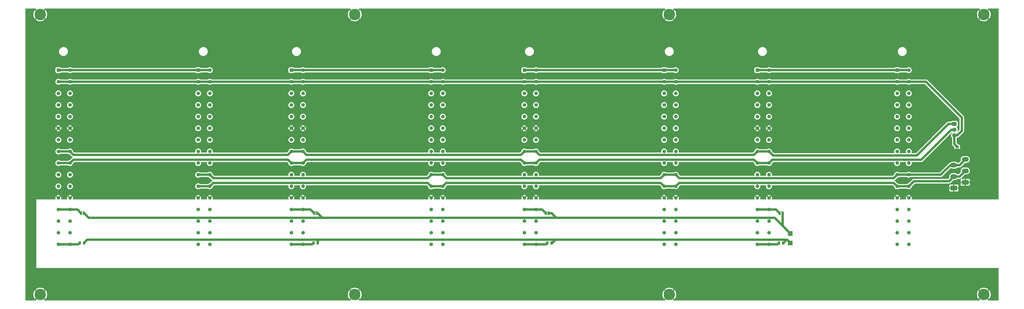
<source format=gbr>
G04 #@! TF.GenerationSoftware,KiCad,Pcbnew,(6.0.5)*
G04 #@! TF.CreationDate,2022-08-23T23:34:12+02:00*
G04 #@! TF.ProjectId,backplane,6261636b-706c-4616-9e65-2e6b69636164,rev?*
G04 #@! TF.SameCoordinates,Original*
G04 #@! TF.FileFunction,Copper,L2,Bot*
G04 #@! TF.FilePolarity,Positive*
%FSLAX46Y46*%
G04 Gerber Fmt 4.6, Leading zero omitted, Abs format (unit mm)*
G04 Created by KiCad (PCBNEW (6.0.5)) date 2022-08-23 23:34:12*
%MOMM*%
%LPD*%
G01*
G04 APERTURE LIST*
G04 Aperture macros list*
%AMRoundRect*
0 Rectangle with rounded corners*
0 $1 Rounding radius*
0 $2 $3 $4 $5 $6 $7 $8 $9 X,Y pos of 4 corners*
0 Add a 4 corners polygon primitive as box body*
4,1,4,$2,$3,$4,$5,$6,$7,$8,$9,$2,$3,0*
0 Add four circle primitives for the rounded corners*
1,1,$1+$1,$2,$3*
1,1,$1+$1,$4,$5*
1,1,$1+$1,$6,$7*
1,1,$1+$1,$8,$9*
0 Add four rect primitives between the rounded corners*
20,1,$1+$1,$2,$3,$4,$5,0*
20,1,$1+$1,$4,$5,$6,$7,0*
20,1,$1+$1,$6,$7,$8,$9,0*
20,1,$1+$1,$8,$9,$2,$3,0*%
%AMFreePoly0*
4,1,22,0.500000,-0.750000,0.000000,-0.750000,0.000000,-0.745033,-0.079941,-0.743568,-0.215256,-0.701293,-0.333266,-0.622738,-0.424486,-0.514219,-0.481581,-0.384460,-0.499164,-0.250000,-0.500000,-0.250000,-0.500000,0.250000,-0.499164,0.250000,-0.499963,0.256109,-0.478152,0.396186,-0.417904,0.524511,-0.324060,0.630769,-0.204165,0.706417,-0.067858,0.745374,0.000000,0.744959,0.000000,0.750000,
0.500000,0.750000,0.500000,-0.750000,0.500000,-0.750000,$1*%
%AMFreePoly1*
4,1,20,0.000000,0.744959,0.073905,0.744508,0.209726,0.703889,0.328688,0.626782,0.421226,0.519385,0.479903,0.390333,0.500000,0.250000,0.500000,-0.250000,0.499851,-0.262216,0.476331,-0.402017,0.414519,-0.529596,0.319384,-0.634700,0.198574,-0.708877,0.061801,-0.746166,0.000000,-0.745033,0.000000,-0.750000,-0.500000,-0.750000,-0.500000,0.750000,0.000000,0.750000,0.000000,0.744959,
0.000000,0.744959,$1*%
G04 Aperture macros list end*
G04 #@! TA.AperFunction,ComponentPad*
%ADD10RoundRect,0.249999X-0.525001X-0.525001X0.525001X-0.525001X0.525001X0.525001X-0.525001X0.525001X0*%
G04 #@! TD*
G04 #@! TA.AperFunction,ComponentPad*
%ADD11C,1.550000*%
G04 #@! TD*
G04 #@! TA.AperFunction,ComponentPad*
%ADD12C,5.000000*%
G04 #@! TD*
G04 #@! TA.AperFunction,SMDPad,CuDef*
%ADD13FreePoly0,180.000000*%
G04 #@! TD*
G04 #@! TA.AperFunction,SMDPad,CuDef*
%ADD14FreePoly1,180.000000*%
G04 #@! TD*
G04 #@! TA.AperFunction,SMDPad,CuDef*
%ADD15RoundRect,0.250000X-0.262500X-0.450000X0.262500X-0.450000X0.262500X0.450000X-0.262500X0.450000X0*%
G04 #@! TD*
G04 #@! TA.AperFunction,ComponentPad*
%ADD16RoundRect,0.250000X-0.725000X0.600000X-0.725000X-0.600000X0.725000X-0.600000X0.725000X0.600000X0*%
G04 #@! TD*
G04 #@! TA.AperFunction,ComponentPad*
%ADD17O,1.950000X1.700000*%
G04 #@! TD*
G04 #@! TA.AperFunction,ComponentPad*
%ADD18R,3.000000X2.000000*%
G04 #@! TD*
G04 #@! TA.AperFunction,ComponentPad*
%ADD19O,3.000000X2.000000*%
G04 #@! TD*
G04 #@! TA.AperFunction,SMDPad,CuDef*
%ADD20FreePoly0,90.000000*%
G04 #@! TD*
G04 #@! TA.AperFunction,SMDPad,CuDef*
%ADD21FreePoly1,90.000000*%
G04 #@! TD*
G04 #@! TA.AperFunction,ComponentPad*
%ADD22RoundRect,0.250001X0.799999X0.799999X-0.799999X0.799999X-0.799999X-0.799999X0.799999X-0.799999X0*%
G04 #@! TD*
G04 #@! TA.AperFunction,Conductor*
%ADD23C,1.000000*%
G04 #@! TD*
G04 APERTURE END LIST*
D10*
G04 #@! TO.P,J106,a2,Pin_a2*
G04 #@! TO.N,Net-(J105-Pada2)*
X278990000Y-27470000D03*
D11*
G04 #@! TO.P,J106,a4,Pin_a4*
G04 #@! TO.N,Net-(J110-Pad3)*
X278990000Y-32550000D03*
G04 #@! TO.P,J106,a6,Pin_a6*
G04 #@! TO.N,unconnected-(J106-Pada6)*
X278990000Y-37630000D03*
G04 #@! TO.P,J106,a8,Pin_a8*
G04 #@! TO.N,unconnected-(J106-Pada8)*
X278990000Y-42710000D03*
G04 #@! TO.P,J106,a10,Pin_a10*
G04 #@! TO.N,unconnected-(J106-Pada10)*
X278990000Y-47790000D03*
G04 #@! TO.P,J106,a12,Pin_a12*
G04 #@! TO.N,unconnected-(J106-Pada12)*
X278990000Y-52870000D03*
G04 #@! TO.P,J106,a14,Pin_a14*
G04 #@! TO.N,unconnected-(J106-Pada14)*
X278990000Y-57950000D03*
G04 #@! TO.P,J106,a16,Pin_a16*
G04 #@! TO.N,unconnected-(J106-Pada16)*
X278990000Y-63030000D03*
G04 #@! TO.P,J106,a18,Pin_a18*
G04 #@! TO.N,unconnected-(J106-Pada18)*
X278990000Y-68110000D03*
G04 #@! TO.P,J106,a20,Pin_a20*
G04 #@! TO.N,Net-(J102-Pada20)*
X278990000Y-73190000D03*
G04 #@! TO.P,J106,a22,Pin_a22*
G04 #@! TO.N,Net-(J102-Pada22)*
X278990000Y-78270000D03*
G04 #@! TO.P,J106,a24,Pin_a24*
G04 #@! TO.N,Earth_Protective*
X278990000Y-83350000D03*
G04 #@! TO.P,J106,a26,Pin_a26*
G04 #@! TO.N,unconnected-(J106-Pada26)*
X278990000Y-88430000D03*
G04 #@! TO.P,J106,a28,Pin_a28*
G04 #@! TO.N,unconnected-(J106-Pada28)*
X278990000Y-93510000D03*
G04 #@! TO.P,J106,a30,Pin_a30*
G04 #@! TO.N,unconnected-(J106-Pada30)*
X278990000Y-98590000D03*
G04 #@! TO.P,J106,a32,Pin_a32*
G04 #@! TO.N,unconnected-(J106-Pada32)*
X278990000Y-103670000D03*
G04 #@! TO.P,J106,c2,Pin_c2*
G04 #@! TO.N,Net-(J105-Pada2)*
X284070000Y-27470000D03*
G04 #@! TO.P,J106,c4,Pin_c4*
G04 #@! TO.N,Net-(J110-Pad3)*
X284070000Y-32550000D03*
G04 #@! TO.P,J106,c6,Pin_c6*
G04 #@! TO.N,unconnected-(J106-Padc6)*
X284070000Y-37630000D03*
G04 #@! TO.P,J106,c8,Pin_c8*
G04 #@! TO.N,unconnected-(J106-Padc8)*
X284070000Y-42710000D03*
G04 #@! TO.P,J106,c10,Pin_c10*
G04 #@! TO.N,unconnected-(J106-Padc10)*
X284070000Y-47790000D03*
G04 #@! TO.P,J106,c12,Pin_c12*
G04 #@! TO.N,unconnected-(J106-Padc12)*
X284070000Y-52870000D03*
G04 #@! TO.P,J106,c14,Pin_c14*
G04 #@! TO.N,unconnected-(J106-Padc14)*
X284070000Y-57950000D03*
G04 #@! TO.P,J106,c16,Pin_c16*
G04 #@! TO.N,unconnected-(J106-Padc16)*
X284070000Y-63030000D03*
G04 #@! TO.P,J106,c18,Pin_c18*
G04 #@! TO.N,unconnected-(J106-Padc18)*
X284070000Y-68110000D03*
G04 #@! TO.P,J106,c20,Pin_c20*
G04 #@! TO.N,Net-(J102-Pada20)*
X284070000Y-73190000D03*
G04 #@! TO.P,J106,c22,Pin_c22*
G04 #@! TO.N,Net-(J102-Pada22)*
X284070000Y-78270000D03*
G04 #@! TO.P,J106,c24,Pin_c24*
G04 #@! TO.N,Earth_Protective*
X284070000Y-83350000D03*
G04 #@! TO.P,J106,c26,Pin_c26*
G04 #@! TO.N,unconnected-(J106-Padc26)*
X284070000Y-88430000D03*
G04 #@! TO.P,J106,c28,Pin_c28*
G04 #@! TO.N,unconnected-(J106-Padc28)*
X284070000Y-93510000D03*
G04 #@! TO.P,J106,c30,Pin_c30*
G04 #@! TO.N,unconnected-(J106-Padc30)*
X284070000Y-98590000D03*
G04 #@! TO.P,J106,c32,Pin_c32*
G04 #@! TO.N,unconnected-(J106-Padc32)*
X284070000Y-103670000D03*
G04 #@! TD*
D12*
G04 #@! TO.P,H104,1,1*
G04 #@! TO.N,Earth_Protective*
X418390000Y-125600000D03*
G04 #@! TD*
D10*
G04 #@! TO.P,J104,a2,Pin_a2*
G04 #@! TO.N,Net-(J103-Pada2)*
X177390000Y-27470000D03*
D11*
G04 #@! TO.P,J104,a4,Pin_a4*
G04 #@! TO.N,Net-(J110-Pad3)*
X177390000Y-32550000D03*
G04 #@! TO.P,J104,a6,Pin_a6*
G04 #@! TO.N,unconnected-(J104-Pada6)*
X177390000Y-37630000D03*
G04 #@! TO.P,J104,a8,Pin_a8*
G04 #@! TO.N,unconnected-(J104-Pada8)*
X177390000Y-42710000D03*
G04 #@! TO.P,J104,a10,Pin_a10*
G04 #@! TO.N,unconnected-(J104-Pada10)*
X177390000Y-47790000D03*
G04 #@! TO.P,J104,a12,Pin_a12*
G04 #@! TO.N,unconnected-(J104-Pada12)*
X177390000Y-52870000D03*
G04 #@! TO.P,J104,a14,Pin_a14*
G04 #@! TO.N,unconnected-(J104-Pada14)*
X177390000Y-57950000D03*
G04 #@! TO.P,J104,a16,Pin_a16*
G04 #@! TO.N,unconnected-(J104-Pada16)*
X177390000Y-63030000D03*
G04 #@! TO.P,J104,a18,Pin_a18*
G04 #@! TO.N,unconnected-(J104-Pada18)*
X177390000Y-68110000D03*
G04 #@! TO.P,J104,a20,Pin_a20*
G04 #@! TO.N,Net-(J102-Pada20)*
X177390000Y-73190000D03*
G04 #@! TO.P,J104,a22,Pin_a22*
G04 #@! TO.N,Net-(J102-Pada22)*
X177390000Y-78270000D03*
G04 #@! TO.P,J104,a24,Pin_a24*
G04 #@! TO.N,Earth_Protective*
X177390000Y-83350000D03*
G04 #@! TO.P,J104,a26,Pin_a26*
G04 #@! TO.N,unconnected-(J104-Pada26)*
X177390000Y-88430000D03*
G04 #@! TO.P,J104,a28,Pin_a28*
G04 #@! TO.N,unconnected-(J104-Pada28)*
X177390000Y-93510000D03*
G04 #@! TO.P,J104,a30,Pin_a30*
G04 #@! TO.N,unconnected-(J104-Pada30)*
X177390000Y-98590000D03*
G04 #@! TO.P,J104,a32,Pin_a32*
G04 #@! TO.N,unconnected-(J104-Pada32)*
X177390000Y-103670000D03*
G04 #@! TO.P,J104,c2,Pin_c2*
G04 #@! TO.N,Net-(J103-Pada2)*
X182470000Y-27470000D03*
G04 #@! TO.P,J104,c4,Pin_c4*
G04 #@! TO.N,Net-(J110-Pad3)*
X182470000Y-32550000D03*
G04 #@! TO.P,J104,c6,Pin_c6*
G04 #@! TO.N,unconnected-(J104-Padc6)*
X182470000Y-37630000D03*
G04 #@! TO.P,J104,c8,Pin_c8*
G04 #@! TO.N,unconnected-(J104-Padc8)*
X182470000Y-42710000D03*
G04 #@! TO.P,J104,c10,Pin_c10*
G04 #@! TO.N,unconnected-(J104-Padc10)*
X182470000Y-47790000D03*
G04 #@! TO.P,J104,c12,Pin_c12*
G04 #@! TO.N,unconnected-(J104-Padc12)*
X182470000Y-52870000D03*
G04 #@! TO.P,J104,c14,Pin_c14*
G04 #@! TO.N,unconnected-(J104-Padc14)*
X182470000Y-57950000D03*
G04 #@! TO.P,J104,c16,Pin_c16*
G04 #@! TO.N,unconnected-(J104-Padc16)*
X182470000Y-63030000D03*
G04 #@! TO.P,J104,c18,Pin_c18*
G04 #@! TO.N,unconnected-(J104-Padc18)*
X182470000Y-68110000D03*
G04 #@! TO.P,J104,c20,Pin_c20*
G04 #@! TO.N,Net-(J102-Pada20)*
X182470000Y-73190000D03*
G04 #@! TO.P,J104,c22,Pin_c22*
G04 #@! TO.N,Net-(J102-Pada22)*
X182470000Y-78270000D03*
G04 #@! TO.P,J104,c24,Pin_c24*
G04 #@! TO.N,Earth_Protective*
X182470000Y-83350000D03*
G04 #@! TO.P,J104,c26,Pin_c26*
G04 #@! TO.N,unconnected-(J104-Padc26)*
X182470000Y-88430000D03*
G04 #@! TO.P,J104,c28,Pin_c28*
G04 #@! TO.N,unconnected-(J104-Padc28)*
X182470000Y-93510000D03*
G04 #@! TO.P,J104,c30,Pin_c30*
G04 #@! TO.N,unconnected-(J104-Padc30)*
X182470000Y-98590000D03*
G04 #@! TO.P,J104,c32,Pin_c32*
G04 #@! TO.N,unconnected-(J104-Padc32)*
X182470000Y-103670000D03*
G04 #@! TD*
D12*
G04 #@! TO.P,H107,1,1*
G04 #@! TO.N,Earth_Protective*
X144070000Y-125600000D03*
G04 #@! TD*
D10*
G04 #@! TO.P,J108,a2,Pin_a2*
G04 #@! TO.N,Net-(J107-Pada2)*
X380590000Y-27470000D03*
D11*
G04 #@! TO.P,J108,a4,Pin_a4*
G04 #@! TO.N,Net-(J110-Pad3)*
X380590000Y-32550000D03*
G04 #@! TO.P,J108,a6,Pin_a6*
G04 #@! TO.N,unconnected-(J108-Pada6)*
X380590000Y-37630000D03*
G04 #@! TO.P,J108,a8,Pin_a8*
G04 #@! TO.N,unconnected-(J108-Pada8)*
X380590000Y-42710000D03*
G04 #@! TO.P,J108,a10,Pin_a10*
G04 #@! TO.N,unconnected-(J108-Pada10)*
X380590000Y-47790000D03*
G04 #@! TO.P,J108,a12,Pin_a12*
G04 #@! TO.N,unconnected-(J108-Pada12)*
X380590000Y-52870000D03*
G04 #@! TO.P,J108,a14,Pin_a14*
G04 #@! TO.N,unconnected-(J108-Pada14)*
X380590000Y-57950000D03*
G04 #@! TO.P,J108,a16,Pin_a16*
G04 #@! TO.N,unconnected-(J108-Pada16)*
X380590000Y-63030000D03*
G04 #@! TO.P,J108,a18,Pin_a18*
G04 #@! TO.N,unconnected-(J108-Pada18)*
X380590000Y-68110000D03*
G04 #@! TO.P,J108,a20,Pin_a20*
G04 #@! TO.N,Net-(J102-Pada20)*
X380590000Y-73190000D03*
G04 #@! TO.P,J108,a22,Pin_a22*
G04 #@! TO.N,Net-(J102-Pada22)*
X380590000Y-78270000D03*
G04 #@! TO.P,J108,a24,Pin_a24*
G04 #@! TO.N,Earth_Protective*
X380590000Y-83350000D03*
G04 #@! TO.P,J108,a26,Pin_a26*
G04 #@! TO.N,unconnected-(J108-Pada26)*
X380590000Y-88430000D03*
G04 #@! TO.P,J108,a28,Pin_a28*
G04 #@! TO.N,unconnected-(J108-Pada28)*
X380590000Y-93510000D03*
G04 #@! TO.P,J108,a30,Pin_a30*
G04 #@! TO.N,unconnected-(J108-Pada30)*
X380590000Y-98590000D03*
G04 #@! TO.P,J108,a32,Pin_a32*
G04 #@! TO.N,unconnected-(J108-Pada32)*
X380590000Y-103670000D03*
G04 #@! TO.P,J108,c2,Pin_c2*
G04 #@! TO.N,Net-(J107-Pada2)*
X385670000Y-27470000D03*
G04 #@! TO.P,J108,c4,Pin_c4*
G04 #@! TO.N,Net-(J110-Pad3)*
X385670000Y-32550000D03*
G04 #@! TO.P,J108,c6,Pin_c6*
G04 #@! TO.N,unconnected-(J108-Padc6)*
X385670000Y-37630000D03*
G04 #@! TO.P,J108,c8,Pin_c8*
G04 #@! TO.N,unconnected-(J108-Padc8)*
X385670000Y-42710000D03*
G04 #@! TO.P,J108,c10,Pin_c10*
G04 #@! TO.N,unconnected-(J108-Padc10)*
X385670000Y-47790000D03*
G04 #@! TO.P,J108,c12,Pin_c12*
G04 #@! TO.N,unconnected-(J108-Padc12)*
X385670000Y-52870000D03*
G04 #@! TO.P,J108,c14,Pin_c14*
G04 #@! TO.N,unconnected-(J108-Padc14)*
X385670000Y-57950000D03*
G04 #@! TO.P,J108,c16,Pin_c16*
G04 #@! TO.N,unconnected-(J108-Padc16)*
X385670000Y-63030000D03*
G04 #@! TO.P,J108,c18,Pin_c18*
G04 #@! TO.N,unconnected-(J108-Padc18)*
X385670000Y-68110000D03*
G04 #@! TO.P,J108,c20,Pin_c20*
G04 #@! TO.N,Net-(J102-Pada20)*
X385670000Y-73190000D03*
G04 #@! TO.P,J108,c22,Pin_c22*
G04 #@! TO.N,Net-(J102-Pada22)*
X385670000Y-78270000D03*
G04 #@! TO.P,J108,c24,Pin_c24*
G04 #@! TO.N,Earth_Protective*
X385670000Y-83350000D03*
G04 #@! TO.P,J108,c26,Pin_c26*
G04 #@! TO.N,unconnected-(J108-Padc26)*
X385670000Y-88430000D03*
G04 #@! TO.P,J108,c28,Pin_c28*
G04 #@! TO.N,unconnected-(J108-Padc28)*
X385670000Y-93510000D03*
G04 #@! TO.P,J108,c30,Pin_c30*
G04 #@! TO.N,unconnected-(J108-Padc30)*
X385670000Y-98590000D03*
G04 #@! TO.P,J108,c32,Pin_c32*
G04 #@! TO.N,unconnected-(J108-Padc32)*
X385670000Y-103670000D03*
G04 #@! TD*
D12*
G04 #@! TO.P,H106,1,1*
G04 #@! TO.N,Earth_Protective*
X6910000Y-125600000D03*
G04 #@! TD*
D10*
G04 #@! TO.P,J103,a2,Pin_a2*
G04 #@! TO.N,Net-(J103-Pada2)*
X116430000Y-27470000D03*
D11*
G04 #@! TO.P,J103,a4,Pin_a4*
G04 #@! TO.N,Net-(J110-Pad3)*
X116430000Y-32550000D03*
G04 #@! TO.P,J103,a6,Pin_a6*
G04 #@! TO.N,unconnected-(J103-Pada6)*
X116430000Y-37630000D03*
G04 #@! TO.P,J103,a8,Pin_a8*
G04 #@! TO.N,unconnected-(J103-Pada8)*
X116430000Y-42710000D03*
G04 #@! TO.P,J103,a10,Pin_a10*
G04 #@! TO.N,unconnected-(J103-Pada10)*
X116430000Y-47790000D03*
G04 #@! TO.P,J103,a12,Pin_a12*
G04 #@! TO.N,Earth_Protective*
X116430000Y-52870000D03*
G04 #@! TO.P,J103,a14,Pin_a14*
G04 #@! TO.N,unconnected-(J103-Pada14)*
X116430000Y-57950000D03*
G04 #@! TO.P,J103,a16,Pin_a16*
G04 #@! TO.N,Net-(J101-Pada16)*
X116430000Y-63030000D03*
G04 #@! TO.P,J103,a18,Pin_a18*
G04 #@! TO.N,Net-(J101-Pada18)*
X116430000Y-68110000D03*
G04 #@! TO.P,J103,a20,Pin_a20*
G04 #@! TO.N,unconnected-(J103-Pada20)*
X116430000Y-73190000D03*
G04 #@! TO.P,J103,a22,Pin_a22*
G04 #@! TO.N,unconnected-(J103-Pada22)*
X116430000Y-78270000D03*
G04 #@! TO.P,J103,a24,Pin_a24*
G04 #@! TO.N,Earth_Protective*
X116430000Y-83350000D03*
G04 #@! TO.P,J103,a26,Pin_a26*
G04 #@! TO.N,Net-(J103-Pada26)*
X116430000Y-88430000D03*
G04 #@! TO.P,J103,a28,Pin_a28*
G04 #@! TO.N,unconnected-(J103-Pada28)*
X116430000Y-93510000D03*
G04 #@! TO.P,J103,a30,Pin_a30*
G04 #@! TO.N,unconnected-(J103-Pada30)*
X116430000Y-98590000D03*
G04 #@! TO.P,J103,a32,Pin_a32*
G04 #@! TO.N,Net-(J103-Pada32)*
X116430000Y-103670000D03*
G04 #@! TO.P,J103,c2,Pin_c2*
G04 #@! TO.N,Net-(J103-Pada2)*
X121510000Y-27470000D03*
G04 #@! TO.P,J103,c4,Pin_c4*
G04 #@! TO.N,Net-(J110-Pad3)*
X121510000Y-32550000D03*
G04 #@! TO.P,J103,c6,Pin_c6*
G04 #@! TO.N,unconnected-(J103-Padc6)*
X121510000Y-37630000D03*
G04 #@! TO.P,J103,c8,Pin_c8*
G04 #@! TO.N,unconnected-(J103-Padc8)*
X121510000Y-42710000D03*
G04 #@! TO.P,J103,c10,Pin_c10*
G04 #@! TO.N,unconnected-(J103-Padc10)*
X121510000Y-47790000D03*
G04 #@! TO.P,J103,c12,Pin_c12*
G04 #@! TO.N,Earth_Protective*
X121510000Y-52870000D03*
G04 #@! TO.P,J103,c14,Pin_c14*
G04 #@! TO.N,unconnected-(J103-Padc14)*
X121510000Y-57950000D03*
G04 #@! TO.P,J103,c16,Pin_c16*
G04 #@! TO.N,Net-(J101-Pada16)*
X121510000Y-63030000D03*
G04 #@! TO.P,J103,c18,Pin_c18*
G04 #@! TO.N,Net-(J101-Pada18)*
X121510000Y-68110000D03*
G04 #@! TO.P,J103,c20,Pin_c20*
G04 #@! TO.N,unconnected-(J103-Padc20)*
X121510000Y-73190000D03*
G04 #@! TO.P,J103,c22,Pin_c22*
G04 #@! TO.N,unconnected-(J103-Padc22)*
X121510000Y-78270000D03*
G04 #@! TO.P,J103,c24,Pin_c24*
G04 #@! TO.N,Earth_Protective*
X121510000Y-83350000D03*
G04 #@! TO.P,J103,c26,Pin_c26*
G04 #@! TO.N,Net-(J103-Pada26)*
X121510000Y-88430000D03*
G04 #@! TO.P,J103,c28,Pin_c28*
G04 #@! TO.N,unconnected-(J103-Padc28)*
X121510000Y-93510000D03*
G04 #@! TO.P,J103,c30,Pin_c30*
G04 #@! TO.N,unconnected-(J103-Padc30)*
X121510000Y-98590000D03*
G04 #@! TO.P,J103,c32,Pin_c32*
G04 #@! TO.N,Net-(J103-Pada32)*
X121510000Y-103670000D03*
G04 #@! TD*
D10*
G04 #@! TO.P,J105,a2,Pin_a2*
G04 #@! TO.N,Net-(J105-Pada2)*
X218030000Y-27470000D03*
D11*
G04 #@! TO.P,J105,a4,Pin_a4*
G04 #@! TO.N,Net-(J110-Pad3)*
X218030000Y-32550000D03*
G04 #@! TO.P,J105,a6,Pin_a6*
G04 #@! TO.N,unconnected-(J105-Pada6)*
X218030000Y-37630000D03*
G04 #@! TO.P,J105,a8,Pin_a8*
G04 #@! TO.N,unconnected-(J105-Pada8)*
X218030000Y-42710000D03*
G04 #@! TO.P,J105,a10,Pin_a10*
G04 #@! TO.N,unconnected-(J105-Pada10)*
X218030000Y-47790000D03*
G04 #@! TO.P,J105,a12,Pin_a12*
G04 #@! TO.N,Earth_Protective*
X218030000Y-52870000D03*
G04 #@! TO.P,J105,a14,Pin_a14*
G04 #@! TO.N,unconnected-(J105-Pada14)*
X218030000Y-57950000D03*
G04 #@! TO.P,J105,a16,Pin_a16*
G04 #@! TO.N,Net-(J101-Pada16)*
X218030000Y-63030000D03*
G04 #@! TO.P,J105,a18,Pin_a18*
G04 #@! TO.N,Net-(J101-Pada18)*
X218030000Y-68110000D03*
G04 #@! TO.P,J105,a20,Pin_a20*
G04 #@! TO.N,unconnected-(J105-Pada20)*
X218030000Y-73190000D03*
G04 #@! TO.P,J105,a22,Pin_a22*
G04 #@! TO.N,unconnected-(J105-Pada22)*
X218030000Y-78270000D03*
G04 #@! TO.P,J105,a24,Pin_a24*
G04 #@! TO.N,Earth_Protective*
X218030000Y-83350000D03*
G04 #@! TO.P,J105,a26,Pin_a26*
G04 #@! TO.N,Net-(J105-Pada26)*
X218030000Y-88430000D03*
G04 #@! TO.P,J105,a28,Pin_a28*
G04 #@! TO.N,unconnected-(J105-Pada28)*
X218030000Y-93510000D03*
G04 #@! TO.P,J105,a30,Pin_a30*
G04 #@! TO.N,unconnected-(J105-Pada30)*
X218030000Y-98590000D03*
G04 #@! TO.P,J105,a32,Pin_a32*
G04 #@! TO.N,Net-(J105-Pada32)*
X218030000Y-103670000D03*
G04 #@! TO.P,J105,c2,Pin_c2*
G04 #@! TO.N,Net-(J105-Pada2)*
X223110000Y-27470000D03*
G04 #@! TO.P,J105,c4,Pin_c4*
G04 #@! TO.N,Net-(J110-Pad3)*
X223110000Y-32550000D03*
G04 #@! TO.P,J105,c6,Pin_c6*
G04 #@! TO.N,unconnected-(J105-Padc6)*
X223110000Y-37630000D03*
G04 #@! TO.P,J105,c8,Pin_c8*
G04 #@! TO.N,unconnected-(J105-Padc8)*
X223110000Y-42710000D03*
G04 #@! TO.P,J105,c10,Pin_c10*
G04 #@! TO.N,unconnected-(J105-Padc10)*
X223110000Y-47790000D03*
G04 #@! TO.P,J105,c12,Pin_c12*
G04 #@! TO.N,Earth_Protective*
X223110000Y-52870000D03*
G04 #@! TO.P,J105,c14,Pin_c14*
G04 #@! TO.N,unconnected-(J105-Padc14)*
X223110000Y-57950000D03*
G04 #@! TO.P,J105,c16,Pin_c16*
G04 #@! TO.N,Net-(J101-Pada16)*
X223110000Y-63030000D03*
G04 #@! TO.P,J105,c18,Pin_c18*
G04 #@! TO.N,Net-(J101-Pada18)*
X223110000Y-68110000D03*
G04 #@! TO.P,J105,c20,Pin_c20*
G04 #@! TO.N,unconnected-(J105-Padc20)*
X223110000Y-73190000D03*
G04 #@! TO.P,J105,c22,Pin_c22*
G04 #@! TO.N,unconnected-(J105-Padc22)*
X223110000Y-78270000D03*
G04 #@! TO.P,J105,c24,Pin_c24*
G04 #@! TO.N,Earth_Protective*
X223110000Y-83350000D03*
G04 #@! TO.P,J105,c26,Pin_c26*
G04 #@! TO.N,Net-(J105-Pada26)*
X223110000Y-88430000D03*
G04 #@! TO.P,J105,c28,Pin_c28*
G04 #@! TO.N,unconnected-(J105-Padc28)*
X223110000Y-93510000D03*
G04 #@! TO.P,J105,c30,Pin_c30*
G04 #@! TO.N,unconnected-(J105-Padc30)*
X223110000Y-98590000D03*
G04 #@! TO.P,J105,c32,Pin_c32*
G04 #@! TO.N,Net-(J105-Pada32)*
X223110000Y-103670000D03*
G04 #@! TD*
D12*
G04 #@! TO.P,H103,1,1*
G04 #@! TO.N,Earth_Protective*
X281230000Y-3100000D03*
G04 #@! TD*
D10*
G04 #@! TO.P,J101,a2,Pin_a2*
G04 #@! TO.N,Net-(J101-Pada2)*
X14830000Y-27470000D03*
D11*
G04 #@! TO.P,J101,a4,Pin_a4*
G04 #@! TO.N,Net-(J110-Pad3)*
X14830000Y-32550000D03*
G04 #@! TO.P,J101,a6,Pin_a6*
G04 #@! TO.N,unconnected-(J101-Pada6)*
X14830000Y-37630000D03*
G04 #@! TO.P,J101,a8,Pin_a8*
G04 #@! TO.N,unconnected-(J101-Pada8)*
X14830000Y-42710000D03*
G04 #@! TO.P,J101,a10,Pin_a10*
G04 #@! TO.N,unconnected-(J101-Pada10)*
X14830000Y-47790000D03*
G04 #@! TO.P,J101,a12,Pin_a12*
G04 #@! TO.N,Earth_Protective*
X14830000Y-52870000D03*
G04 #@! TO.P,J101,a14,Pin_a14*
G04 #@! TO.N,unconnected-(J101-Pada14)*
X14830000Y-57950000D03*
G04 #@! TO.P,J101,a16,Pin_a16*
G04 #@! TO.N,Net-(J101-Pada16)*
X14830000Y-63030000D03*
G04 #@! TO.P,J101,a18,Pin_a18*
G04 #@! TO.N,Net-(J101-Pada18)*
X14830000Y-68110000D03*
G04 #@! TO.P,J101,a20,Pin_a20*
G04 #@! TO.N,unconnected-(J101-Pada20)*
X14830000Y-73190000D03*
G04 #@! TO.P,J101,a22,Pin_a22*
G04 #@! TO.N,unconnected-(J101-Pada22)*
X14830000Y-78270000D03*
G04 #@! TO.P,J101,a24,Pin_a24*
G04 #@! TO.N,Earth_Protective*
X14830000Y-83350000D03*
G04 #@! TO.P,J101,a26,Pin_a26*
G04 #@! TO.N,Net-(J101-Pada26)*
X14830000Y-88430000D03*
G04 #@! TO.P,J101,a28,Pin_a28*
G04 #@! TO.N,unconnected-(J101-Pada28)*
X14830000Y-93510000D03*
G04 #@! TO.P,J101,a30,Pin_a30*
G04 #@! TO.N,unconnected-(J101-Pada30)*
X14830000Y-98590000D03*
G04 #@! TO.P,J101,a32,Pin_a32*
G04 #@! TO.N,Net-(J101-Pada32)*
X14830000Y-103670000D03*
G04 #@! TO.P,J101,c2,Pin_c2*
G04 #@! TO.N,Net-(J101-Pada2)*
X19910000Y-27470000D03*
G04 #@! TO.P,J101,c4,Pin_c4*
G04 #@! TO.N,Net-(J110-Pad3)*
X19910000Y-32550000D03*
G04 #@! TO.P,J101,c6,Pin_c6*
G04 #@! TO.N,unconnected-(J101-Padc6)*
X19910000Y-37630000D03*
G04 #@! TO.P,J101,c8,Pin_c8*
G04 #@! TO.N,unconnected-(J101-Padc8)*
X19910000Y-42710000D03*
G04 #@! TO.P,J101,c10,Pin_c10*
G04 #@! TO.N,unconnected-(J101-Padc10)*
X19910000Y-47790000D03*
G04 #@! TO.P,J101,c12,Pin_c12*
G04 #@! TO.N,Earth_Protective*
X19910000Y-52870000D03*
G04 #@! TO.P,J101,c14,Pin_c14*
G04 #@! TO.N,unconnected-(J101-Padc14)*
X19910000Y-57950000D03*
G04 #@! TO.P,J101,c16,Pin_c16*
G04 #@! TO.N,Net-(J101-Pada16)*
X19910000Y-63030000D03*
G04 #@! TO.P,J101,c18,Pin_c18*
G04 #@! TO.N,Net-(J101-Pada18)*
X19910000Y-68110000D03*
G04 #@! TO.P,J101,c20,Pin_c20*
G04 #@! TO.N,unconnected-(J101-Padc20)*
X19910000Y-73190000D03*
G04 #@! TO.P,J101,c22,Pin_c22*
G04 #@! TO.N,unconnected-(J101-Padc22)*
X19910000Y-78270000D03*
G04 #@! TO.P,J101,c24,Pin_c24*
G04 #@! TO.N,Earth_Protective*
X19910000Y-83350000D03*
G04 #@! TO.P,J101,c26,Pin_c26*
G04 #@! TO.N,Net-(J101-Pada26)*
X19910000Y-88430000D03*
G04 #@! TO.P,J101,c28,Pin_c28*
G04 #@! TO.N,unconnected-(J101-Padc28)*
X19910000Y-93510000D03*
G04 #@! TO.P,J101,c30,Pin_c30*
G04 #@! TO.N,unconnected-(J101-Padc30)*
X19910000Y-98590000D03*
G04 #@! TO.P,J101,c32,Pin_c32*
G04 #@! TO.N,Net-(J101-Pada32)*
X19910000Y-103670000D03*
G04 #@! TD*
D12*
G04 #@! TO.P,H102,1,1*
G04 #@! TO.N,Earth_Protective*
X6910000Y-3100000D03*
G04 #@! TD*
G04 #@! TO.P,H101,1,1*
G04 #@! TO.N,Earth_Protective*
X144070000Y-3100000D03*
G04 #@! TD*
G04 #@! TO.P,H105,1,1*
G04 #@! TO.N,Earth_Protective*
X281230000Y-125600000D03*
G04 #@! TD*
G04 #@! TO.P,H108,1,1*
G04 #@! TO.N,Earth_Protective*
X418390000Y-3100000D03*
G04 #@! TD*
D10*
G04 #@! TO.P,J107,a2,Pin_a2*
G04 #@! TO.N,Net-(J107-Pada2)*
X319630000Y-27470000D03*
D11*
G04 #@! TO.P,J107,a4,Pin_a4*
G04 #@! TO.N,Net-(J110-Pad3)*
X319630000Y-32550000D03*
G04 #@! TO.P,J107,a6,Pin_a6*
G04 #@! TO.N,unconnected-(J107-Pada6)*
X319630000Y-37630000D03*
G04 #@! TO.P,J107,a8,Pin_a8*
G04 #@! TO.N,unconnected-(J107-Pada8)*
X319630000Y-42710000D03*
G04 #@! TO.P,J107,a10,Pin_a10*
G04 #@! TO.N,unconnected-(J107-Pada10)*
X319630000Y-47790000D03*
G04 #@! TO.P,J107,a12,Pin_a12*
G04 #@! TO.N,Earth_Protective*
X319630000Y-52870000D03*
G04 #@! TO.P,J107,a14,Pin_a14*
G04 #@! TO.N,unconnected-(J107-Pada14)*
X319630000Y-57950000D03*
G04 #@! TO.P,J107,a16,Pin_a16*
G04 #@! TO.N,Net-(J101-Pada16)*
X319630000Y-63030000D03*
G04 #@! TO.P,J107,a18,Pin_a18*
G04 #@! TO.N,Net-(J101-Pada18)*
X319630000Y-68110000D03*
G04 #@! TO.P,J107,a20,Pin_a20*
G04 #@! TO.N,unconnected-(J107-Pada20)*
X319630000Y-73190000D03*
G04 #@! TO.P,J107,a22,Pin_a22*
G04 #@! TO.N,unconnected-(J107-Pada22)*
X319630000Y-78270000D03*
G04 #@! TO.P,J107,a24,Pin_a24*
G04 #@! TO.N,Earth_Protective*
X319630000Y-83350000D03*
G04 #@! TO.P,J107,a26,Pin_a26*
G04 #@! TO.N,Net-(J107-Pada26)*
X319630000Y-88430000D03*
G04 #@! TO.P,J107,a28,Pin_a28*
G04 #@! TO.N,unconnected-(J107-Pada28)*
X319630000Y-93510000D03*
G04 #@! TO.P,J107,a30,Pin_a30*
G04 #@! TO.N,unconnected-(J107-Pada30)*
X319630000Y-98590000D03*
G04 #@! TO.P,J107,a32,Pin_a32*
G04 #@! TO.N,Net-(J107-Pada32)*
X319630000Y-103670000D03*
G04 #@! TO.P,J107,c2,Pin_c2*
G04 #@! TO.N,Net-(J107-Pada2)*
X324710000Y-27470000D03*
G04 #@! TO.P,J107,c4,Pin_c4*
G04 #@! TO.N,Net-(J110-Pad3)*
X324710000Y-32550000D03*
G04 #@! TO.P,J107,c6,Pin_c6*
G04 #@! TO.N,unconnected-(J107-Padc6)*
X324710000Y-37630000D03*
G04 #@! TO.P,J107,c8,Pin_c8*
G04 #@! TO.N,unconnected-(J107-Padc8)*
X324710000Y-42710000D03*
G04 #@! TO.P,J107,c10,Pin_c10*
G04 #@! TO.N,unconnected-(J107-Padc10)*
X324710000Y-47790000D03*
G04 #@! TO.P,J107,c12,Pin_c12*
G04 #@! TO.N,Earth_Protective*
X324710000Y-52870000D03*
G04 #@! TO.P,J107,c14,Pin_c14*
G04 #@! TO.N,unconnected-(J107-Padc14)*
X324710000Y-57950000D03*
G04 #@! TO.P,J107,c16,Pin_c16*
G04 #@! TO.N,Net-(J101-Pada16)*
X324710000Y-63030000D03*
G04 #@! TO.P,J107,c18,Pin_c18*
G04 #@! TO.N,Net-(J101-Pada18)*
X324710000Y-68110000D03*
G04 #@! TO.P,J107,c20,Pin_c20*
G04 #@! TO.N,unconnected-(J107-Padc20)*
X324710000Y-73190000D03*
G04 #@! TO.P,J107,c22,Pin_c22*
G04 #@! TO.N,unconnected-(J107-Padc22)*
X324710000Y-78270000D03*
G04 #@! TO.P,J107,c24,Pin_c24*
G04 #@! TO.N,Earth_Protective*
X324710000Y-83350000D03*
G04 #@! TO.P,J107,c26,Pin_c26*
G04 #@! TO.N,Net-(J107-Pada26)*
X324710000Y-88430000D03*
G04 #@! TO.P,J107,c28,Pin_c28*
G04 #@! TO.N,unconnected-(J107-Padc28)*
X324710000Y-93510000D03*
G04 #@! TO.P,J107,c30,Pin_c30*
G04 #@! TO.N,unconnected-(J107-Padc30)*
X324710000Y-98590000D03*
G04 #@! TO.P,J107,c32,Pin_c32*
G04 #@! TO.N,Net-(J107-Pada32)*
X324710000Y-103670000D03*
G04 #@! TD*
D10*
G04 #@! TO.P,J102,a2,Pin_a2*
G04 #@! TO.N,Net-(J101-Pada2)*
X75790000Y-27470000D03*
D11*
G04 #@! TO.P,J102,a4,Pin_a4*
G04 #@! TO.N,Net-(J110-Pad3)*
X75790000Y-32550000D03*
G04 #@! TO.P,J102,a6,Pin_a6*
G04 #@! TO.N,unconnected-(J102-Pada6)*
X75790000Y-37630000D03*
G04 #@! TO.P,J102,a8,Pin_a8*
G04 #@! TO.N,unconnected-(J102-Pada8)*
X75790000Y-42710000D03*
G04 #@! TO.P,J102,a10,Pin_a10*
G04 #@! TO.N,unconnected-(J102-Pada10)*
X75790000Y-47790000D03*
G04 #@! TO.P,J102,a12,Pin_a12*
G04 #@! TO.N,unconnected-(J102-Pada12)*
X75790000Y-52870000D03*
G04 #@! TO.P,J102,a14,Pin_a14*
G04 #@! TO.N,unconnected-(J102-Pada14)*
X75790000Y-57950000D03*
G04 #@! TO.P,J102,a16,Pin_a16*
G04 #@! TO.N,unconnected-(J102-Pada16)*
X75790000Y-63030000D03*
G04 #@! TO.P,J102,a18,Pin_a18*
G04 #@! TO.N,unconnected-(J102-Pada18)*
X75790000Y-68110000D03*
G04 #@! TO.P,J102,a20,Pin_a20*
G04 #@! TO.N,Net-(J102-Pada20)*
X75790000Y-73190000D03*
G04 #@! TO.P,J102,a22,Pin_a22*
G04 #@! TO.N,Net-(J102-Pada22)*
X75790000Y-78270000D03*
G04 #@! TO.P,J102,a24,Pin_a24*
G04 #@! TO.N,Earth_Protective*
X75790000Y-83350000D03*
G04 #@! TO.P,J102,a26,Pin_a26*
G04 #@! TO.N,unconnected-(J102-Pada26)*
X75790000Y-88430000D03*
G04 #@! TO.P,J102,a28,Pin_a28*
G04 #@! TO.N,unconnected-(J102-Pada28)*
X75790000Y-93510000D03*
G04 #@! TO.P,J102,a30,Pin_a30*
G04 #@! TO.N,unconnected-(J102-Pada30)*
X75790000Y-98590000D03*
G04 #@! TO.P,J102,a32,Pin_a32*
G04 #@! TO.N,unconnected-(J102-Pada32)*
X75790000Y-103670000D03*
G04 #@! TO.P,J102,c2,Pin_c2*
G04 #@! TO.N,Net-(J101-Pada2)*
X80870000Y-27470000D03*
G04 #@! TO.P,J102,c4,Pin_c4*
G04 #@! TO.N,Net-(J110-Pad3)*
X80870000Y-32550000D03*
G04 #@! TO.P,J102,c6,Pin_c6*
G04 #@! TO.N,unconnected-(J102-Padc6)*
X80870000Y-37630000D03*
G04 #@! TO.P,J102,c8,Pin_c8*
G04 #@! TO.N,unconnected-(J102-Padc8)*
X80870000Y-42710000D03*
G04 #@! TO.P,J102,c10,Pin_c10*
G04 #@! TO.N,unconnected-(J102-Padc10)*
X80870000Y-47790000D03*
G04 #@! TO.P,J102,c12,Pin_c12*
G04 #@! TO.N,unconnected-(J102-Padc12)*
X80870000Y-52870000D03*
G04 #@! TO.P,J102,c14,Pin_c14*
G04 #@! TO.N,unconnected-(J102-Padc14)*
X80870000Y-57950000D03*
G04 #@! TO.P,J102,c16,Pin_c16*
G04 #@! TO.N,unconnected-(J102-Padc16)*
X80870000Y-63030000D03*
G04 #@! TO.P,J102,c18,Pin_c18*
G04 #@! TO.N,unconnected-(J102-Padc18)*
X80870000Y-68110000D03*
G04 #@! TO.P,J102,c20,Pin_c20*
G04 #@! TO.N,Net-(J102-Pada20)*
X80870000Y-73190000D03*
G04 #@! TO.P,J102,c22,Pin_c22*
G04 #@! TO.N,Net-(J102-Pada22)*
X80870000Y-78270000D03*
G04 #@! TO.P,J102,c24,Pin_c24*
G04 #@! TO.N,Earth_Protective*
X80870000Y-83350000D03*
G04 #@! TO.P,J102,c26,Pin_c26*
G04 #@! TO.N,unconnected-(J102-Padc26)*
X80870000Y-88430000D03*
G04 #@! TO.P,J102,c28,Pin_c28*
G04 #@! TO.N,unconnected-(J102-Padc28)*
X80870000Y-93510000D03*
G04 #@! TO.P,J102,c30,Pin_c30*
G04 #@! TO.N,unconnected-(J102-Padc30)*
X80870000Y-98590000D03*
G04 #@! TO.P,J102,c32,Pin_c32*
G04 #@! TO.N,unconnected-(J102-Padc32)*
X80870000Y-103670000D03*
G04 #@! TD*
D13*
G04 #@! TO.P,JP104,1,A*
G04 #@! TO.N,Net-(J112-Pad1)*
X330650000Y-90000000D03*
D14*
G04 #@! TO.P,JP104,2,B*
G04 #@! TO.N,Net-(J107-Pada26)*
X329350000Y-90000000D03*
G04 #@! TD*
D15*
G04 #@! TO.P,R101,1*
G04 #@! TO.N,Net-(J101-Pada32)*
X24175000Y-103000000D03*
G04 #@! TO.P,R101,2*
G04 #@! TO.N,Net-(J111-Pad1)*
X26000000Y-103000000D03*
G04 #@! TD*
G04 #@! TO.P,R104,1*
G04 #@! TO.N,Net-(J107-Pada32)*
X329087500Y-103000000D03*
G04 #@! TO.P,R104,2*
G04 #@! TO.N,Net-(J111-Pad1)*
X330912500Y-103000000D03*
G04 #@! TD*
G04 #@! TO.P,R103,1*
G04 #@! TO.N,Net-(J105-Pada32)*
X228087500Y-103000000D03*
G04 #@! TO.P,R103,2*
G04 #@! TO.N,Net-(J111-Pad1)*
X229912500Y-103000000D03*
G04 #@! TD*
D13*
G04 #@! TO.P,JP103,1,A*
G04 #@! TO.N,Net-(J112-Pad1)*
X228650000Y-90000000D03*
D14*
G04 #@! TO.P,JP103,2,B*
G04 #@! TO.N,Net-(J105-Pada26)*
X227350000Y-90000000D03*
G04 #@! TD*
D15*
G04 #@! TO.P,R102,1*
G04 #@! TO.N,Net-(J103-Pada32)*
X126087500Y-103000000D03*
G04 #@! TO.P,R102,2*
G04 #@! TO.N,Net-(J111-Pad1)*
X127912500Y-103000000D03*
G04 #@! TD*
D13*
G04 #@! TO.P,JP102,1,A*
G04 #@! TO.N,Net-(J112-Pad1)*
X127650000Y-90000000D03*
D14*
G04 #@! TO.P,JP102,2,B*
G04 #@! TO.N,Net-(J103-Pada26)*
X126350000Y-90000000D03*
G04 #@! TD*
D16*
G04 #@! TO.P,J110,1,Pin_1*
G04 #@! TO.N,Net-(J101-Pada16)*
X405550000Y-51000000D03*
D17*
G04 #@! TO.P,J110,2,Pin_2*
G04 #@! TO.N,Net-(J101-Pada18)*
X405550000Y-53500000D03*
G04 #@! TO.P,J110,3,Pin_3*
G04 #@! TO.N,Net-(J110-Pad3)*
X405550000Y-56000000D03*
G04 #@! TD*
D18*
G04 #@! TO.P,J109,1,Pin_1*
G04 #@! TO.N,Earth_Protective*
X405300000Y-79000000D03*
X410300000Y-76500000D03*
D19*
G04 #@! TO.P,J109,2,Pin_2*
G04 #@! TO.N,Net-(J102-Pada22)*
X410300000Y-71500000D03*
X405300000Y-74000000D03*
G04 #@! TO.P,J109,3,Pin_3*
G04 #@! TO.N,Net-(J102-Pada20)*
X405300000Y-69000000D03*
X410300000Y-66500000D03*
G04 #@! TD*
D20*
G04 #@! TO.P,JP105,1,A*
G04 #@! TO.N,Earth_Protective*
X406800000Y-62250000D03*
D21*
G04 #@! TO.P,JP105,2,B*
G04 #@! TO.N,Net-(J110-Pad3)*
X406800000Y-60950000D03*
G04 #@! TD*
D22*
G04 #@! TO.P,J112,1,Pin_1*
G04 #@! TO.N,Net-(J112-Pad1)*
X334000000Y-98850000D03*
G04 #@! TD*
D13*
G04 #@! TO.P,JP101,1,A*
G04 #@! TO.N,Net-(J112-Pad1)*
X26000000Y-90000000D03*
D14*
G04 #@! TO.P,JP101,2,B*
G04 #@! TO.N,Net-(J101-Pada26)*
X24700000Y-90000000D03*
G04 #@! TD*
D22*
G04 #@! TO.P,J111,1,Pin_1*
G04 #@! TO.N,Net-(J111-Pad1)*
X334000000Y-103000000D03*
G04 #@! TD*
D23*
G04 #@! TO.N,Net-(J101-Pada2)*
X75790000Y-27470000D02*
X80870000Y-27470000D01*
X19910000Y-27470000D02*
X75790000Y-27470000D01*
X14830000Y-27470000D02*
X19910000Y-27470000D01*
G04 #@! TO.N,Net-(J110-Pad3)*
X223110000Y-32550000D02*
X278990000Y-32550000D01*
X405550000Y-56000000D02*
X405550000Y-59700000D01*
X408800000Y-48200000D02*
X408800000Y-54000000D01*
X406800000Y-56000000D02*
X405550000Y-56000000D01*
X218030000Y-32550000D02*
X182470000Y-32550000D01*
X116430000Y-32550000D02*
X121510000Y-32550000D01*
X121510000Y-32550000D02*
X177390000Y-32550000D01*
X319630000Y-32550000D02*
X324710000Y-32550000D01*
X75790000Y-32550000D02*
X80870000Y-32550000D01*
X218030000Y-32550000D02*
X223110000Y-32550000D01*
X408800000Y-54000000D02*
X406800000Y-56000000D01*
X393150000Y-32550000D02*
X408800000Y-48200000D01*
X14830000Y-32550000D02*
X19910000Y-32550000D01*
X116430000Y-32550000D02*
X80870000Y-32550000D01*
X380590000Y-32550000D02*
X385670000Y-32550000D01*
X385670000Y-32550000D02*
X393150000Y-32550000D01*
X319630000Y-32550000D02*
X284070000Y-32550000D01*
X177390000Y-32550000D02*
X182470000Y-32550000D01*
X19910000Y-32550000D02*
X75790000Y-32550000D01*
X278990000Y-32550000D02*
X284070000Y-32550000D01*
X405550000Y-59700000D02*
X406800000Y-60950000D01*
X324710000Y-32550000D02*
X380590000Y-32550000D01*
G04 #@! TO.N,Net-(J107-Pada26)*
X327780000Y-88430000D02*
X329350000Y-90000000D01*
X319630000Y-88430000D02*
X324710000Y-88430000D01*
X324710000Y-88430000D02*
X327780000Y-88430000D01*
G04 #@! TO.N,Net-(J101-Pada16)*
X224596000Y-64516000D02*
X223110000Y-63030000D01*
X216555489Y-64504511D02*
X122984511Y-64504511D01*
X389199520Y-64800480D02*
X403000000Y-51000000D01*
X122984511Y-64504511D02*
X121510000Y-63030000D01*
X324710000Y-63030000D02*
X326480480Y-64800480D01*
X319630000Y-63030000D02*
X318144000Y-64516000D01*
X121510000Y-63030000D02*
X116430000Y-63030000D01*
X21384511Y-64504511D02*
X19910000Y-63030000D01*
X318144000Y-64516000D02*
X224596000Y-64516000D01*
X116430000Y-63030000D02*
X114955489Y-64504511D01*
X403000000Y-51000000D02*
X405550000Y-51000000D01*
X218030000Y-63030000D02*
X216555489Y-64504511D01*
X326480480Y-64800480D02*
X389199520Y-64800480D01*
X324710000Y-63030000D02*
X319630000Y-63030000D01*
X223110000Y-63030000D02*
X218030000Y-63030000D01*
X114955489Y-64504511D02*
X21384511Y-64504511D01*
X19910000Y-63030000D02*
X14830000Y-63030000D01*
G04 #@! TO.N,Net-(J101-Pada18)*
X21384511Y-66635489D02*
X19910000Y-68110000D01*
X324710000Y-68110000D02*
X326184511Y-66635489D01*
X19910000Y-68110000D02*
X14830000Y-68110000D01*
X326184511Y-66635489D02*
X391083112Y-66635489D01*
X223110000Y-68110000D02*
X218030000Y-68110000D01*
X318155489Y-66635489D02*
X224584511Y-66635489D01*
X391083112Y-66635489D02*
X404218601Y-53500000D01*
X216555489Y-66635489D02*
X122984511Y-66635489D01*
X116430000Y-68110000D02*
X114955489Y-66635489D01*
X319630000Y-68110000D02*
X318155489Y-66635489D01*
X404218601Y-53500000D02*
X405550000Y-53500000D01*
X121510000Y-68110000D02*
X116430000Y-68110000D01*
X122984511Y-66635489D02*
X121510000Y-68110000D01*
X324710000Y-68110000D02*
X319630000Y-68110000D01*
X224584511Y-66635489D02*
X223110000Y-68110000D01*
X114955489Y-66635489D02*
X21384511Y-66635489D01*
X218030000Y-68110000D02*
X216555489Y-66635489D01*
G04 #@! TO.N,Net-(J102-Pada20)*
X385670000Y-73190000D02*
X399610000Y-73190000D01*
X82356000Y-74676000D02*
X80870000Y-73190000D01*
X379104000Y-74676000D02*
X285556000Y-74676000D01*
X407800000Y-69000000D02*
X410300000Y-66500000D01*
X285556000Y-74676000D02*
X284070000Y-73190000D01*
X183944511Y-74664511D02*
X182470000Y-73190000D01*
X284070000Y-73190000D02*
X278990000Y-73190000D01*
X277515489Y-74664511D02*
X183944511Y-74664511D01*
X177390000Y-73190000D02*
X175904000Y-74676000D01*
X80870000Y-73190000D02*
X75790000Y-73190000D01*
X175904000Y-74676000D02*
X82356000Y-74676000D01*
X403800000Y-69000000D02*
X405300000Y-69000000D01*
X278990000Y-73190000D02*
X277515489Y-74664511D01*
X380590000Y-73190000D02*
X379104000Y-74676000D01*
X399610000Y-73190000D02*
X403800000Y-69000000D01*
X385670000Y-73190000D02*
X380590000Y-73190000D01*
X405300000Y-69000000D02*
X407800000Y-69000000D01*
X182470000Y-73190000D02*
X177390000Y-73190000D01*
G04 #@! TO.N,Net-(J102-Pada22)*
X407800000Y-74000000D02*
X410300000Y-71500000D01*
X379115489Y-76795489D02*
X285544511Y-76795489D01*
X277515489Y-76795489D02*
X183944511Y-76795489D01*
X385670000Y-78270000D02*
X380590000Y-78270000D01*
X387940000Y-76000000D02*
X403300000Y-76000000D01*
X182470000Y-78270000D02*
X177390000Y-78270000D01*
X405300000Y-74000000D02*
X407800000Y-74000000D01*
X82344511Y-76795489D02*
X80870000Y-78270000D01*
X285544511Y-76795489D02*
X284070000Y-78270000D01*
X175915489Y-76795489D02*
X82344511Y-76795489D01*
X183944511Y-76795489D02*
X182470000Y-78270000D01*
X80870000Y-78270000D02*
X75790000Y-78270000D01*
X385670000Y-78270000D02*
X387940000Y-76000000D01*
X278990000Y-78270000D02*
X277515489Y-76795489D01*
X403300000Y-76000000D02*
X405300000Y-74000000D01*
X284070000Y-78270000D02*
X278990000Y-78270000D01*
X380590000Y-78270000D02*
X379115489Y-76795489D01*
X177390000Y-78270000D02*
X175915489Y-76795489D01*
G04 #@! TO.N,Net-(J103-Pada2)*
X177390000Y-27470000D02*
X182470000Y-27470000D01*
X121510000Y-27470000D02*
X177390000Y-27470000D01*
X116430000Y-27470000D02*
X121510000Y-27470000D01*
G04 #@! TO.N,Net-(J105-Pada2)*
X218030000Y-27470000D02*
X223110000Y-27470000D01*
X223110000Y-27470000D02*
X278990000Y-27470000D01*
X278990000Y-27470000D02*
X284070000Y-27470000D01*
G04 #@! TO.N,Net-(J107-Pada2)*
X324710000Y-27470000D02*
X380590000Y-27470000D01*
X319630000Y-27470000D02*
X324710000Y-27470000D01*
X380590000Y-27470000D02*
X385670000Y-27470000D01*
G04 #@! TO.N,Net-(J101-Pada32)*
X14830000Y-103670000D02*
X19910000Y-103670000D01*
X19910000Y-103670000D02*
X23505000Y-103670000D01*
X23505000Y-103670000D02*
X24175000Y-103000000D01*
G04 #@! TO.N,Net-(J101-Pada26)*
X19910000Y-88430000D02*
X23130000Y-88430000D01*
X23130000Y-88430000D02*
X24700000Y-90000000D01*
X14830000Y-88430000D02*
X19910000Y-88430000D01*
G04 #@! TO.N,Net-(J103-Pada32)*
X116430000Y-103670000D02*
X121510000Y-103670000D01*
X121510000Y-103670000D02*
X125417500Y-103670000D01*
X125417500Y-103670000D02*
X126087500Y-103000000D01*
G04 #@! TO.N,Net-(J105-Pada32)*
X223110000Y-103670000D02*
X227417500Y-103670000D01*
X218030000Y-103670000D02*
X223110000Y-103670000D01*
X227417500Y-103670000D02*
X228087500Y-103000000D01*
G04 #@! TO.N,Net-(J107-Pada32)*
X328417500Y-103670000D02*
X329087500Y-103000000D01*
X319630000Y-103670000D02*
X324710000Y-103670000D01*
X324710000Y-103670000D02*
X328417500Y-103670000D01*
G04 #@! TO.N,Net-(J111-Pad1)*
X332399520Y-101600480D02*
X332600480Y-101600480D01*
X128600480Y-101600480D02*
X231600480Y-101600480D01*
X331000000Y-103000000D02*
X332399520Y-101600480D01*
X127912500Y-103000000D02*
X127912500Y-102288460D01*
X229912500Y-103000000D02*
X230200960Y-103000000D01*
X230200960Y-103000000D02*
X231600480Y-101600480D01*
X127912500Y-102288460D02*
X128600480Y-101600480D01*
X231600480Y-101600480D02*
X332399520Y-101600480D01*
X332600480Y-101600480D02*
X334000000Y-103000000D01*
X26000000Y-103000000D02*
X27399520Y-101600480D01*
X27399520Y-101600480D02*
X128600480Y-101600480D01*
X330912500Y-103000000D02*
X331000000Y-103000000D01*
G04 #@! TO.N,Net-(J112-Pad1)*
X28035489Y-92035489D02*
X129964511Y-92035489D01*
X330650000Y-95350000D02*
X330575000Y-95425000D01*
X127929022Y-90000000D02*
X129964511Y-92035489D01*
X330650000Y-90000000D02*
X330650000Y-95350000D01*
X129964511Y-92035489D02*
X231964511Y-92035489D01*
X228650000Y-90000000D02*
X229929022Y-90000000D01*
X330575000Y-95425000D02*
X334000000Y-98850000D01*
X327185489Y-92035489D02*
X330575000Y-95425000D01*
X231964511Y-92035489D02*
X327185489Y-92035489D01*
X229929022Y-90000000D02*
X231964511Y-92035489D01*
X26000000Y-90000000D02*
X28035489Y-92035489D01*
X127650000Y-90000000D02*
X127929022Y-90000000D01*
G04 #@! TO.N,Net-(J103-Pada26)*
X121510000Y-88430000D02*
X124780000Y-88430000D01*
X116430000Y-88430000D02*
X121510000Y-88430000D01*
X124780000Y-88430000D02*
X126350000Y-90000000D01*
G04 #@! TO.N,Net-(J105-Pada26)*
X225780000Y-88430000D02*
X227350000Y-90000000D01*
X218030000Y-88430000D02*
X223110000Y-88430000D01*
X223110000Y-88430000D02*
X225780000Y-88430000D01*
G04 #@! TD*
G04 #@! TA.AperFunction,Conductor*
G04 #@! TO.N,Earth_Protective*
G36*
X5042952Y-528502D02*
G01*
X5089445Y-582158D01*
X5099549Y-652432D01*
X5070055Y-717012D01*
X5053612Y-732834D01*
X4983601Y-788923D01*
X4975132Y-801048D01*
X4981527Y-812316D01*
X6897190Y-2727980D01*
X6911131Y-2735592D01*
X6912966Y-2735461D01*
X6919580Y-2731210D01*
X8837074Y-813716D01*
X8844466Y-800179D01*
X8837678Y-790477D01*
X8767233Y-730311D01*
X8728423Y-670861D01*
X8727916Y-599866D01*
X8765873Y-539867D01*
X8830241Y-509914D01*
X8849063Y-508500D01*
X142134831Y-508500D01*
X142202952Y-528502D01*
X142249445Y-582158D01*
X142259549Y-652432D01*
X142230055Y-717012D01*
X142213612Y-732834D01*
X142143601Y-788923D01*
X142135132Y-801048D01*
X142141527Y-812316D01*
X144057190Y-2727980D01*
X144071131Y-2735592D01*
X144072966Y-2735461D01*
X144079580Y-2731210D01*
X145997074Y-813716D01*
X146004466Y-800179D01*
X145997678Y-790477D01*
X145927233Y-730311D01*
X145888423Y-670861D01*
X145887916Y-599866D01*
X145925873Y-539867D01*
X145990241Y-509914D01*
X146009063Y-508500D01*
X279294831Y-508500D01*
X279362952Y-528502D01*
X279409445Y-582158D01*
X279419549Y-652432D01*
X279390055Y-717012D01*
X279373612Y-732834D01*
X279303601Y-788923D01*
X279295132Y-801048D01*
X279301527Y-812316D01*
X281217190Y-2727980D01*
X281231131Y-2735592D01*
X281232966Y-2735461D01*
X281239580Y-2731210D01*
X283157074Y-813716D01*
X283164466Y-800179D01*
X283157678Y-790477D01*
X283087233Y-730311D01*
X283048423Y-670861D01*
X283047916Y-599866D01*
X283085873Y-539867D01*
X283150241Y-509914D01*
X283169063Y-508500D01*
X416454831Y-508500D01*
X416522952Y-528502D01*
X416569445Y-582158D01*
X416579549Y-652432D01*
X416550055Y-717012D01*
X416533612Y-732834D01*
X416463601Y-788923D01*
X416455132Y-801048D01*
X416461527Y-812316D01*
X418377190Y-2727980D01*
X418391131Y-2735592D01*
X418392966Y-2735461D01*
X418399580Y-2731210D01*
X420317074Y-813716D01*
X420324466Y-800179D01*
X420317678Y-790477D01*
X420247233Y-730311D01*
X420208423Y-670861D01*
X420207916Y-599866D01*
X420245873Y-539867D01*
X420310241Y-509914D01*
X420329063Y-508500D01*
X424665500Y-508500D01*
X424733621Y-528502D01*
X424780114Y-582158D01*
X424791500Y-634500D01*
X424791500Y-83874000D01*
X424771498Y-83942121D01*
X424717842Y-83988614D01*
X424665500Y-84000000D01*
X386980315Y-84000000D01*
X386912194Y-83979998D01*
X386865701Y-83926342D01*
X386855597Y-83856068D01*
X386866120Y-83820751D01*
X386877906Y-83795476D01*
X386881654Y-83785178D01*
X386936911Y-83578957D01*
X386938814Y-83568162D01*
X386957422Y-83355475D01*
X386957422Y-83344525D01*
X386938814Y-83131838D01*
X386936911Y-83121043D01*
X386881654Y-82914822D01*
X386877908Y-82904530D01*
X386787681Y-82711037D01*
X386782198Y-82701541D01*
X386749540Y-82654901D01*
X386739063Y-82646526D01*
X386725615Y-82653595D01*
X385759095Y-83620115D01*
X385696783Y-83654141D01*
X385625968Y-83649076D01*
X385580905Y-83620115D01*
X384613663Y-82652873D01*
X384601888Y-82646443D01*
X384589873Y-82655739D01*
X384557802Y-82701541D01*
X384552319Y-82711037D01*
X384462092Y-82904530D01*
X384458346Y-82914822D01*
X384403089Y-83121043D01*
X384401186Y-83131838D01*
X384382578Y-83344525D01*
X384382578Y-83355475D01*
X384401186Y-83568162D01*
X384403089Y-83578957D01*
X384458346Y-83785178D01*
X384462094Y-83795476D01*
X384473880Y-83820751D01*
X384484541Y-83890943D01*
X384455560Y-83955755D01*
X384396140Y-83994611D01*
X384359685Y-84000000D01*
X381900315Y-84000000D01*
X381832194Y-83979998D01*
X381785701Y-83926342D01*
X381775597Y-83856068D01*
X381786120Y-83820751D01*
X381797906Y-83795476D01*
X381801654Y-83785178D01*
X381856911Y-83578957D01*
X381858814Y-83568162D01*
X381877422Y-83355475D01*
X381877422Y-83344525D01*
X381858814Y-83131838D01*
X381856911Y-83121043D01*
X381801654Y-82914822D01*
X381797908Y-82904530D01*
X381707681Y-82711037D01*
X381702198Y-82701541D01*
X381669540Y-82654901D01*
X381659063Y-82646526D01*
X381645615Y-82653595D01*
X380679095Y-83620115D01*
X380616783Y-83654141D01*
X380545968Y-83649076D01*
X380500905Y-83620115D01*
X379533663Y-82652873D01*
X379521888Y-82646443D01*
X379509873Y-82655739D01*
X379477802Y-82701541D01*
X379472319Y-82711037D01*
X379382092Y-82904530D01*
X379378346Y-82914822D01*
X379323089Y-83121043D01*
X379321186Y-83131838D01*
X379302578Y-83344525D01*
X379302578Y-83355475D01*
X379321186Y-83568162D01*
X379323089Y-83578957D01*
X379378346Y-83785178D01*
X379382094Y-83795476D01*
X379393880Y-83820751D01*
X379404541Y-83890943D01*
X379375560Y-83955755D01*
X379316140Y-83994611D01*
X379279685Y-84000000D01*
X326020315Y-84000000D01*
X325952194Y-83979998D01*
X325905701Y-83926342D01*
X325895597Y-83856068D01*
X325906120Y-83820751D01*
X325917906Y-83795476D01*
X325921654Y-83785178D01*
X325976911Y-83578957D01*
X325978814Y-83568162D01*
X325997422Y-83355475D01*
X325997422Y-83344525D01*
X325978814Y-83131838D01*
X325976911Y-83121043D01*
X325921654Y-82914822D01*
X325917908Y-82904530D01*
X325827681Y-82711037D01*
X325822198Y-82701541D01*
X325789540Y-82654901D01*
X325779063Y-82646526D01*
X325765615Y-82653595D01*
X324799095Y-83620115D01*
X324736783Y-83654141D01*
X324665968Y-83649076D01*
X324620905Y-83620115D01*
X323653663Y-82652873D01*
X323641888Y-82646443D01*
X323629873Y-82655739D01*
X323597802Y-82701541D01*
X323592319Y-82711037D01*
X323502092Y-82904530D01*
X323498346Y-82914822D01*
X323443089Y-83121043D01*
X323441186Y-83131838D01*
X323422578Y-83344525D01*
X323422578Y-83355475D01*
X323441186Y-83568162D01*
X323443089Y-83578957D01*
X323498346Y-83785178D01*
X323502094Y-83795476D01*
X323513880Y-83820751D01*
X323524541Y-83890943D01*
X323495560Y-83955755D01*
X323436140Y-83994611D01*
X323399685Y-84000000D01*
X320940315Y-84000000D01*
X320872194Y-83979998D01*
X320825701Y-83926342D01*
X320815597Y-83856068D01*
X320826120Y-83820751D01*
X320837906Y-83795476D01*
X320841654Y-83785178D01*
X320896911Y-83578957D01*
X320898814Y-83568162D01*
X320917422Y-83355475D01*
X320917422Y-83344525D01*
X320898814Y-83131838D01*
X320896911Y-83121043D01*
X320841654Y-82914822D01*
X320837908Y-82904530D01*
X320747681Y-82711037D01*
X320742198Y-82701541D01*
X320709540Y-82654901D01*
X320699063Y-82646526D01*
X320685615Y-82653595D01*
X319719095Y-83620115D01*
X319656783Y-83654141D01*
X319585968Y-83649076D01*
X319540905Y-83620115D01*
X318573663Y-82652873D01*
X318561888Y-82646443D01*
X318549873Y-82655739D01*
X318517802Y-82701541D01*
X318512319Y-82711037D01*
X318422092Y-82904530D01*
X318418346Y-82914822D01*
X318363089Y-83121043D01*
X318361186Y-83131838D01*
X318342578Y-83344525D01*
X318342578Y-83355475D01*
X318361186Y-83568162D01*
X318363089Y-83578957D01*
X318418346Y-83785178D01*
X318422094Y-83795476D01*
X318433880Y-83820751D01*
X318444541Y-83890943D01*
X318415560Y-83955755D01*
X318356140Y-83994611D01*
X318319685Y-84000000D01*
X285380315Y-84000000D01*
X285312194Y-83979998D01*
X285265701Y-83926342D01*
X285255597Y-83856068D01*
X285266120Y-83820751D01*
X285277906Y-83795476D01*
X285281654Y-83785178D01*
X285336911Y-83578957D01*
X285338814Y-83568162D01*
X285357422Y-83355475D01*
X285357422Y-83344525D01*
X285338814Y-83131838D01*
X285336911Y-83121043D01*
X285281654Y-82914822D01*
X285277908Y-82904530D01*
X285187681Y-82711037D01*
X285182198Y-82701541D01*
X285149540Y-82654901D01*
X285139063Y-82646526D01*
X285125615Y-82653595D01*
X284159095Y-83620115D01*
X284096783Y-83654141D01*
X284025968Y-83649076D01*
X283980905Y-83620115D01*
X283013663Y-82652873D01*
X283001888Y-82646443D01*
X282989873Y-82655739D01*
X282957802Y-82701541D01*
X282952319Y-82711037D01*
X282862092Y-82904530D01*
X282858346Y-82914822D01*
X282803089Y-83121043D01*
X282801186Y-83131838D01*
X282782578Y-83344525D01*
X282782578Y-83355475D01*
X282801186Y-83568162D01*
X282803089Y-83578957D01*
X282858346Y-83785178D01*
X282862094Y-83795476D01*
X282873880Y-83820751D01*
X282884541Y-83890943D01*
X282855560Y-83955755D01*
X282796140Y-83994611D01*
X282759685Y-84000000D01*
X280300315Y-84000000D01*
X280232194Y-83979998D01*
X280185701Y-83926342D01*
X280175597Y-83856068D01*
X280186120Y-83820751D01*
X280197906Y-83795476D01*
X280201654Y-83785178D01*
X280256911Y-83578957D01*
X280258814Y-83568162D01*
X280277422Y-83355475D01*
X280277422Y-83344525D01*
X280258814Y-83131838D01*
X280256911Y-83121043D01*
X280201654Y-82914822D01*
X280197908Y-82904530D01*
X280107681Y-82711037D01*
X280102198Y-82701541D01*
X280069540Y-82654901D01*
X280059063Y-82646526D01*
X280045615Y-82653595D01*
X279079095Y-83620115D01*
X279016783Y-83654141D01*
X278945968Y-83649076D01*
X278900905Y-83620115D01*
X277933663Y-82652873D01*
X277921888Y-82646443D01*
X277909873Y-82655739D01*
X277877802Y-82701541D01*
X277872319Y-82711037D01*
X277782092Y-82904530D01*
X277778346Y-82914822D01*
X277723089Y-83121043D01*
X277721186Y-83131838D01*
X277702578Y-83344525D01*
X277702578Y-83355475D01*
X277721186Y-83568162D01*
X277723089Y-83578957D01*
X277778346Y-83785178D01*
X277782094Y-83795476D01*
X277793880Y-83820751D01*
X277804541Y-83890943D01*
X277775560Y-83955755D01*
X277716140Y-83994611D01*
X277679685Y-84000000D01*
X224420315Y-84000000D01*
X224352194Y-83979998D01*
X224305701Y-83926342D01*
X224295597Y-83856068D01*
X224306120Y-83820751D01*
X224317906Y-83795476D01*
X224321654Y-83785178D01*
X224376911Y-83578957D01*
X224378814Y-83568162D01*
X224397422Y-83355475D01*
X224397422Y-83344525D01*
X224378814Y-83131838D01*
X224376911Y-83121043D01*
X224321654Y-82914822D01*
X224317908Y-82904530D01*
X224227681Y-82711037D01*
X224222198Y-82701541D01*
X224189540Y-82654901D01*
X224179063Y-82646526D01*
X224165615Y-82653595D01*
X223199095Y-83620115D01*
X223136783Y-83654141D01*
X223065968Y-83649076D01*
X223020905Y-83620115D01*
X222053663Y-82652873D01*
X222041888Y-82646443D01*
X222029873Y-82655739D01*
X221997802Y-82701541D01*
X221992319Y-82711037D01*
X221902092Y-82904530D01*
X221898346Y-82914822D01*
X221843089Y-83121043D01*
X221841186Y-83131838D01*
X221822578Y-83344525D01*
X221822578Y-83355475D01*
X221841186Y-83568162D01*
X221843089Y-83578957D01*
X221898346Y-83785178D01*
X221902094Y-83795476D01*
X221913880Y-83820751D01*
X221924541Y-83890943D01*
X221895560Y-83955755D01*
X221836140Y-83994611D01*
X221799685Y-84000000D01*
X219340315Y-84000000D01*
X219272194Y-83979998D01*
X219225701Y-83926342D01*
X219215597Y-83856068D01*
X219226120Y-83820751D01*
X219237906Y-83795476D01*
X219241654Y-83785178D01*
X219296911Y-83578957D01*
X219298814Y-83568162D01*
X219317422Y-83355475D01*
X219317422Y-83344525D01*
X219298814Y-83131838D01*
X219296911Y-83121043D01*
X219241654Y-82914822D01*
X219237908Y-82904530D01*
X219147681Y-82711037D01*
X219142198Y-82701541D01*
X219109540Y-82654901D01*
X219099063Y-82646526D01*
X219085615Y-82653595D01*
X218119095Y-83620115D01*
X218056783Y-83654141D01*
X217985968Y-83649076D01*
X217940905Y-83620115D01*
X216973663Y-82652873D01*
X216961888Y-82646443D01*
X216949873Y-82655739D01*
X216917802Y-82701541D01*
X216912319Y-82711037D01*
X216822092Y-82904530D01*
X216818346Y-82914822D01*
X216763089Y-83121043D01*
X216761186Y-83131838D01*
X216742578Y-83344525D01*
X216742578Y-83355475D01*
X216761186Y-83568162D01*
X216763089Y-83578957D01*
X216818346Y-83785178D01*
X216822094Y-83795476D01*
X216833880Y-83820751D01*
X216844541Y-83890943D01*
X216815560Y-83955755D01*
X216756140Y-83994611D01*
X216719685Y-84000000D01*
X183780315Y-84000000D01*
X183712194Y-83979998D01*
X183665701Y-83926342D01*
X183655597Y-83856068D01*
X183666120Y-83820751D01*
X183677906Y-83795476D01*
X183681654Y-83785178D01*
X183736911Y-83578957D01*
X183738814Y-83568162D01*
X183757422Y-83355475D01*
X183757422Y-83344525D01*
X183738814Y-83131838D01*
X183736911Y-83121043D01*
X183681654Y-82914822D01*
X183677908Y-82904530D01*
X183587681Y-82711037D01*
X183582198Y-82701541D01*
X183549540Y-82654901D01*
X183539063Y-82646526D01*
X183525615Y-82653595D01*
X182559095Y-83620115D01*
X182496783Y-83654141D01*
X182425968Y-83649076D01*
X182380905Y-83620115D01*
X181413663Y-82652873D01*
X181401888Y-82646443D01*
X181389873Y-82655739D01*
X181357802Y-82701541D01*
X181352319Y-82711037D01*
X181262092Y-82904530D01*
X181258346Y-82914822D01*
X181203089Y-83121043D01*
X181201186Y-83131838D01*
X181182578Y-83344525D01*
X181182578Y-83355475D01*
X181201186Y-83568162D01*
X181203089Y-83578957D01*
X181258346Y-83785178D01*
X181262094Y-83795476D01*
X181273880Y-83820751D01*
X181284541Y-83890943D01*
X181255560Y-83955755D01*
X181196140Y-83994611D01*
X181159685Y-84000000D01*
X178700315Y-84000000D01*
X178632194Y-83979998D01*
X178585701Y-83926342D01*
X178575597Y-83856068D01*
X178586120Y-83820751D01*
X178597906Y-83795476D01*
X178601654Y-83785178D01*
X178656911Y-83578957D01*
X178658814Y-83568162D01*
X178677422Y-83355475D01*
X178677422Y-83344525D01*
X178658814Y-83131838D01*
X178656911Y-83121043D01*
X178601654Y-82914822D01*
X178597908Y-82904530D01*
X178507681Y-82711037D01*
X178502198Y-82701541D01*
X178469540Y-82654901D01*
X178459063Y-82646526D01*
X178445615Y-82653595D01*
X177479095Y-83620115D01*
X177416783Y-83654141D01*
X177345968Y-83649076D01*
X177300905Y-83620115D01*
X176333663Y-82652873D01*
X176321888Y-82646443D01*
X176309873Y-82655739D01*
X176277802Y-82701541D01*
X176272319Y-82711037D01*
X176182092Y-82904530D01*
X176178346Y-82914822D01*
X176123089Y-83121043D01*
X176121186Y-83131838D01*
X176102578Y-83344525D01*
X176102578Y-83355475D01*
X176121186Y-83568162D01*
X176123089Y-83578957D01*
X176178346Y-83785178D01*
X176182094Y-83795476D01*
X176193880Y-83820751D01*
X176204541Y-83890943D01*
X176175560Y-83955755D01*
X176116140Y-83994611D01*
X176079685Y-84000000D01*
X122820315Y-84000000D01*
X122752194Y-83979998D01*
X122705701Y-83926342D01*
X122695597Y-83856068D01*
X122706120Y-83820751D01*
X122717906Y-83795476D01*
X122721654Y-83785178D01*
X122776911Y-83578957D01*
X122778814Y-83568162D01*
X122797422Y-83355475D01*
X122797422Y-83344525D01*
X122778814Y-83131838D01*
X122776911Y-83121043D01*
X122721654Y-82914822D01*
X122717908Y-82904530D01*
X122627681Y-82711037D01*
X122622198Y-82701541D01*
X122589540Y-82654901D01*
X122579063Y-82646526D01*
X122565615Y-82653595D01*
X121599095Y-83620115D01*
X121536783Y-83654141D01*
X121465968Y-83649076D01*
X121420905Y-83620115D01*
X120453663Y-82652873D01*
X120441888Y-82646443D01*
X120429873Y-82655739D01*
X120397802Y-82701541D01*
X120392319Y-82711037D01*
X120302092Y-82904530D01*
X120298346Y-82914822D01*
X120243089Y-83121043D01*
X120241186Y-83131838D01*
X120222578Y-83344525D01*
X120222578Y-83355475D01*
X120241186Y-83568162D01*
X120243089Y-83578957D01*
X120298346Y-83785178D01*
X120302094Y-83795476D01*
X120313880Y-83820751D01*
X120324541Y-83890943D01*
X120295560Y-83955755D01*
X120236140Y-83994611D01*
X120199685Y-84000000D01*
X117740315Y-84000000D01*
X117672194Y-83979998D01*
X117625701Y-83926342D01*
X117615597Y-83856068D01*
X117626120Y-83820751D01*
X117637906Y-83795476D01*
X117641654Y-83785178D01*
X117696911Y-83578957D01*
X117698814Y-83568162D01*
X117717422Y-83355475D01*
X117717422Y-83344525D01*
X117698814Y-83131838D01*
X117696911Y-83121043D01*
X117641654Y-82914822D01*
X117637908Y-82904530D01*
X117547681Y-82711037D01*
X117542198Y-82701541D01*
X117509540Y-82654901D01*
X117499063Y-82646526D01*
X117485615Y-82653595D01*
X116519095Y-83620115D01*
X116456783Y-83654141D01*
X116385968Y-83649076D01*
X116340905Y-83620115D01*
X115373663Y-82652873D01*
X115361888Y-82646443D01*
X115349873Y-82655739D01*
X115317802Y-82701541D01*
X115312319Y-82711037D01*
X115222092Y-82904530D01*
X115218346Y-82914822D01*
X115163089Y-83121043D01*
X115161186Y-83131838D01*
X115142578Y-83344525D01*
X115142578Y-83355475D01*
X115161186Y-83568162D01*
X115163089Y-83578957D01*
X115218346Y-83785178D01*
X115222094Y-83795476D01*
X115233880Y-83820751D01*
X115244541Y-83890943D01*
X115215560Y-83955755D01*
X115156140Y-83994611D01*
X115119685Y-84000000D01*
X82180315Y-84000000D01*
X82112194Y-83979998D01*
X82065701Y-83926342D01*
X82055597Y-83856068D01*
X82066120Y-83820751D01*
X82077906Y-83795476D01*
X82081654Y-83785178D01*
X82136911Y-83578957D01*
X82138814Y-83568162D01*
X82157422Y-83355475D01*
X82157422Y-83344525D01*
X82138814Y-83131838D01*
X82136911Y-83121043D01*
X82081654Y-82914822D01*
X82077908Y-82904530D01*
X81987681Y-82711037D01*
X81982198Y-82701541D01*
X81949540Y-82654901D01*
X81939063Y-82646526D01*
X81925615Y-82653595D01*
X80959095Y-83620115D01*
X80896783Y-83654141D01*
X80825968Y-83649076D01*
X80780905Y-83620115D01*
X79813663Y-82652873D01*
X79801888Y-82646443D01*
X79789873Y-82655739D01*
X79757802Y-82701541D01*
X79752319Y-82711037D01*
X79662092Y-82904530D01*
X79658346Y-82914822D01*
X79603089Y-83121043D01*
X79601186Y-83131838D01*
X79582578Y-83344525D01*
X79582578Y-83355475D01*
X79601186Y-83568162D01*
X79603089Y-83578957D01*
X79658346Y-83785178D01*
X79662094Y-83795476D01*
X79673880Y-83820751D01*
X79684541Y-83890943D01*
X79655560Y-83955755D01*
X79596140Y-83994611D01*
X79559685Y-84000000D01*
X77100315Y-84000000D01*
X77032194Y-83979998D01*
X76985701Y-83926342D01*
X76975597Y-83856068D01*
X76986120Y-83820751D01*
X76997906Y-83795476D01*
X77001654Y-83785178D01*
X77056911Y-83578957D01*
X77058814Y-83568162D01*
X77077422Y-83355475D01*
X77077422Y-83344525D01*
X77058814Y-83131838D01*
X77056911Y-83121043D01*
X77001654Y-82914822D01*
X76997908Y-82904530D01*
X76907681Y-82711037D01*
X76902198Y-82701541D01*
X76869540Y-82654901D01*
X76859063Y-82646526D01*
X76845615Y-82653595D01*
X75879095Y-83620115D01*
X75816783Y-83654141D01*
X75745968Y-83649076D01*
X75700905Y-83620115D01*
X74733663Y-82652873D01*
X74721888Y-82646443D01*
X74709873Y-82655739D01*
X74677802Y-82701541D01*
X74672319Y-82711037D01*
X74582092Y-82904530D01*
X74578346Y-82914822D01*
X74523089Y-83121043D01*
X74521186Y-83131838D01*
X74502578Y-83344525D01*
X74502578Y-83355475D01*
X74521186Y-83568162D01*
X74523089Y-83578957D01*
X74578346Y-83785178D01*
X74582094Y-83795476D01*
X74593880Y-83820751D01*
X74604541Y-83890943D01*
X74575560Y-83955755D01*
X74516140Y-83994611D01*
X74479685Y-84000000D01*
X21220315Y-84000000D01*
X21152194Y-83979998D01*
X21105701Y-83926342D01*
X21095597Y-83856068D01*
X21106120Y-83820751D01*
X21117906Y-83795476D01*
X21121654Y-83785178D01*
X21176911Y-83578957D01*
X21178814Y-83568162D01*
X21197422Y-83355475D01*
X21197422Y-83344525D01*
X21178814Y-83131838D01*
X21176911Y-83121043D01*
X21121654Y-82914822D01*
X21117908Y-82904530D01*
X21027681Y-82711037D01*
X21022198Y-82701541D01*
X20989540Y-82654901D01*
X20979063Y-82646526D01*
X20965615Y-82653595D01*
X19999095Y-83620115D01*
X19936783Y-83654141D01*
X19865968Y-83649076D01*
X19820905Y-83620115D01*
X18853663Y-82652873D01*
X18841888Y-82646443D01*
X18829873Y-82655739D01*
X18797802Y-82701541D01*
X18792319Y-82711037D01*
X18702092Y-82904530D01*
X18698346Y-82914822D01*
X18643089Y-83121043D01*
X18641186Y-83131838D01*
X18622578Y-83344525D01*
X18622578Y-83355475D01*
X18641186Y-83568162D01*
X18643089Y-83578957D01*
X18698346Y-83785178D01*
X18702094Y-83795476D01*
X18713880Y-83820751D01*
X18724541Y-83890943D01*
X18695560Y-83955755D01*
X18636140Y-83994611D01*
X18599685Y-84000000D01*
X16140315Y-84000000D01*
X16072194Y-83979998D01*
X16025701Y-83926342D01*
X16015597Y-83856068D01*
X16026120Y-83820751D01*
X16037906Y-83795476D01*
X16041654Y-83785178D01*
X16096911Y-83578957D01*
X16098814Y-83568162D01*
X16117422Y-83355475D01*
X16117422Y-83344525D01*
X16098814Y-83131838D01*
X16096911Y-83121043D01*
X16041654Y-82914822D01*
X16037908Y-82904530D01*
X15947681Y-82711037D01*
X15942198Y-82701541D01*
X15909540Y-82654901D01*
X15899063Y-82646526D01*
X15885615Y-82653595D01*
X14919095Y-83620115D01*
X14856783Y-83654141D01*
X14785968Y-83649076D01*
X14740905Y-83620115D01*
X13773663Y-82652873D01*
X13761888Y-82646443D01*
X13749873Y-82655739D01*
X13717802Y-82701541D01*
X13712319Y-82711037D01*
X13622092Y-82904530D01*
X13618346Y-82914822D01*
X13563089Y-83121043D01*
X13561186Y-83131838D01*
X13542578Y-83344525D01*
X13542578Y-83355475D01*
X13561186Y-83568162D01*
X13563089Y-83578957D01*
X13618346Y-83785178D01*
X13622094Y-83795476D01*
X13633880Y-83820751D01*
X13644541Y-83890943D01*
X13615560Y-83955755D01*
X13556140Y-83994611D01*
X13519685Y-84000000D01*
X5230000Y-84000000D01*
X5230000Y-114000000D01*
X424665500Y-114000000D01*
X424733621Y-114020002D01*
X424780114Y-114073658D01*
X424791500Y-114126000D01*
X424791500Y-128065500D01*
X424771498Y-128133621D01*
X424717842Y-128180114D01*
X424665500Y-128191500D01*
X420326109Y-128191500D01*
X420257988Y-128171498D01*
X420211495Y-128117842D01*
X420201391Y-128047568D01*
X420230885Y-127982988D01*
X420250456Y-127964740D01*
X420318828Y-127913405D01*
X420327282Y-127902078D01*
X420320537Y-127889748D01*
X418402810Y-125972020D01*
X418388869Y-125964408D01*
X418387034Y-125964539D01*
X418380420Y-125968790D01*
X416461474Y-127887737D01*
X416453860Y-127901681D01*
X416453878Y-127901933D01*
X416459793Y-127910677D01*
X416491111Y-127939174D01*
X416496740Y-127943732D01*
X416523802Y-127963178D01*
X416567449Y-128019173D01*
X416573895Y-128089876D01*
X416541092Y-128152840D01*
X416479455Y-128188075D01*
X416450275Y-128191500D01*
X283166109Y-128191500D01*
X283097988Y-128171498D01*
X283051495Y-128117842D01*
X283041391Y-128047568D01*
X283070885Y-127982988D01*
X283090456Y-127964740D01*
X283158828Y-127913405D01*
X283167282Y-127902078D01*
X283160537Y-127889748D01*
X281242810Y-125972020D01*
X281228869Y-125964408D01*
X281227034Y-125964539D01*
X281220420Y-125968790D01*
X279301474Y-127887737D01*
X279293860Y-127901681D01*
X279293878Y-127901933D01*
X279299793Y-127910677D01*
X279331111Y-127939174D01*
X279336740Y-127943732D01*
X279363802Y-127963178D01*
X279407449Y-128019173D01*
X279413895Y-128089876D01*
X279381092Y-128152840D01*
X279319455Y-128188075D01*
X279290275Y-128191500D01*
X146006109Y-128191500D01*
X145937988Y-128171498D01*
X145891495Y-128117842D01*
X145881391Y-128047568D01*
X145910885Y-127982988D01*
X145930456Y-127964740D01*
X145998828Y-127913405D01*
X146007282Y-127902078D01*
X146000537Y-127889748D01*
X144082810Y-125972020D01*
X144068869Y-125964408D01*
X144067034Y-125964539D01*
X144060420Y-125968790D01*
X142141474Y-127887737D01*
X142133860Y-127901681D01*
X142133878Y-127901933D01*
X142139793Y-127910677D01*
X142171111Y-127939174D01*
X142176740Y-127943732D01*
X142203802Y-127963178D01*
X142247449Y-128019173D01*
X142253895Y-128089876D01*
X142221092Y-128152840D01*
X142159455Y-128188075D01*
X142130275Y-128191500D01*
X8846109Y-128191500D01*
X8777988Y-128171498D01*
X8731495Y-128117842D01*
X8721391Y-128047568D01*
X8750885Y-127982988D01*
X8770456Y-127964740D01*
X8838828Y-127913405D01*
X8847282Y-127902078D01*
X8840537Y-127889748D01*
X6922810Y-125972020D01*
X6908869Y-125964408D01*
X6907034Y-125964539D01*
X6900420Y-125968790D01*
X4981474Y-127887737D01*
X4973860Y-127901681D01*
X4973878Y-127901933D01*
X4979793Y-127910677D01*
X5011111Y-127939174D01*
X5016740Y-127943732D01*
X5043802Y-127963178D01*
X5087449Y-128019173D01*
X5093895Y-128089876D01*
X5061092Y-128152840D01*
X4999455Y-128188075D01*
X4970275Y-128191500D01*
X634500Y-128191500D01*
X566379Y-128171498D01*
X519886Y-128117842D01*
X508500Y-128065500D01*
X508500Y-125508987D01*
X3898484Y-125508987D01*
X3907374Y-125848505D01*
X3907980Y-125855721D01*
X3955835Y-126191963D01*
X3957269Y-126199074D01*
X4043455Y-126527595D01*
X4045692Y-126534478D01*
X4169064Y-126850914D01*
X4172081Y-126857503D01*
X4331002Y-127157652D01*
X4334761Y-127163860D01*
X4527129Y-127443757D01*
X4531574Y-127449486D01*
X4598743Y-127526484D01*
X4611917Y-127534888D01*
X4621769Y-127529020D01*
X6537980Y-125612810D01*
X6544357Y-125601131D01*
X7274408Y-125601131D01*
X7274539Y-125602966D01*
X7278790Y-125609580D01*
X9196268Y-127527057D01*
X9209622Y-127534349D01*
X9219594Y-127527295D01*
X9326641Y-127399267D01*
X9330957Y-127393456D01*
X9517432Y-127109575D01*
X9521046Y-127103313D01*
X9673658Y-126799882D01*
X9676530Y-126793244D01*
X9793249Y-126474293D01*
X9795345Y-126467351D01*
X9874631Y-126137103D01*
X9875915Y-126129964D01*
X9916816Y-125791973D01*
X9917240Y-125786403D01*
X9923010Y-125602797D01*
X9922937Y-125597204D01*
X9917850Y-125508987D01*
X141058484Y-125508987D01*
X141067374Y-125848505D01*
X141067980Y-125855721D01*
X141115835Y-126191963D01*
X141117269Y-126199074D01*
X141203455Y-126527595D01*
X141205692Y-126534478D01*
X141329064Y-126850914D01*
X141332081Y-126857503D01*
X141491002Y-127157652D01*
X141494761Y-127163860D01*
X141687129Y-127443757D01*
X141691574Y-127449486D01*
X141758743Y-127526484D01*
X141771917Y-127534888D01*
X141781769Y-127529020D01*
X143697980Y-125612810D01*
X143704357Y-125601131D01*
X144434408Y-125601131D01*
X144434539Y-125602966D01*
X144438790Y-125609580D01*
X146356268Y-127527057D01*
X146369622Y-127534349D01*
X146379594Y-127527295D01*
X146486641Y-127399267D01*
X146490957Y-127393456D01*
X146677432Y-127109575D01*
X146681046Y-127103313D01*
X146833658Y-126799882D01*
X146836530Y-126793244D01*
X146953249Y-126474293D01*
X146955345Y-126467351D01*
X147034631Y-126137103D01*
X147035915Y-126129964D01*
X147076816Y-125791973D01*
X147077240Y-125786403D01*
X147083010Y-125602797D01*
X147082937Y-125597204D01*
X147077850Y-125508987D01*
X278218484Y-125508987D01*
X278227374Y-125848505D01*
X278227980Y-125855721D01*
X278275835Y-126191963D01*
X278277269Y-126199074D01*
X278363455Y-126527595D01*
X278365692Y-126534478D01*
X278489064Y-126850914D01*
X278492081Y-126857503D01*
X278651002Y-127157652D01*
X278654761Y-127163860D01*
X278847129Y-127443757D01*
X278851574Y-127449486D01*
X278918743Y-127526484D01*
X278931917Y-127534888D01*
X278941769Y-127529020D01*
X280857980Y-125612810D01*
X280864357Y-125601131D01*
X281594408Y-125601131D01*
X281594539Y-125602966D01*
X281598790Y-125609580D01*
X283516268Y-127527057D01*
X283529622Y-127534349D01*
X283539594Y-127527295D01*
X283646641Y-127399267D01*
X283650957Y-127393456D01*
X283837432Y-127109575D01*
X283841046Y-127103313D01*
X283993658Y-126799882D01*
X283996530Y-126793244D01*
X284113249Y-126474293D01*
X284115345Y-126467351D01*
X284194631Y-126137103D01*
X284195915Y-126129964D01*
X284236816Y-125791973D01*
X284237240Y-125786403D01*
X284243010Y-125602797D01*
X284242937Y-125597204D01*
X284237850Y-125508987D01*
X415378484Y-125508987D01*
X415387374Y-125848505D01*
X415387980Y-125855721D01*
X415435835Y-126191963D01*
X415437269Y-126199074D01*
X415523455Y-126527595D01*
X415525692Y-126534478D01*
X415649064Y-126850914D01*
X415652081Y-126857503D01*
X415811002Y-127157652D01*
X415814761Y-127163860D01*
X416007129Y-127443757D01*
X416011574Y-127449486D01*
X416078743Y-127526484D01*
X416091917Y-127534888D01*
X416101769Y-127529020D01*
X418017980Y-125612810D01*
X418024357Y-125601131D01*
X418754408Y-125601131D01*
X418754539Y-125602966D01*
X418758790Y-125609580D01*
X420676268Y-127527057D01*
X420689622Y-127534349D01*
X420699594Y-127527295D01*
X420806641Y-127399267D01*
X420810957Y-127393456D01*
X420997432Y-127109575D01*
X421001046Y-127103313D01*
X421153658Y-126799882D01*
X421156530Y-126793244D01*
X421273249Y-126474293D01*
X421275345Y-126467351D01*
X421354631Y-126137103D01*
X421355915Y-126129964D01*
X421396816Y-125791973D01*
X421397240Y-125786403D01*
X421403010Y-125602797D01*
X421402937Y-125597204D01*
X421383338Y-125257303D01*
X421382506Y-125250113D01*
X421324113Y-124915529D01*
X421322458Y-124908474D01*
X421225998Y-124582834D01*
X421223540Y-124576006D01*
X421090290Y-124263608D01*
X421087073Y-124257125D01*
X420918788Y-123962089D01*
X420914856Y-123956034D01*
X420713774Y-123682295D01*
X420709166Y-123676726D01*
X420703830Y-123670984D01*
X420690178Y-123662866D01*
X420689570Y-123662887D01*
X420681092Y-123668119D01*
X418762020Y-125587190D01*
X418754408Y-125601131D01*
X418024357Y-125601131D01*
X418025592Y-125598869D01*
X418025461Y-125597034D01*
X418021210Y-125590420D01*
X416102374Y-123671585D01*
X416089581Y-123664599D01*
X416078827Y-123672464D01*
X415918037Y-123877527D01*
X415913902Y-123883476D01*
X415736440Y-124173068D01*
X415733019Y-124179447D01*
X415590016Y-124487522D01*
X415587356Y-124494241D01*
X415480711Y-124816707D01*
X415478834Y-124823711D01*
X415409961Y-125156288D01*
X415408904Y-125163449D01*
X415378712Y-125501735D01*
X415378484Y-125508987D01*
X284237850Y-125508987D01*
X284223338Y-125257303D01*
X284222506Y-125250113D01*
X284164113Y-124915529D01*
X284162458Y-124908474D01*
X284065998Y-124582834D01*
X284063540Y-124576006D01*
X283930290Y-124263608D01*
X283927073Y-124257125D01*
X283758788Y-123962089D01*
X283754856Y-123956034D01*
X283553774Y-123682295D01*
X283549166Y-123676726D01*
X283543830Y-123670984D01*
X283530178Y-123662866D01*
X283529570Y-123662887D01*
X283521092Y-123668119D01*
X281602020Y-125587190D01*
X281594408Y-125601131D01*
X280864357Y-125601131D01*
X280865592Y-125598869D01*
X280865461Y-125597034D01*
X280861210Y-125590420D01*
X278942374Y-123671585D01*
X278929581Y-123664599D01*
X278918827Y-123672464D01*
X278758037Y-123877527D01*
X278753902Y-123883476D01*
X278576440Y-124173068D01*
X278573019Y-124179447D01*
X278430016Y-124487522D01*
X278427356Y-124494241D01*
X278320711Y-124816707D01*
X278318834Y-124823711D01*
X278249961Y-125156288D01*
X278248904Y-125163449D01*
X278218712Y-125501735D01*
X278218484Y-125508987D01*
X147077850Y-125508987D01*
X147063338Y-125257303D01*
X147062506Y-125250113D01*
X147004113Y-124915529D01*
X147002458Y-124908474D01*
X146905998Y-124582834D01*
X146903540Y-124576006D01*
X146770290Y-124263608D01*
X146767073Y-124257125D01*
X146598788Y-123962089D01*
X146594856Y-123956034D01*
X146393774Y-123682295D01*
X146389166Y-123676726D01*
X146383830Y-123670984D01*
X146370178Y-123662866D01*
X146369570Y-123662887D01*
X146361092Y-123668119D01*
X144442020Y-125587190D01*
X144434408Y-125601131D01*
X143704357Y-125601131D01*
X143705592Y-125598869D01*
X143705461Y-125597034D01*
X143701210Y-125590420D01*
X141782374Y-123671585D01*
X141769581Y-123664599D01*
X141758827Y-123672464D01*
X141598037Y-123877527D01*
X141593902Y-123883476D01*
X141416440Y-124173068D01*
X141413019Y-124179447D01*
X141270016Y-124487522D01*
X141267356Y-124494241D01*
X141160711Y-124816707D01*
X141158834Y-124823711D01*
X141089961Y-125156288D01*
X141088904Y-125163449D01*
X141058712Y-125501735D01*
X141058484Y-125508987D01*
X9917850Y-125508987D01*
X9903338Y-125257303D01*
X9902506Y-125250113D01*
X9844113Y-124915529D01*
X9842458Y-124908474D01*
X9745998Y-124582834D01*
X9743540Y-124576006D01*
X9610290Y-124263608D01*
X9607073Y-124257125D01*
X9438788Y-123962089D01*
X9434856Y-123956034D01*
X9233774Y-123682295D01*
X9229166Y-123676726D01*
X9223830Y-123670984D01*
X9210178Y-123662866D01*
X9209570Y-123662887D01*
X9201092Y-123668119D01*
X7282020Y-125587190D01*
X7274408Y-125601131D01*
X6544357Y-125601131D01*
X6545592Y-125598869D01*
X6545461Y-125597034D01*
X6541210Y-125590420D01*
X4622374Y-123671585D01*
X4609581Y-123664599D01*
X4598827Y-123672464D01*
X4438037Y-123877527D01*
X4433902Y-123883476D01*
X4256440Y-124173068D01*
X4253019Y-124179447D01*
X4110016Y-124487522D01*
X4107356Y-124494241D01*
X4000711Y-124816707D01*
X3998834Y-124823711D01*
X3929961Y-125156288D01*
X3928904Y-125163449D01*
X3898712Y-125501735D01*
X3898484Y-125508987D01*
X508500Y-125508987D01*
X508500Y-123301048D01*
X4975132Y-123301048D01*
X4981527Y-123312316D01*
X6897190Y-125227980D01*
X6911131Y-125235592D01*
X6912966Y-125235461D01*
X6919580Y-125231210D01*
X8837074Y-123313716D01*
X8843991Y-123301048D01*
X142135132Y-123301048D01*
X142141527Y-123312316D01*
X144057190Y-125227980D01*
X144071131Y-125235592D01*
X144072966Y-125235461D01*
X144079580Y-125231210D01*
X145997074Y-123313716D01*
X146003991Y-123301048D01*
X279295132Y-123301048D01*
X279301527Y-123312316D01*
X281217190Y-125227980D01*
X281231131Y-125235592D01*
X281232966Y-125235461D01*
X281239580Y-125231210D01*
X283157074Y-123313716D01*
X283163991Y-123301048D01*
X416455132Y-123301048D01*
X416461527Y-123312316D01*
X418377190Y-125227980D01*
X418391131Y-125235592D01*
X418392966Y-125235461D01*
X418399580Y-125231210D01*
X420317074Y-123313716D01*
X420324466Y-123300179D01*
X420317679Y-123290479D01*
X420214476Y-123202335D01*
X420208704Y-123197953D01*
X419926796Y-123008519D01*
X419920575Y-123004839D01*
X419618757Y-122849060D01*
X419612146Y-122846116D01*
X419294439Y-122726065D01*
X419287513Y-122723894D01*
X418958112Y-122641155D01*
X418951005Y-122639799D01*
X418614278Y-122595468D01*
X418607036Y-122594937D01*
X418267467Y-122589602D01*
X418260205Y-122589906D01*
X417922256Y-122623638D01*
X417915108Y-122624770D01*
X417583263Y-122697124D01*
X417576285Y-122699072D01*
X417254960Y-122809086D01*
X417248253Y-122811823D01*
X416941707Y-122958039D01*
X416935349Y-122961534D01*
X416647654Y-123142005D01*
X416641731Y-123146214D01*
X416463601Y-123288923D01*
X416455132Y-123301048D01*
X283163991Y-123301048D01*
X283164466Y-123300179D01*
X283157679Y-123290479D01*
X283054476Y-123202335D01*
X283048704Y-123197953D01*
X282766796Y-123008519D01*
X282760575Y-123004839D01*
X282458757Y-122849060D01*
X282452146Y-122846116D01*
X282134439Y-122726065D01*
X282127513Y-122723894D01*
X281798112Y-122641155D01*
X281791005Y-122639799D01*
X281454278Y-122595468D01*
X281447036Y-122594937D01*
X281107467Y-122589602D01*
X281100205Y-122589906D01*
X280762256Y-122623638D01*
X280755108Y-122624770D01*
X280423263Y-122697124D01*
X280416285Y-122699072D01*
X280094960Y-122809086D01*
X280088253Y-122811823D01*
X279781707Y-122958039D01*
X279775349Y-122961534D01*
X279487654Y-123142005D01*
X279481731Y-123146214D01*
X279303601Y-123288923D01*
X279295132Y-123301048D01*
X146003991Y-123301048D01*
X146004466Y-123300179D01*
X145997679Y-123290479D01*
X145894476Y-123202335D01*
X145888704Y-123197953D01*
X145606796Y-123008519D01*
X145600575Y-123004839D01*
X145298757Y-122849060D01*
X145292146Y-122846116D01*
X144974439Y-122726065D01*
X144967513Y-122723894D01*
X144638112Y-122641155D01*
X144631005Y-122639799D01*
X144294278Y-122595468D01*
X144287036Y-122594937D01*
X143947467Y-122589602D01*
X143940205Y-122589906D01*
X143602256Y-122623638D01*
X143595108Y-122624770D01*
X143263263Y-122697124D01*
X143256285Y-122699072D01*
X142934960Y-122809086D01*
X142928253Y-122811823D01*
X142621707Y-122958039D01*
X142615349Y-122961534D01*
X142327654Y-123142005D01*
X142321731Y-123146214D01*
X142143601Y-123288923D01*
X142135132Y-123301048D01*
X8843991Y-123301048D01*
X8844466Y-123300179D01*
X8837679Y-123290479D01*
X8734476Y-123202335D01*
X8728704Y-123197953D01*
X8446796Y-123008519D01*
X8440575Y-123004839D01*
X8138757Y-122849060D01*
X8132146Y-122846116D01*
X7814439Y-122726065D01*
X7807513Y-122723894D01*
X7478112Y-122641155D01*
X7471005Y-122639799D01*
X7134278Y-122595468D01*
X7127036Y-122594937D01*
X6787467Y-122589602D01*
X6780205Y-122589906D01*
X6442256Y-122623638D01*
X6435108Y-122624770D01*
X6103263Y-122697124D01*
X6096285Y-122699072D01*
X5774960Y-122809086D01*
X5768253Y-122811823D01*
X5461707Y-122958039D01*
X5455349Y-122961534D01*
X5167654Y-123142005D01*
X5161731Y-123146214D01*
X4983601Y-123288923D01*
X4975132Y-123301048D01*
X508500Y-123301048D01*
X508500Y-82280937D01*
X14126526Y-82280937D01*
X14133595Y-82294385D01*
X14817188Y-82977978D01*
X14831132Y-82985592D01*
X14832965Y-82985461D01*
X14839580Y-82981210D01*
X15527127Y-82293663D01*
X15533557Y-82281888D01*
X15532821Y-82280937D01*
X19206526Y-82280937D01*
X19213595Y-82294385D01*
X19897188Y-82977978D01*
X19911132Y-82985592D01*
X19912965Y-82985461D01*
X19919580Y-82981210D01*
X20607127Y-82293663D01*
X20613557Y-82281888D01*
X20612821Y-82280937D01*
X75086526Y-82280937D01*
X75093595Y-82294385D01*
X75777188Y-82977978D01*
X75791132Y-82985592D01*
X75792965Y-82985461D01*
X75799580Y-82981210D01*
X76487127Y-82293663D01*
X76493557Y-82281888D01*
X76492821Y-82280937D01*
X80166526Y-82280937D01*
X80173595Y-82294385D01*
X80857188Y-82977978D01*
X80871132Y-82985592D01*
X80872965Y-82985461D01*
X80879580Y-82981210D01*
X81567127Y-82293663D01*
X81573557Y-82281888D01*
X81572821Y-82280937D01*
X115726526Y-82280937D01*
X115733595Y-82294385D01*
X116417188Y-82977978D01*
X116431132Y-82985592D01*
X116432965Y-82985461D01*
X116439580Y-82981210D01*
X117127127Y-82293663D01*
X117133557Y-82281888D01*
X117132821Y-82280937D01*
X120806526Y-82280937D01*
X120813595Y-82294385D01*
X121497188Y-82977978D01*
X121511132Y-82985592D01*
X121512965Y-82985461D01*
X121519580Y-82981210D01*
X122207127Y-82293663D01*
X122213557Y-82281888D01*
X122212821Y-82280937D01*
X176686526Y-82280937D01*
X176693595Y-82294385D01*
X177377188Y-82977978D01*
X177391132Y-82985592D01*
X177392965Y-82985461D01*
X177399580Y-82981210D01*
X178087127Y-82293663D01*
X178093557Y-82281888D01*
X178092821Y-82280937D01*
X181766526Y-82280937D01*
X181773595Y-82294385D01*
X182457188Y-82977978D01*
X182471132Y-82985592D01*
X182472965Y-82985461D01*
X182479580Y-82981210D01*
X183167127Y-82293663D01*
X183173557Y-82281888D01*
X183172821Y-82280937D01*
X217326526Y-82280937D01*
X217333595Y-82294385D01*
X218017188Y-82977978D01*
X218031132Y-82985592D01*
X218032965Y-82985461D01*
X218039580Y-82981210D01*
X218727127Y-82293663D01*
X218733557Y-82281888D01*
X218732821Y-82280937D01*
X222406526Y-82280937D01*
X222413595Y-82294385D01*
X223097188Y-82977978D01*
X223111132Y-82985592D01*
X223112965Y-82985461D01*
X223119580Y-82981210D01*
X223807127Y-82293663D01*
X223813557Y-82281888D01*
X223812821Y-82280937D01*
X278286526Y-82280937D01*
X278293595Y-82294385D01*
X278977188Y-82977978D01*
X278991132Y-82985592D01*
X278992965Y-82985461D01*
X278999580Y-82981210D01*
X279687127Y-82293663D01*
X279693557Y-82281888D01*
X279692821Y-82280937D01*
X283366526Y-82280937D01*
X283373595Y-82294385D01*
X284057188Y-82977978D01*
X284071132Y-82985592D01*
X284072965Y-82985461D01*
X284079580Y-82981210D01*
X284767127Y-82293663D01*
X284773557Y-82281888D01*
X284772821Y-82280937D01*
X318926526Y-82280937D01*
X318933595Y-82294385D01*
X319617188Y-82977978D01*
X319631132Y-82985592D01*
X319632965Y-82985461D01*
X319639580Y-82981210D01*
X320327127Y-82293663D01*
X320333557Y-82281888D01*
X320332821Y-82280937D01*
X324006526Y-82280937D01*
X324013595Y-82294385D01*
X324697188Y-82977978D01*
X324711132Y-82985592D01*
X324712965Y-82985461D01*
X324719580Y-82981210D01*
X325407127Y-82293663D01*
X325413557Y-82281888D01*
X325412821Y-82280937D01*
X379886526Y-82280937D01*
X379893595Y-82294385D01*
X380577188Y-82977978D01*
X380591132Y-82985592D01*
X380592965Y-82985461D01*
X380599580Y-82981210D01*
X381287127Y-82293663D01*
X381293557Y-82281888D01*
X381292821Y-82280937D01*
X384966526Y-82280937D01*
X384973595Y-82294385D01*
X385657188Y-82977978D01*
X385671132Y-82985592D01*
X385672965Y-82985461D01*
X385679580Y-82981210D01*
X386367127Y-82293663D01*
X386373557Y-82281888D01*
X386364261Y-82269873D01*
X386318459Y-82237802D01*
X386308964Y-82232319D01*
X386115470Y-82142092D01*
X386105178Y-82138346D01*
X385898957Y-82083089D01*
X385888162Y-82081186D01*
X385675475Y-82062578D01*
X385664525Y-82062578D01*
X385451838Y-82081186D01*
X385441043Y-82083089D01*
X385234822Y-82138346D01*
X385224530Y-82142092D01*
X385031037Y-82232319D01*
X385021541Y-82237802D01*
X384974901Y-82270460D01*
X384966526Y-82280937D01*
X381292821Y-82280937D01*
X381284261Y-82269873D01*
X381238459Y-82237802D01*
X381228964Y-82232319D01*
X381035470Y-82142092D01*
X381025178Y-82138346D01*
X380818957Y-82083089D01*
X380808162Y-82081186D01*
X380595475Y-82062578D01*
X380584525Y-82062578D01*
X380371838Y-82081186D01*
X380361043Y-82083089D01*
X380154822Y-82138346D01*
X380144530Y-82142092D01*
X379951037Y-82232319D01*
X379941541Y-82237802D01*
X379894901Y-82270460D01*
X379886526Y-82280937D01*
X325412821Y-82280937D01*
X325404261Y-82269873D01*
X325358459Y-82237802D01*
X325348964Y-82232319D01*
X325155470Y-82142092D01*
X325145178Y-82138346D01*
X324938957Y-82083089D01*
X324928162Y-82081186D01*
X324715475Y-82062578D01*
X324704525Y-82062578D01*
X324491838Y-82081186D01*
X324481043Y-82083089D01*
X324274822Y-82138346D01*
X324264530Y-82142092D01*
X324071037Y-82232319D01*
X324061541Y-82237802D01*
X324014901Y-82270460D01*
X324006526Y-82280937D01*
X320332821Y-82280937D01*
X320324261Y-82269873D01*
X320278459Y-82237802D01*
X320268964Y-82232319D01*
X320075470Y-82142092D01*
X320065178Y-82138346D01*
X319858957Y-82083089D01*
X319848162Y-82081186D01*
X319635475Y-82062578D01*
X319624525Y-82062578D01*
X319411838Y-82081186D01*
X319401043Y-82083089D01*
X319194822Y-82138346D01*
X319184530Y-82142092D01*
X318991037Y-82232319D01*
X318981541Y-82237802D01*
X318934901Y-82270460D01*
X318926526Y-82280937D01*
X284772821Y-82280937D01*
X284764261Y-82269873D01*
X284718459Y-82237802D01*
X284708964Y-82232319D01*
X284515470Y-82142092D01*
X284505178Y-82138346D01*
X284298957Y-82083089D01*
X284288162Y-82081186D01*
X284075475Y-82062578D01*
X284064525Y-82062578D01*
X283851838Y-82081186D01*
X283841043Y-82083089D01*
X283634822Y-82138346D01*
X283624530Y-82142092D01*
X283431037Y-82232319D01*
X283421541Y-82237802D01*
X283374901Y-82270460D01*
X283366526Y-82280937D01*
X279692821Y-82280937D01*
X279684261Y-82269873D01*
X279638459Y-82237802D01*
X279628964Y-82232319D01*
X279435470Y-82142092D01*
X279425178Y-82138346D01*
X279218957Y-82083089D01*
X279208162Y-82081186D01*
X278995475Y-82062578D01*
X278984525Y-82062578D01*
X278771838Y-82081186D01*
X278761043Y-82083089D01*
X278554822Y-82138346D01*
X278544530Y-82142092D01*
X278351037Y-82232319D01*
X278341541Y-82237802D01*
X278294901Y-82270460D01*
X278286526Y-82280937D01*
X223812821Y-82280937D01*
X223804261Y-82269873D01*
X223758459Y-82237802D01*
X223748964Y-82232319D01*
X223555470Y-82142092D01*
X223545178Y-82138346D01*
X223338957Y-82083089D01*
X223328162Y-82081186D01*
X223115475Y-82062578D01*
X223104525Y-82062578D01*
X222891838Y-82081186D01*
X222881043Y-82083089D01*
X222674822Y-82138346D01*
X222664530Y-82142092D01*
X222471037Y-82232319D01*
X222461541Y-82237802D01*
X222414901Y-82270460D01*
X222406526Y-82280937D01*
X218732821Y-82280937D01*
X218724261Y-82269873D01*
X218678459Y-82237802D01*
X218668964Y-82232319D01*
X218475470Y-82142092D01*
X218465178Y-82138346D01*
X218258957Y-82083089D01*
X218248162Y-82081186D01*
X218035475Y-82062578D01*
X218024525Y-82062578D01*
X217811838Y-82081186D01*
X217801043Y-82083089D01*
X217594822Y-82138346D01*
X217584530Y-82142092D01*
X217391037Y-82232319D01*
X217381541Y-82237802D01*
X217334901Y-82270460D01*
X217326526Y-82280937D01*
X183172821Y-82280937D01*
X183164261Y-82269873D01*
X183118459Y-82237802D01*
X183108964Y-82232319D01*
X182915470Y-82142092D01*
X182905178Y-82138346D01*
X182698957Y-82083089D01*
X182688162Y-82081186D01*
X182475475Y-82062578D01*
X182464525Y-82062578D01*
X182251838Y-82081186D01*
X182241043Y-82083089D01*
X182034822Y-82138346D01*
X182024530Y-82142092D01*
X181831037Y-82232319D01*
X181821541Y-82237802D01*
X181774901Y-82270460D01*
X181766526Y-82280937D01*
X178092821Y-82280937D01*
X178084261Y-82269873D01*
X178038459Y-82237802D01*
X178028964Y-82232319D01*
X177835470Y-82142092D01*
X177825178Y-82138346D01*
X177618957Y-82083089D01*
X177608162Y-82081186D01*
X177395475Y-82062578D01*
X177384525Y-82062578D01*
X177171838Y-82081186D01*
X177161043Y-82083089D01*
X176954822Y-82138346D01*
X176944530Y-82142092D01*
X176751037Y-82232319D01*
X176741541Y-82237802D01*
X176694901Y-82270460D01*
X176686526Y-82280937D01*
X122212821Y-82280937D01*
X122204261Y-82269873D01*
X122158459Y-82237802D01*
X122148964Y-82232319D01*
X121955470Y-82142092D01*
X121945178Y-82138346D01*
X121738957Y-82083089D01*
X121728162Y-82081186D01*
X121515475Y-82062578D01*
X121504525Y-82062578D01*
X121291838Y-82081186D01*
X121281043Y-82083089D01*
X121074822Y-82138346D01*
X121064530Y-82142092D01*
X120871037Y-82232319D01*
X120861541Y-82237802D01*
X120814901Y-82270460D01*
X120806526Y-82280937D01*
X117132821Y-82280937D01*
X117124261Y-82269873D01*
X117078459Y-82237802D01*
X117068964Y-82232319D01*
X116875470Y-82142092D01*
X116865178Y-82138346D01*
X116658957Y-82083089D01*
X116648162Y-82081186D01*
X116435475Y-82062578D01*
X116424525Y-82062578D01*
X116211838Y-82081186D01*
X116201043Y-82083089D01*
X115994822Y-82138346D01*
X115984530Y-82142092D01*
X115791037Y-82232319D01*
X115781541Y-82237802D01*
X115734901Y-82270460D01*
X115726526Y-82280937D01*
X81572821Y-82280937D01*
X81564261Y-82269873D01*
X81518459Y-82237802D01*
X81508964Y-82232319D01*
X81315470Y-82142092D01*
X81305178Y-82138346D01*
X81098957Y-82083089D01*
X81088162Y-82081186D01*
X80875475Y-82062578D01*
X80864525Y-82062578D01*
X80651838Y-82081186D01*
X80641043Y-82083089D01*
X80434822Y-82138346D01*
X80424530Y-82142092D01*
X80231037Y-82232319D01*
X80221541Y-82237802D01*
X80174901Y-82270460D01*
X80166526Y-82280937D01*
X76492821Y-82280937D01*
X76484261Y-82269873D01*
X76438459Y-82237802D01*
X76428964Y-82232319D01*
X76235470Y-82142092D01*
X76225178Y-82138346D01*
X76018957Y-82083089D01*
X76008162Y-82081186D01*
X75795475Y-82062578D01*
X75784525Y-82062578D01*
X75571838Y-82081186D01*
X75561043Y-82083089D01*
X75354822Y-82138346D01*
X75344530Y-82142092D01*
X75151037Y-82232319D01*
X75141541Y-82237802D01*
X75094901Y-82270460D01*
X75086526Y-82280937D01*
X20612821Y-82280937D01*
X20604261Y-82269873D01*
X20558459Y-82237802D01*
X20548964Y-82232319D01*
X20355470Y-82142092D01*
X20345178Y-82138346D01*
X20138957Y-82083089D01*
X20128162Y-82081186D01*
X19915475Y-82062578D01*
X19904525Y-82062578D01*
X19691838Y-82081186D01*
X19681043Y-82083089D01*
X19474822Y-82138346D01*
X19464530Y-82142092D01*
X19271037Y-82232319D01*
X19261541Y-82237802D01*
X19214901Y-82270460D01*
X19206526Y-82280937D01*
X15532821Y-82280937D01*
X15524261Y-82269873D01*
X15478459Y-82237802D01*
X15468964Y-82232319D01*
X15275470Y-82142092D01*
X15265178Y-82138346D01*
X15058957Y-82083089D01*
X15048162Y-82081186D01*
X14835475Y-82062578D01*
X14824525Y-82062578D01*
X14611838Y-82081186D01*
X14601043Y-82083089D01*
X14394822Y-82138346D01*
X14384530Y-82142092D01*
X14191037Y-82232319D01*
X14181541Y-82237802D01*
X14134901Y-82270460D01*
X14126526Y-82280937D01*
X508500Y-82280937D01*
X508500Y-80044669D01*
X403292001Y-80044669D01*
X403292371Y-80051490D01*
X403297895Y-80102352D01*
X403301521Y-80117604D01*
X403346676Y-80238054D01*
X403355214Y-80253649D01*
X403431715Y-80355724D01*
X403444276Y-80368285D01*
X403546351Y-80444786D01*
X403561946Y-80453324D01*
X403682394Y-80498478D01*
X403697649Y-80502105D01*
X403748514Y-80507631D01*
X403755328Y-80508000D01*
X405027885Y-80508000D01*
X405043124Y-80503525D01*
X405044329Y-80502135D01*
X405046000Y-80494452D01*
X405046000Y-80489884D01*
X405554000Y-80489884D01*
X405558475Y-80505123D01*
X405559865Y-80506328D01*
X405567548Y-80507999D01*
X406844669Y-80507999D01*
X406851490Y-80507629D01*
X406902352Y-80502105D01*
X406917604Y-80498479D01*
X407038054Y-80453324D01*
X407053649Y-80444786D01*
X407155724Y-80368285D01*
X407168285Y-80355724D01*
X407244786Y-80253649D01*
X407253324Y-80238054D01*
X407298478Y-80117606D01*
X407302105Y-80102351D01*
X407307631Y-80051486D01*
X407308000Y-80044672D01*
X407308000Y-79272115D01*
X407303525Y-79256876D01*
X407302135Y-79255671D01*
X407294452Y-79254000D01*
X405572115Y-79254000D01*
X405556876Y-79258475D01*
X405555671Y-79259865D01*
X405554000Y-79267548D01*
X405554000Y-80489884D01*
X405046000Y-80489884D01*
X405046000Y-79272115D01*
X405041525Y-79256876D01*
X405040135Y-79255671D01*
X405032452Y-79254000D01*
X403310116Y-79254000D01*
X403294877Y-79258475D01*
X403293672Y-79259865D01*
X403292001Y-79267548D01*
X403292001Y-80044669D01*
X508500Y-80044669D01*
X508500Y-78270000D01*
X13541597Y-78270000D01*
X13561171Y-78493729D01*
X13619297Y-78710660D01*
X13621619Y-78715641D01*
X13621620Y-78715642D01*
X13711884Y-78909214D01*
X13711887Y-78909219D01*
X13714210Y-78914201D01*
X13843026Y-79098169D01*
X14001831Y-79256974D01*
X14185798Y-79385790D01*
X14190780Y-79388113D01*
X14190785Y-79388116D01*
X14384358Y-79478380D01*
X14389340Y-79480703D01*
X14394648Y-79482125D01*
X14394650Y-79482126D01*
X14600956Y-79537405D01*
X14600958Y-79537405D01*
X14606271Y-79538829D01*
X14830000Y-79558403D01*
X15053729Y-79538829D01*
X15059042Y-79537405D01*
X15059044Y-79537405D01*
X15265350Y-79482126D01*
X15265352Y-79482125D01*
X15270660Y-79480703D01*
X15275642Y-79478380D01*
X15469215Y-79388116D01*
X15469220Y-79388113D01*
X15474202Y-79385790D01*
X15658169Y-79256974D01*
X15816974Y-79098169D01*
X15945790Y-78914201D01*
X15948113Y-78909219D01*
X15948116Y-78909214D01*
X16038380Y-78715642D01*
X16038381Y-78715641D01*
X16040703Y-78710660D01*
X16098829Y-78493729D01*
X16118403Y-78270000D01*
X18621597Y-78270000D01*
X18641171Y-78493729D01*
X18699297Y-78710660D01*
X18701619Y-78715641D01*
X18701620Y-78715642D01*
X18791884Y-78909214D01*
X18791887Y-78909219D01*
X18794210Y-78914201D01*
X18923026Y-79098169D01*
X19081831Y-79256974D01*
X19265798Y-79385790D01*
X19270780Y-79388113D01*
X19270785Y-79388116D01*
X19464358Y-79478380D01*
X19469340Y-79480703D01*
X19474648Y-79482125D01*
X19474650Y-79482126D01*
X19680956Y-79537405D01*
X19680958Y-79537405D01*
X19686271Y-79538829D01*
X19910000Y-79558403D01*
X20133729Y-79538829D01*
X20139042Y-79537405D01*
X20139044Y-79537405D01*
X20345350Y-79482126D01*
X20345352Y-79482125D01*
X20350660Y-79480703D01*
X20355642Y-79478380D01*
X20549215Y-79388116D01*
X20549220Y-79388113D01*
X20554202Y-79385790D01*
X20738169Y-79256974D01*
X20896974Y-79098169D01*
X21025790Y-78914201D01*
X21028113Y-78909219D01*
X21028116Y-78909214D01*
X21118380Y-78715642D01*
X21118381Y-78715641D01*
X21120703Y-78710660D01*
X21178829Y-78493729D01*
X21198403Y-78270000D01*
X74501597Y-78270000D01*
X74521171Y-78493729D01*
X74579297Y-78710660D01*
X74581619Y-78715641D01*
X74581620Y-78715642D01*
X74671884Y-78909214D01*
X74671887Y-78909219D01*
X74674210Y-78914201D01*
X74803026Y-79098169D01*
X74961831Y-79256974D01*
X75145798Y-79385790D01*
X75150780Y-79388113D01*
X75150785Y-79388116D01*
X75344358Y-79478380D01*
X75349340Y-79480703D01*
X75354648Y-79482125D01*
X75354650Y-79482126D01*
X75560956Y-79537405D01*
X75560958Y-79537405D01*
X75566271Y-79538829D01*
X75790000Y-79558403D01*
X76013729Y-79538829D01*
X76019042Y-79537405D01*
X76019044Y-79537405D01*
X76225350Y-79482126D01*
X76225352Y-79482125D01*
X76230660Y-79480703D01*
X76235642Y-79478380D01*
X76429215Y-79388116D01*
X76429220Y-79388113D01*
X76434202Y-79385790D01*
X76554884Y-79301287D01*
X76627155Y-79278500D01*
X80032845Y-79278500D01*
X80105116Y-79301287D01*
X80225798Y-79385790D01*
X80230780Y-79388113D01*
X80230785Y-79388116D01*
X80424358Y-79478380D01*
X80429340Y-79480703D01*
X80434648Y-79482125D01*
X80434650Y-79482126D01*
X80640956Y-79537405D01*
X80640958Y-79537405D01*
X80646271Y-79538829D01*
X80870000Y-79558403D01*
X81093729Y-79538829D01*
X81099042Y-79537405D01*
X81099044Y-79537405D01*
X81305350Y-79482126D01*
X81305352Y-79482125D01*
X81310660Y-79480703D01*
X81315642Y-79478380D01*
X81509215Y-79388116D01*
X81509220Y-79388113D01*
X81514202Y-79385790D01*
X81698169Y-79256974D01*
X81856974Y-79098169D01*
X81985790Y-78914201D01*
X81988113Y-78909219D01*
X81988116Y-78909214D01*
X82078380Y-78715642D01*
X82078381Y-78715641D01*
X82080703Y-78710660D01*
X82138829Y-78493729D01*
X82141191Y-78466731D01*
X82167054Y-78400613D01*
X82177617Y-78388618D01*
X82725341Y-77840894D01*
X82787653Y-77806868D01*
X82814436Y-77803989D01*
X115061883Y-77803989D01*
X115130004Y-77823991D01*
X115176497Y-77877647D01*
X115186601Y-77947921D01*
X115183590Y-77962599D01*
X115164301Y-78034588D01*
X115161171Y-78046271D01*
X115141597Y-78270000D01*
X115161171Y-78493729D01*
X115219297Y-78710660D01*
X115221619Y-78715641D01*
X115221620Y-78715642D01*
X115311884Y-78909214D01*
X115311887Y-78909219D01*
X115314210Y-78914201D01*
X115443026Y-79098169D01*
X115601831Y-79256974D01*
X115785798Y-79385790D01*
X115790780Y-79388113D01*
X115790785Y-79388116D01*
X115984358Y-79478380D01*
X115989340Y-79480703D01*
X115994648Y-79482125D01*
X115994650Y-79482126D01*
X116200956Y-79537405D01*
X116200958Y-79537405D01*
X116206271Y-79538829D01*
X116430000Y-79558403D01*
X116653729Y-79538829D01*
X116659042Y-79537405D01*
X116659044Y-79537405D01*
X116865350Y-79482126D01*
X116865352Y-79482125D01*
X116870660Y-79480703D01*
X116875642Y-79478380D01*
X117069215Y-79388116D01*
X117069220Y-79388113D01*
X117074202Y-79385790D01*
X117258169Y-79256974D01*
X117416974Y-79098169D01*
X117545790Y-78914201D01*
X117548113Y-78909219D01*
X117548116Y-78909214D01*
X117638380Y-78715642D01*
X117638381Y-78715641D01*
X117640703Y-78710660D01*
X117698829Y-78493729D01*
X117718403Y-78270000D01*
X117698829Y-78046271D01*
X117695699Y-78034588D01*
X117676410Y-77962599D01*
X117678100Y-77891623D01*
X117717895Y-77832827D01*
X117783159Y-77804880D01*
X117798117Y-77803989D01*
X120141883Y-77803989D01*
X120210004Y-77823991D01*
X120256497Y-77877647D01*
X120266601Y-77947921D01*
X120263590Y-77962599D01*
X120244301Y-78034588D01*
X120241171Y-78046271D01*
X120221597Y-78270000D01*
X120241171Y-78493729D01*
X120299297Y-78710660D01*
X120301619Y-78715641D01*
X120301620Y-78715642D01*
X120391884Y-78909214D01*
X120391887Y-78909219D01*
X120394210Y-78914201D01*
X120523026Y-79098169D01*
X120681831Y-79256974D01*
X120865798Y-79385790D01*
X120870780Y-79388113D01*
X120870785Y-79388116D01*
X121064358Y-79478380D01*
X121069340Y-79480703D01*
X121074648Y-79482125D01*
X121074650Y-79482126D01*
X121280956Y-79537405D01*
X121280958Y-79537405D01*
X121286271Y-79538829D01*
X121510000Y-79558403D01*
X121733729Y-79538829D01*
X121739042Y-79537405D01*
X121739044Y-79537405D01*
X121945350Y-79482126D01*
X121945352Y-79482125D01*
X121950660Y-79480703D01*
X121955642Y-79478380D01*
X122149215Y-79388116D01*
X122149220Y-79388113D01*
X122154202Y-79385790D01*
X122338169Y-79256974D01*
X122496974Y-79098169D01*
X122625790Y-78914201D01*
X122628113Y-78909219D01*
X122628116Y-78909214D01*
X122718380Y-78715642D01*
X122718381Y-78715641D01*
X122720703Y-78710660D01*
X122778829Y-78493729D01*
X122798403Y-78270000D01*
X122778829Y-78046271D01*
X122775699Y-78034588D01*
X122756410Y-77962599D01*
X122758100Y-77891623D01*
X122797895Y-77832827D01*
X122863159Y-77804880D01*
X122878117Y-77803989D01*
X175445564Y-77803989D01*
X175513685Y-77823991D01*
X175534659Y-77840894D01*
X176082383Y-78388618D01*
X176116409Y-78450930D01*
X176118809Y-78466730D01*
X176121171Y-78493729D01*
X176179297Y-78710660D01*
X176181619Y-78715641D01*
X176181620Y-78715642D01*
X176271884Y-78909214D01*
X176271887Y-78909219D01*
X176274210Y-78914201D01*
X176403026Y-79098169D01*
X176561831Y-79256974D01*
X176745798Y-79385790D01*
X176750780Y-79388113D01*
X176750785Y-79388116D01*
X176944358Y-79478380D01*
X176949340Y-79480703D01*
X176954648Y-79482125D01*
X176954650Y-79482126D01*
X177160956Y-79537405D01*
X177160958Y-79537405D01*
X177166271Y-79538829D01*
X177390000Y-79558403D01*
X177613729Y-79538829D01*
X177619042Y-79537405D01*
X177619044Y-79537405D01*
X177825350Y-79482126D01*
X177825352Y-79482125D01*
X177830660Y-79480703D01*
X177835642Y-79478380D01*
X178029215Y-79388116D01*
X178029220Y-79388113D01*
X178034202Y-79385790D01*
X178154884Y-79301287D01*
X178227155Y-79278500D01*
X181632845Y-79278500D01*
X181705116Y-79301287D01*
X181825798Y-79385790D01*
X181830780Y-79388113D01*
X181830785Y-79388116D01*
X182024358Y-79478380D01*
X182029340Y-79480703D01*
X182034648Y-79482125D01*
X182034650Y-79482126D01*
X182240956Y-79537405D01*
X182240958Y-79537405D01*
X182246271Y-79538829D01*
X182470000Y-79558403D01*
X182693729Y-79538829D01*
X182699042Y-79537405D01*
X182699044Y-79537405D01*
X182905350Y-79482126D01*
X182905352Y-79482125D01*
X182910660Y-79480703D01*
X182915642Y-79478380D01*
X183109215Y-79388116D01*
X183109220Y-79388113D01*
X183114202Y-79385790D01*
X183298169Y-79256974D01*
X183456974Y-79098169D01*
X183585790Y-78914201D01*
X183588113Y-78909219D01*
X183588116Y-78909214D01*
X183678380Y-78715642D01*
X183678381Y-78715641D01*
X183680703Y-78710660D01*
X183738829Y-78493729D01*
X183741191Y-78466731D01*
X183767054Y-78400613D01*
X183777617Y-78388618D01*
X184325341Y-77840894D01*
X184387653Y-77806868D01*
X184414436Y-77803989D01*
X216661883Y-77803989D01*
X216730004Y-77823991D01*
X216776497Y-77877647D01*
X216786601Y-77947921D01*
X216783590Y-77962599D01*
X216764301Y-78034588D01*
X216761171Y-78046271D01*
X216741597Y-78270000D01*
X216761171Y-78493729D01*
X216819297Y-78710660D01*
X216821619Y-78715641D01*
X216821620Y-78715642D01*
X216911884Y-78909214D01*
X216911887Y-78909219D01*
X216914210Y-78914201D01*
X217043026Y-79098169D01*
X217201831Y-79256974D01*
X217385798Y-79385790D01*
X217390780Y-79388113D01*
X217390785Y-79388116D01*
X217584358Y-79478380D01*
X217589340Y-79480703D01*
X217594648Y-79482125D01*
X217594650Y-79482126D01*
X217800956Y-79537405D01*
X217800958Y-79537405D01*
X217806271Y-79538829D01*
X218030000Y-79558403D01*
X218253729Y-79538829D01*
X218259042Y-79537405D01*
X218259044Y-79537405D01*
X218465350Y-79482126D01*
X218465352Y-79482125D01*
X218470660Y-79480703D01*
X218475642Y-79478380D01*
X218669215Y-79388116D01*
X218669220Y-79388113D01*
X218674202Y-79385790D01*
X218858169Y-79256974D01*
X219016974Y-79098169D01*
X219145790Y-78914201D01*
X219148113Y-78909219D01*
X219148116Y-78909214D01*
X219238380Y-78715642D01*
X219238381Y-78715641D01*
X219240703Y-78710660D01*
X219298829Y-78493729D01*
X219318403Y-78270000D01*
X219298829Y-78046271D01*
X219295699Y-78034588D01*
X219276410Y-77962599D01*
X219278100Y-77891623D01*
X219317895Y-77832827D01*
X219383159Y-77804880D01*
X219398117Y-77803989D01*
X221741883Y-77803989D01*
X221810004Y-77823991D01*
X221856497Y-77877647D01*
X221866601Y-77947921D01*
X221863590Y-77962599D01*
X221844301Y-78034588D01*
X221841171Y-78046271D01*
X221821597Y-78270000D01*
X221841171Y-78493729D01*
X221899297Y-78710660D01*
X221901619Y-78715641D01*
X221901620Y-78715642D01*
X221991884Y-78909214D01*
X221991887Y-78909219D01*
X221994210Y-78914201D01*
X222123026Y-79098169D01*
X222281831Y-79256974D01*
X222465798Y-79385790D01*
X222470780Y-79388113D01*
X222470785Y-79388116D01*
X222664358Y-79478380D01*
X222669340Y-79480703D01*
X222674648Y-79482125D01*
X222674650Y-79482126D01*
X222880956Y-79537405D01*
X222880958Y-79537405D01*
X222886271Y-79538829D01*
X223110000Y-79558403D01*
X223333729Y-79538829D01*
X223339042Y-79537405D01*
X223339044Y-79537405D01*
X223545350Y-79482126D01*
X223545352Y-79482125D01*
X223550660Y-79480703D01*
X223555642Y-79478380D01*
X223749215Y-79388116D01*
X223749220Y-79388113D01*
X223754202Y-79385790D01*
X223938169Y-79256974D01*
X224096974Y-79098169D01*
X224225790Y-78914201D01*
X224228113Y-78909219D01*
X224228116Y-78909214D01*
X224318380Y-78715642D01*
X224318381Y-78715641D01*
X224320703Y-78710660D01*
X224378829Y-78493729D01*
X224398403Y-78270000D01*
X224378829Y-78046271D01*
X224375699Y-78034588D01*
X224356410Y-77962599D01*
X224358100Y-77891623D01*
X224397895Y-77832827D01*
X224463159Y-77804880D01*
X224478117Y-77803989D01*
X277045564Y-77803989D01*
X277113685Y-77823991D01*
X277134659Y-77840894D01*
X277682383Y-78388618D01*
X277716409Y-78450930D01*
X277718809Y-78466730D01*
X277721171Y-78493729D01*
X277779297Y-78710660D01*
X277781619Y-78715641D01*
X277781620Y-78715642D01*
X277871884Y-78909214D01*
X277871887Y-78909219D01*
X277874210Y-78914201D01*
X278003026Y-79098169D01*
X278161831Y-79256974D01*
X278345798Y-79385790D01*
X278350780Y-79388113D01*
X278350785Y-79388116D01*
X278544358Y-79478380D01*
X278549340Y-79480703D01*
X278554648Y-79482125D01*
X278554650Y-79482126D01*
X278760956Y-79537405D01*
X278760958Y-79537405D01*
X278766271Y-79538829D01*
X278990000Y-79558403D01*
X279213729Y-79538829D01*
X279219042Y-79537405D01*
X279219044Y-79537405D01*
X279425350Y-79482126D01*
X279425352Y-79482125D01*
X279430660Y-79480703D01*
X279435642Y-79478380D01*
X279629215Y-79388116D01*
X279629220Y-79388113D01*
X279634202Y-79385790D01*
X279754884Y-79301287D01*
X279827155Y-79278500D01*
X283232845Y-79278500D01*
X283305116Y-79301287D01*
X283425798Y-79385790D01*
X283430780Y-79388113D01*
X283430785Y-79388116D01*
X283624358Y-79478380D01*
X283629340Y-79480703D01*
X283634648Y-79482125D01*
X283634650Y-79482126D01*
X283840956Y-79537405D01*
X283840958Y-79537405D01*
X283846271Y-79538829D01*
X284070000Y-79558403D01*
X284293729Y-79538829D01*
X284299042Y-79537405D01*
X284299044Y-79537405D01*
X284505350Y-79482126D01*
X284505352Y-79482125D01*
X284510660Y-79480703D01*
X284515642Y-79478380D01*
X284709215Y-79388116D01*
X284709220Y-79388113D01*
X284714202Y-79385790D01*
X284898169Y-79256974D01*
X285056974Y-79098169D01*
X285185790Y-78914201D01*
X285188113Y-78909219D01*
X285188116Y-78909214D01*
X285278380Y-78715642D01*
X285278381Y-78715641D01*
X285280703Y-78710660D01*
X285338829Y-78493729D01*
X285341191Y-78466731D01*
X285367054Y-78400613D01*
X285377617Y-78388618D01*
X285925341Y-77840894D01*
X285987653Y-77806868D01*
X286014436Y-77803989D01*
X318261883Y-77803989D01*
X318330004Y-77823991D01*
X318376497Y-77877647D01*
X318386601Y-77947921D01*
X318383590Y-77962599D01*
X318364301Y-78034588D01*
X318361171Y-78046271D01*
X318341597Y-78270000D01*
X318361171Y-78493729D01*
X318419297Y-78710660D01*
X318421619Y-78715641D01*
X318421620Y-78715642D01*
X318511884Y-78909214D01*
X318511887Y-78909219D01*
X318514210Y-78914201D01*
X318643026Y-79098169D01*
X318801831Y-79256974D01*
X318985798Y-79385790D01*
X318990780Y-79388113D01*
X318990785Y-79388116D01*
X319184358Y-79478380D01*
X319189340Y-79480703D01*
X319194648Y-79482125D01*
X319194650Y-79482126D01*
X319400956Y-79537405D01*
X319400958Y-79537405D01*
X319406271Y-79538829D01*
X319630000Y-79558403D01*
X319853729Y-79538829D01*
X319859042Y-79537405D01*
X319859044Y-79537405D01*
X320065350Y-79482126D01*
X320065352Y-79482125D01*
X320070660Y-79480703D01*
X320075642Y-79478380D01*
X320269215Y-79388116D01*
X320269220Y-79388113D01*
X320274202Y-79385790D01*
X320458169Y-79256974D01*
X320616974Y-79098169D01*
X320745790Y-78914201D01*
X320748113Y-78909219D01*
X320748116Y-78909214D01*
X320838380Y-78715642D01*
X320838381Y-78715641D01*
X320840703Y-78710660D01*
X320898829Y-78493729D01*
X320918403Y-78270000D01*
X320898829Y-78046271D01*
X320895699Y-78034588D01*
X320876410Y-77962599D01*
X320878100Y-77891623D01*
X320917895Y-77832827D01*
X320983159Y-77804880D01*
X320998117Y-77803989D01*
X323341883Y-77803989D01*
X323410004Y-77823991D01*
X323456497Y-77877647D01*
X323466601Y-77947921D01*
X323463590Y-77962599D01*
X323444301Y-78034588D01*
X323441171Y-78046271D01*
X323421597Y-78270000D01*
X323441171Y-78493729D01*
X323499297Y-78710660D01*
X323501619Y-78715641D01*
X323501620Y-78715642D01*
X323591884Y-78909214D01*
X323591887Y-78909219D01*
X323594210Y-78914201D01*
X323723026Y-79098169D01*
X323881831Y-79256974D01*
X324065798Y-79385790D01*
X324070780Y-79388113D01*
X324070785Y-79388116D01*
X324264358Y-79478380D01*
X324269340Y-79480703D01*
X324274648Y-79482125D01*
X324274650Y-79482126D01*
X324480956Y-79537405D01*
X324480958Y-79537405D01*
X324486271Y-79538829D01*
X324710000Y-79558403D01*
X324933729Y-79538829D01*
X324939042Y-79537405D01*
X324939044Y-79537405D01*
X325145350Y-79482126D01*
X325145352Y-79482125D01*
X325150660Y-79480703D01*
X325155642Y-79478380D01*
X325349215Y-79388116D01*
X325349220Y-79388113D01*
X325354202Y-79385790D01*
X325538169Y-79256974D01*
X325696974Y-79098169D01*
X325825790Y-78914201D01*
X325828113Y-78909219D01*
X325828116Y-78909214D01*
X325918380Y-78715642D01*
X325918381Y-78715641D01*
X325920703Y-78710660D01*
X325978829Y-78493729D01*
X325998403Y-78270000D01*
X325978829Y-78046271D01*
X325975699Y-78034588D01*
X325956410Y-77962599D01*
X325958100Y-77891623D01*
X325997895Y-77832827D01*
X326063159Y-77804880D01*
X326078117Y-77803989D01*
X378645564Y-77803989D01*
X378713685Y-77823991D01*
X378734659Y-77840894D01*
X379282383Y-78388618D01*
X379316409Y-78450930D01*
X379318809Y-78466730D01*
X379321171Y-78493729D01*
X379379297Y-78710660D01*
X379381619Y-78715641D01*
X379381620Y-78715642D01*
X379471884Y-78909214D01*
X379471887Y-78909219D01*
X379474210Y-78914201D01*
X379603026Y-79098169D01*
X379761831Y-79256974D01*
X379945798Y-79385790D01*
X379950780Y-79388113D01*
X379950785Y-79388116D01*
X380144358Y-79478380D01*
X380149340Y-79480703D01*
X380154648Y-79482125D01*
X380154650Y-79482126D01*
X380360956Y-79537405D01*
X380360958Y-79537405D01*
X380366271Y-79538829D01*
X380590000Y-79558403D01*
X380813729Y-79538829D01*
X380819042Y-79537405D01*
X380819044Y-79537405D01*
X381025350Y-79482126D01*
X381025352Y-79482125D01*
X381030660Y-79480703D01*
X381035642Y-79478380D01*
X381229215Y-79388116D01*
X381229220Y-79388113D01*
X381234202Y-79385790D01*
X381354884Y-79301287D01*
X381427155Y-79278500D01*
X384832845Y-79278500D01*
X384905116Y-79301287D01*
X385025798Y-79385790D01*
X385030780Y-79388113D01*
X385030785Y-79388116D01*
X385224358Y-79478380D01*
X385229340Y-79480703D01*
X385234648Y-79482125D01*
X385234650Y-79482126D01*
X385440956Y-79537405D01*
X385440958Y-79537405D01*
X385446271Y-79538829D01*
X385670000Y-79558403D01*
X385893729Y-79538829D01*
X385899042Y-79537405D01*
X385899044Y-79537405D01*
X386105350Y-79482126D01*
X386105352Y-79482125D01*
X386110660Y-79480703D01*
X386115642Y-79478380D01*
X386309215Y-79388116D01*
X386309220Y-79388113D01*
X386314202Y-79385790D01*
X386498169Y-79256974D01*
X386656974Y-79098169D01*
X386785790Y-78914201D01*
X386788113Y-78909219D01*
X386788116Y-78909214D01*
X386872671Y-78727885D01*
X403292000Y-78727885D01*
X403296475Y-78743124D01*
X403297865Y-78744329D01*
X403305548Y-78746000D01*
X405027885Y-78746000D01*
X405043124Y-78741525D01*
X405044329Y-78740135D01*
X405046000Y-78732452D01*
X405046000Y-78727885D01*
X405554000Y-78727885D01*
X405558475Y-78743124D01*
X405559865Y-78744329D01*
X405567548Y-78746000D01*
X407289884Y-78746000D01*
X407305123Y-78741525D01*
X407306328Y-78740135D01*
X407307999Y-78732452D01*
X407307999Y-77955331D01*
X407307629Y-77948510D01*
X407302105Y-77897648D01*
X407298479Y-77882396D01*
X407253324Y-77761946D01*
X407244786Y-77746351D01*
X407168285Y-77644276D01*
X407155724Y-77631715D01*
X407053649Y-77555214D01*
X407038054Y-77546676D01*
X407032700Y-77544669D01*
X408292001Y-77544669D01*
X408292371Y-77551490D01*
X408297895Y-77602352D01*
X408301521Y-77617604D01*
X408346676Y-77738054D01*
X408355214Y-77753649D01*
X408431715Y-77855724D01*
X408444276Y-77868285D01*
X408546351Y-77944786D01*
X408561946Y-77953324D01*
X408682394Y-77998478D01*
X408697649Y-78002105D01*
X408748514Y-78007631D01*
X408755328Y-78008000D01*
X410027885Y-78008000D01*
X410043124Y-78003525D01*
X410044329Y-78002135D01*
X410046000Y-77994452D01*
X410046000Y-77989884D01*
X410554000Y-77989884D01*
X410558475Y-78005123D01*
X410559865Y-78006328D01*
X410567548Y-78007999D01*
X411844669Y-78007999D01*
X411851490Y-78007629D01*
X411902352Y-78002105D01*
X411917604Y-77998479D01*
X412038054Y-77953324D01*
X412053649Y-77944786D01*
X412155724Y-77868285D01*
X412168285Y-77855724D01*
X412244786Y-77753649D01*
X412253324Y-77738054D01*
X412298478Y-77617606D01*
X412302105Y-77602351D01*
X412307631Y-77551486D01*
X412308000Y-77544672D01*
X412308000Y-76772115D01*
X412303525Y-76756876D01*
X412302135Y-76755671D01*
X412294452Y-76754000D01*
X410572115Y-76754000D01*
X410556876Y-76758475D01*
X410555671Y-76759865D01*
X410554000Y-76767548D01*
X410554000Y-77989884D01*
X410046000Y-77989884D01*
X410046000Y-76772115D01*
X410041525Y-76756876D01*
X410040135Y-76755671D01*
X410032452Y-76754000D01*
X408310116Y-76754000D01*
X408294877Y-76758475D01*
X408293672Y-76759865D01*
X408292001Y-76767548D01*
X408292001Y-77544669D01*
X407032700Y-77544669D01*
X406917606Y-77501522D01*
X406902351Y-77497895D01*
X406851486Y-77492369D01*
X406844672Y-77492000D01*
X405572115Y-77492000D01*
X405556876Y-77496475D01*
X405555671Y-77497865D01*
X405554000Y-77505548D01*
X405554000Y-78727885D01*
X405046000Y-78727885D01*
X405046000Y-77510116D01*
X405041525Y-77494877D01*
X405040135Y-77493672D01*
X405032452Y-77492001D01*
X403755331Y-77492001D01*
X403748510Y-77492371D01*
X403697648Y-77497895D01*
X403682396Y-77501521D01*
X403561946Y-77546676D01*
X403546351Y-77555214D01*
X403444276Y-77631715D01*
X403431715Y-77644276D01*
X403355214Y-77746351D01*
X403346676Y-77761946D01*
X403301522Y-77882394D01*
X403297895Y-77897649D01*
X403292369Y-77948514D01*
X403292000Y-77955328D01*
X403292000Y-78727885D01*
X386872671Y-78727885D01*
X386878380Y-78715642D01*
X386878381Y-78715641D01*
X386880703Y-78710660D01*
X386938829Y-78493729D01*
X386941191Y-78466731D01*
X386967054Y-78400613D01*
X386977617Y-78388618D01*
X388320829Y-77045405D01*
X388383141Y-77011380D01*
X388409924Y-77008500D01*
X403238157Y-77008500D01*
X403251764Y-77009237D01*
X403283262Y-77012659D01*
X403283267Y-77012659D01*
X403289388Y-77013324D01*
X403315638Y-77011027D01*
X403339388Y-77008950D01*
X403344214Y-77008621D01*
X403346686Y-77008500D01*
X403349769Y-77008500D01*
X403361738Y-77007326D01*
X403392506Y-77004310D01*
X403393819Y-77004188D01*
X403438084Y-77000315D01*
X403486413Y-76996087D01*
X403491532Y-76994600D01*
X403496833Y-76994080D01*
X403585834Y-76967209D01*
X403586967Y-76966874D01*
X403670414Y-76942630D01*
X403670418Y-76942628D01*
X403676336Y-76940909D01*
X403681068Y-76938456D01*
X403686169Y-76936916D01*
X403691612Y-76934022D01*
X403768260Y-76893269D01*
X403769426Y-76892657D01*
X403846453Y-76852729D01*
X403851926Y-76849892D01*
X403856089Y-76846569D01*
X403860796Y-76844066D01*
X403865571Y-76840172D01*
X403865578Y-76840167D01*
X403932886Y-76785272D01*
X403933857Y-76784488D01*
X403972973Y-76753262D01*
X403975477Y-76750758D01*
X403976195Y-76750116D01*
X403980528Y-76746415D01*
X404014062Y-76719065D01*
X404043288Y-76683737D01*
X404051277Y-76674958D01*
X404498350Y-76227885D01*
X408292000Y-76227885D01*
X408296475Y-76243124D01*
X408297865Y-76244329D01*
X408305548Y-76246000D01*
X410027885Y-76246000D01*
X410043124Y-76241525D01*
X410044329Y-76240135D01*
X410046000Y-76232452D01*
X410046000Y-76227885D01*
X410554000Y-76227885D01*
X410558475Y-76243124D01*
X410559865Y-76244329D01*
X410567548Y-76246000D01*
X412289884Y-76246000D01*
X412305123Y-76241525D01*
X412306328Y-76240135D01*
X412307999Y-76232452D01*
X412307999Y-75455331D01*
X412307629Y-75448510D01*
X412302105Y-75397648D01*
X412298479Y-75382396D01*
X412253324Y-75261946D01*
X412244786Y-75246351D01*
X412168285Y-75144276D01*
X412155724Y-75131715D01*
X412053649Y-75055214D01*
X412038054Y-75046676D01*
X411917606Y-75001522D01*
X411902351Y-74997895D01*
X411851486Y-74992369D01*
X411844672Y-74992000D01*
X410572115Y-74992000D01*
X410556876Y-74996475D01*
X410555671Y-74997865D01*
X410554000Y-75005548D01*
X410554000Y-76227885D01*
X410046000Y-76227885D01*
X410046000Y-75010116D01*
X410041525Y-74994877D01*
X410040135Y-74993672D01*
X410032452Y-74992001D01*
X408755331Y-74992001D01*
X408748510Y-74992371D01*
X408697648Y-74997895D01*
X408682396Y-75001521D01*
X408561946Y-75046676D01*
X408546351Y-75055214D01*
X408444276Y-75131715D01*
X408431715Y-75144276D01*
X408355214Y-75246351D01*
X408346676Y-75261946D01*
X408301522Y-75382394D01*
X408297895Y-75397649D01*
X408292369Y-75448514D01*
X408292000Y-75455328D01*
X408292000Y-76227885D01*
X404498350Y-76227885D01*
X405180829Y-75545405D01*
X405243141Y-75511380D01*
X405269924Y-75508500D01*
X405861001Y-75508500D01*
X405863509Y-75508298D01*
X405863514Y-75508298D01*
X406036924Y-75494346D01*
X406036929Y-75494345D01*
X406041965Y-75493940D01*
X406046873Y-75492734D01*
X406046876Y-75492734D01*
X406272792Y-75437244D01*
X406277706Y-75436037D01*
X406282358Y-75434062D01*
X406282362Y-75434061D01*
X406424949Y-75373536D01*
X406501156Y-75341188D01*
X406603011Y-75277046D01*
X406702288Y-75214528D01*
X406702291Y-75214526D01*
X406706567Y-75211833D01*
X406888655Y-75051302D01*
X406891869Y-75047390D01*
X406892272Y-75046972D01*
X406953982Y-75011865D01*
X406982908Y-75008500D01*
X407738157Y-75008500D01*
X407751764Y-75009237D01*
X407783262Y-75012659D01*
X407783267Y-75012659D01*
X407789388Y-75013324D01*
X407815638Y-75011027D01*
X407839388Y-75008950D01*
X407844214Y-75008621D01*
X407846686Y-75008500D01*
X407849769Y-75008500D01*
X407861738Y-75007326D01*
X407892506Y-75004310D01*
X407893819Y-75004188D01*
X407938084Y-75000315D01*
X407986413Y-74996087D01*
X407991532Y-74994600D01*
X407996833Y-74994080D01*
X408085834Y-74967209D01*
X408086967Y-74966874D01*
X408170414Y-74942630D01*
X408170418Y-74942628D01*
X408176336Y-74940909D01*
X408181068Y-74938456D01*
X408186169Y-74936916D01*
X408191612Y-74934022D01*
X408268260Y-74893269D01*
X408269426Y-74892657D01*
X408346453Y-74852729D01*
X408351926Y-74849892D01*
X408356089Y-74846569D01*
X408360796Y-74844066D01*
X408432918Y-74785245D01*
X408433774Y-74784554D01*
X408472973Y-74753262D01*
X408475477Y-74750758D01*
X408476195Y-74750116D01*
X408480528Y-74746415D01*
X408514062Y-74719065D01*
X408543288Y-74683737D01*
X408551277Y-74674958D01*
X410180829Y-73045405D01*
X410243141Y-73011380D01*
X410269924Y-73008500D01*
X410861001Y-73008500D01*
X410863509Y-73008298D01*
X410863514Y-73008298D01*
X411036924Y-72994346D01*
X411036929Y-72994345D01*
X411041965Y-72993940D01*
X411046873Y-72992734D01*
X411046876Y-72992734D01*
X411272792Y-72937244D01*
X411277706Y-72936037D01*
X411282358Y-72934062D01*
X411282362Y-72934061D01*
X411496498Y-72843165D01*
X411501156Y-72841188D01*
X411638575Y-72754650D01*
X411702288Y-72714528D01*
X411702291Y-72714526D01*
X411706567Y-72711833D01*
X411766708Y-72658812D01*
X411884858Y-72554650D01*
X411884861Y-72554647D01*
X411888655Y-72551302D01*
X411903462Y-72533276D01*
X412039526Y-72367628D01*
X412039528Y-72367625D01*
X412042734Y-72363722D01*
X412164841Y-72153922D01*
X412168421Y-72144595D01*
X412250020Y-71932022D01*
X412250021Y-71932018D01*
X412251833Y-71927298D01*
X412257202Y-71901597D01*
X412300440Y-71694631D01*
X412300440Y-71694627D01*
X412301474Y-71689680D01*
X412312486Y-71447183D01*
X412297235Y-71315373D01*
X412285167Y-71211071D01*
X412285166Y-71211067D01*
X412284585Y-71206044D01*
X412245517Y-71067978D01*
X412219866Y-70977331D01*
X412218490Y-70972468D01*
X412216356Y-70967892D01*
X412216354Y-70967886D01*
X412118038Y-70757046D01*
X412118036Y-70757042D01*
X412115901Y-70752464D01*
X411979456Y-70551693D01*
X411812668Y-70375319D01*
X411808641Y-70372240D01*
X411623846Y-70230953D01*
X411623842Y-70230950D01*
X411619826Y-70227880D01*
X411589899Y-70211833D01*
X411410352Y-70115561D01*
X411405891Y-70113169D01*
X411176369Y-70034138D01*
X411077022Y-70016978D01*
X410941074Y-69993496D01*
X410941068Y-69993495D01*
X410937164Y-69992821D01*
X410933203Y-69992641D01*
X410933202Y-69992641D01*
X410909494Y-69991564D01*
X410909475Y-69991564D01*
X410908075Y-69991500D01*
X409738999Y-69991500D01*
X409736491Y-69991702D01*
X409736486Y-69991702D01*
X409563076Y-70005654D01*
X409563071Y-70005655D01*
X409558035Y-70006060D01*
X409553127Y-70007266D01*
X409553124Y-70007266D01*
X409373841Y-70051302D01*
X409322294Y-70063963D01*
X409317642Y-70065938D01*
X409317638Y-70065939D01*
X409210252Y-70111522D01*
X409098844Y-70158812D01*
X409094560Y-70161510D01*
X408897712Y-70285472D01*
X408897709Y-70285474D01*
X408893433Y-70288167D01*
X408889639Y-70291512D01*
X408715142Y-70445350D01*
X408715139Y-70445353D01*
X408711345Y-70448698D01*
X408708135Y-70452606D01*
X408708134Y-70452607D01*
X408663161Y-70507359D01*
X408557266Y-70636278D01*
X408435159Y-70846078D01*
X408348167Y-71072702D01*
X408298526Y-71310320D01*
X408287514Y-71552817D01*
X408288095Y-71557837D01*
X408288095Y-71557841D01*
X408303923Y-71694631D01*
X408315415Y-71793956D01*
X408316794Y-71798828D01*
X408316795Y-71798835D01*
X408353601Y-71928906D01*
X408352903Y-71999899D01*
X408321459Y-72052306D01*
X407419170Y-72954596D01*
X407356859Y-72988620D01*
X407330076Y-72991500D01*
X406976799Y-72991500D01*
X406908678Y-72971498D01*
X406885251Y-72952073D01*
X406816150Y-72879001D01*
X406816149Y-72879000D01*
X406812668Y-72875319D01*
X406808641Y-72872240D01*
X406623846Y-72730953D01*
X406623842Y-72730950D01*
X406619826Y-72727880D01*
X406589899Y-72711833D01*
X406410352Y-72615561D01*
X406405891Y-72613169D01*
X406176369Y-72534138D01*
X406077022Y-72516978D01*
X405941074Y-72493496D01*
X405941068Y-72493495D01*
X405937164Y-72492821D01*
X405933203Y-72492641D01*
X405933202Y-72492641D01*
X405909494Y-72491564D01*
X405909475Y-72491564D01*
X405908075Y-72491500D01*
X404738999Y-72491500D01*
X404736491Y-72491702D01*
X404736486Y-72491702D01*
X404563076Y-72505654D01*
X404563071Y-72505655D01*
X404558035Y-72506060D01*
X404553127Y-72507266D01*
X404553124Y-72507266D01*
X404373841Y-72551302D01*
X404322294Y-72563963D01*
X404317642Y-72565938D01*
X404317638Y-72565939D01*
X404210252Y-72611522D01*
X404098844Y-72658812D01*
X404094560Y-72661510D01*
X403897712Y-72785472D01*
X403897709Y-72785474D01*
X403893433Y-72788167D01*
X403889639Y-72791512D01*
X403715142Y-72945350D01*
X403715139Y-72945353D01*
X403711345Y-72948698D01*
X403708135Y-72952606D01*
X403708134Y-72952607D01*
X403610573Y-73071381D01*
X403557266Y-73136278D01*
X403435159Y-73346078D01*
X403433346Y-73350801D01*
X403367028Y-73523568D01*
X403348167Y-73572702D01*
X403347133Y-73577652D01*
X403347132Y-73577655D01*
X403328363Y-73667500D01*
X403298526Y-73810320D01*
X403287514Y-74052817D01*
X403288095Y-74057837D01*
X403288095Y-74057841D01*
X403307007Y-74221287D01*
X403315415Y-74293956D01*
X403316792Y-74298823D01*
X403316793Y-74298827D01*
X403353601Y-74428907D01*
X403352902Y-74499900D01*
X403321457Y-74552308D01*
X402919171Y-74954595D01*
X402856858Y-74988620D01*
X402830075Y-74991500D01*
X388001843Y-74991500D01*
X387988236Y-74990763D01*
X387956738Y-74987341D01*
X387956733Y-74987341D01*
X387950612Y-74986676D01*
X387924362Y-74988973D01*
X387900612Y-74991050D01*
X387895786Y-74991379D01*
X387893314Y-74991500D01*
X387890231Y-74991500D01*
X387878262Y-74992674D01*
X387847494Y-74995690D01*
X387846181Y-74995812D01*
X387801916Y-74999685D01*
X387753587Y-75003913D01*
X387748468Y-75005400D01*
X387743167Y-75005920D01*
X387654166Y-75032791D01*
X387653033Y-75033126D01*
X387569586Y-75057370D01*
X387569582Y-75057372D01*
X387563664Y-75059091D01*
X387558932Y-75061544D01*
X387553831Y-75063084D01*
X387548388Y-75065978D01*
X387471740Y-75106731D01*
X387470574Y-75107343D01*
X387423557Y-75131715D01*
X387388074Y-75150108D01*
X387383911Y-75153431D01*
X387379204Y-75155934D01*
X387310666Y-75211833D01*
X387307116Y-75214728D01*
X387306215Y-75215455D01*
X387267028Y-75246738D01*
X387264526Y-75249240D01*
X387263809Y-75249881D01*
X387259461Y-75253594D01*
X387225938Y-75280935D01*
X387222015Y-75285677D01*
X387222013Y-75285679D01*
X387196703Y-75316273D01*
X387188713Y-75325053D01*
X385551383Y-76962383D01*
X385489071Y-76996409D01*
X385473269Y-76998809D01*
X385451752Y-77000691D01*
X385451747Y-77000692D01*
X385446271Y-77001171D01*
X385440958Y-77002595D01*
X385440956Y-77002595D01*
X385234650Y-77057874D01*
X385234648Y-77057875D01*
X385229340Y-77059297D01*
X385224359Y-77061619D01*
X385224358Y-77061620D01*
X385030786Y-77151884D01*
X385030781Y-77151887D01*
X385025799Y-77154210D01*
X385021292Y-77157366D01*
X385021290Y-77157367D01*
X384905116Y-77238713D01*
X384832845Y-77261500D01*
X381427155Y-77261500D01*
X381354884Y-77238713D01*
X381234202Y-77154210D01*
X381229220Y-77151887D01*
X381229215Y-77151884D01*
X381035642Y-77061620D01*
X381035641Y-77061620D01*
X381030660Y-77059297D01*
X381025352Y-77057875D01*
X381025350Y-77057874D01*
X380819044Y-77002595D01*
X380819042Y-77002595D01*
X380813729Y-77001171D01*
X380808253Y-77000692D01*
X380808248Y-77000691D01*
X380786731Y-76998809D01*
X380720613Y-76972946D01*
X380708617Y-76962383D01*
X379872344Y-76126110D01*
X379863242Y-76115967D01*
X379843386Y-76091271D01*
X379839521Y-76086464D01*
X379801067Y-76054197D01*
X379797420Y-76051017D01*
X379795608Y-76049374D01*
X379793414Y-76047180D01*
X379760140Y-76019847D01*
X379759342Y-76019185D01*
X379688015Y-75959335D01*
X379683345Y-75956767D01*
X379679228Y-75953386D01*
X379597373Y-75909496D01*
X379596213Y-75908867D01*
X379584072Y-75902192D01*
X379514702Y-75864056D01*
X379509620Y-75862444D01*
X379504926Y-75859927D01*
X379499029Y-75858124D01*
X379499024Y-75858122D01*
X379487867Y-75854711D01*
X379428572Y-75815665D01*
X379399800Y-75750760D01*
X379410685Y-75680603D01*
X379457772Y-75627468D01*
X379476157Y-75618123D01*
X379480336Y-75616909D01*
X379485068Y-75614456D01*
X379490169Y-75612916D01*
X379497173Y-75609192D01*
X379572260Y-75569269D01*
X379573426Y-75568657D01*
X379650453Y-75528729D01*
X379655926Y-75525892D01*
X379660089Y-75522569D01*
X379664796Y-75520066D01*
X379671740Y-75514403D01*
X379679352Y-75508194D01*
X379736918Y-75461245D01*
X379737774Y-75460554D01*
X379776973Y-75429262D01*
X379779477Y-75426758D01*
X379780195Y-75426116D01*
X379784528Y-75422415D01*
X379818062Y-75395065D01*
X379847291Y-75359733D01*
X379855272Y-75350963D01*
X380708617Y-74497617D01*
X380770930Y-74463592D01*
X380786731Y-74461191D01*
X380813729Y-74458829D01*
X380819042Y-74457405D01*
X380819044Y-74457405D01*
X381025350Y-74402126D01*
X381025352Y-74402125D01*
X381030660Y-74400703D01*
X381035642Y-74398380D01*
X381229215Y-74308116D01*
X381229220Y-74308113D01*
X381234202Y-74305790D01*
X381354884Y-74221287D01*
X381427155Y-74198500D01*
X384832845Y-74198500D01*
X384905116Y-74221287D01*
X385025798Y-74305790D01*
X385030780Y-74308113D01*
X385030785Y-74308116D01*
X385224358Y-74398380D01*
X385229340Y-74400703D01*
X385234648Y-74402125D01*
X385234650Y-74402126D01*
X385440956Y-74457405D01*
X385440958Y-74457405D01*
X385446271Y-74458829D01*
X385670000Y-74478403D01*
X385893729Y-74458829D01*
X385899042Y-74457405D01*
X385899044Y-74457405D01*
X386105350Y-74402126D01*
X386105352Y-74402125D01*
X386110660Y-74400703D01*
X386115642Y-74398380D01*
X386309215Y-74308116D01*
X386309220Y-74308113D01*
X386314202Y-74305790D01*
X386434884Y-74221287D01*
X386507155Y-74198500D01*
X399548157Y-74198500D01*
X399561764Y-74199237D01*
X399593262Y-74202659D01*
X399593267Y-74202659D01*
X399599388Y-74203324D01*
X399625638Y-74201027D01*
X399649388Y-74198950D01*
X399654214Y-74198621D01*
X399656686Y-74198500D01*
X399659769Y-74198500D01*
X399671738Y-74197326D01*
X399702506Y-74194310D01*
X399703819Y-74194188D01*
X399748084Y-74190315D01*
X399796413Y-74186087D01*
X399801532Y-74184600D01*
X399806833Y-74184080D01*
X399895834Y-74157209D01*
X399896967Y-74156874D01*
X399980414Y-74132630D01*
X399980418Y-74132628D01*
X399986336Y-74130909D01*
X399991068Y-74128456D01*
X399996169Y-74126916D01*
X400001612Y-74124022D01*
X400078260Y-74083269D01*
X400079426Y-74082657D01*
X400156453Y-74042729D01*
X400161926Y-74039892D01*
X400166089Y-74036569D01*
X400170796Y-74034066D01*
X400242918Y-73975245D01*
X400243774Y-73974554D01*
X400282973Y-73943262D01*
X400285477Y-73940758D01*
X400286195Y-73940116D01*
X400290528Y-73936415D01*
X400324062Y-73909065D01*
X400353288Y-73873737D01*
X400361277Y-73864958D01*
X403897043Y-70329192D01*
X403959355Y-70295166D01*
X404030170Y-70300231D01*
X404045668Y-70307237D01*
X404194109Y-70386831D01*
X404423631Y-70465862D01*
X404522978Y-70483022D01*
X404658926Y-70506504D01*
X404658932Y-70506505D01*
X404662836Y-70507179D01*
X404666797Y-70507359D01*
X404666798Y-70507359D01*
X404690506Y-70508436D01*
X404690525Y-70508436D01*
X404691925Y-70508500D01*
X405861001Y-70508500D01*
X405863509Y-70508298D01*
X405863514Y-70508298D01*
X406036924Y-70494346D01*
X406036929Y-70494345D01*
X406041965Y-70493940D01*
X406046873Y-70492734D01*
X406046876Y-70492734D01*
X406272792Y-70437244D01*
X406277706Y-70436037D01*
X406282358Y-70434062D01*
X406282362Y-70434061D01*
X406496498Y-70343165D01*
X406501156Y-70341188D01*
X406589631Y-70285472D01*
X406702288Y-70214528D01*
X406702291Y-70214526D01*
X406706567Y-70211833D01*
X406888655Y-70051302D01*
X406891869Y-70047390D01*
X406892272Y-70046972D01*
X406953982Y-70011865D01*
X406982908Y-70008500D01*
X407738157Y-70008500D01*
X407751764Y-70009237D01*
X407783262Y-70012659D01*
X407783267Y-70012659D01*
X407789388Y-70013324D01*
X407815638Y-70011027D01*
X407839388Y-70008950D01*
X407844214Y-70008621D01*
X407846686Y-70008500D01*
X407849769Y-70008500D01*
X407862354Y-70007266D01*
X407892506Y-70004310D01*
X407893819Y-70004188D01*
X407938084Y-70000315D01*
X407986413Y-69996087D01*
X407991532Y-69994600D01*
X407996833Y-69994080D01*
X408085834Y-69967209D01*
X408086967Y-69966874D01*
X408170414Y-69942630D01*
X408170418Y-69942628D01*
X408176336Y-69940909D01*
X408181068Y-69938456D01*
X408186169Y-69936916D01*
X408191612Y-69934022D01*
X408268260Y-69893269D01*
X408269426Y-69892657D01*
X408346453Y-69852729D01*
X408351926Y-69849892D01*
X408356089Y-69846569D01*
X408360796Y-69844066D01*
X408432918Y-69785245D01*
X408433774Y-69784554D01*
X408472973Y-69753262D01*
X408475477Y-69750758D01*
X408476195Y-69750116D01*
X408480528Y-69746415D01*
X408514062Y-69719065D01*
X408543288Y-69683737D01*
X408551277Y-69674958D01*
X410180829Y-68045405D01*
X410243141Y-68011380D01*
X410269924Y-68008500D01*
X410861001Y-68008500D01*
X410863509Y-68008298D01*
X410863514Y-68008298D01*
X411036924Y-67994346D01*
X411036929Y-67994345D01*
X411041965Y-67993940D01*
X411046873Y-67992734D01*
X411046876Y-67992734D01*
X411272792Y-67937244D01*
X411277706Y-67936037D01*
X411282358Y-67934062D01*
X411282362Y-67934061D01*
X411496498Y-67843165D01*
X411501156Y-67841188D01*
X411589631Y-67785472D01*
X411702288Y-67714528D01*
X411702291Y-67714526D01*
X411706567Y-67711833D01*
X411760417Y-67664358D01*
X411884858Y-67554650D01*
X411884861Y-67554647D01*
X411888655Y-67551302D01*
X411907422Y-67528455D01*
X412039526Y-67367628D01*
X412039528Y-67367625D01*
X412042734Y-67363722D01*
X412164841Y-67153922D01*
X412223912Y-67000036D01*
X412250020Y-66932022D01*
X412250021Y-66932018D01*
X412251833Y-66927298D01*
X412252868Y-66922345D01*
X412300440Y-66694631D01*
X412300440Y-66694627D01*
X412301474Y-66689680D01*
X412312486Y-66447183D01*
X412297235Y-66315373D01*
X412285167Y-66211071D01*
X412285166Y-66211067D01*
X412284585Y-66206044D01*
X412245517Y-66067978D01*
X412219866Y-65977331D01*
X412218490Y-65972468D01*
X412216356Y-65967892D01*
X412216354Y-65967886D01*
X412118038Y-65757046D01*
X412118036Y-65757042D01*
X412115901Y-65752464D01*
X411979456Y-65551693D01*
X411812668Y-65375319D01*
X411792217Y-65359683D01*
X411623846Y-65230953D01*
X411623842Y-65230950D01*
X411619826Y-65227880D01*
X411614502Y-65225025D01*
X411410352Y-65115561D01*
X411405891Y-65113169D01*
X411176369Y-65034138D01*
X411077022Y-65016978D01*
X410941074Y-64993496D01*
X410941068Y-64993495D01*
X410937164Y-64992821D01*
X410933203Y-64992641D01*
X410933202Y-64992641D01*
X410909494Y-64991564D01*
X410909475Y-64991564D01*
X410908075Y-64991500D01*
X409738999Y-64991500D01*
X409736491Y-64991702D01*
X409736486Y-64991702D01*
X409563076Y-65005654D01*
X409563071Y-65005655D01*
X409558035Y-65006060D01*
X409553127Y-65007266D01*
X409553124Y-65007266D01*
X409437007Y-65035787D01*
X409322294Y-65063963D01*
X409317642Y-65065938D01*
X409317638Y-65065939D01*
X409210252Y-65111522D01*
X409098844Y-65158812D01*
X409041118Y-65195164D01*
X408897712Y-65285472D01*
X408897709Y-65285474D01*
X408893433Y-65288167D01*
X408889639Y-65291512D01*
X408715142Y-65445350D01*
X408715139Y-65445353D01*
X408711345Y-65448698D01*
X408708135Y-65452606D01*
X408708134Y-65452607D01*
X408567261Y-65624110D01*
X408557266Y-65636278D01*
X408525387Y-65691052D01*
X408465518Y-65793917D01*
X408435159Y-65846078D01*
X408433346Y-65850801D01*
X408419382Y-65887180D01*
X408348167Y-66072702D01*
X408298526Y-66310320D01*
X408287514Y-66552817D01*
X408288095Y-66557837D01*
X408288095Y-66557841D01*
X408303923Y-66694631D01*
X408315415Y-66793956D01*
X408316794Y-66798828D01*
X408316795Y-66798835D01*
X408353601Y-66928906D01*
X408352903Y-66999899D01*
X408321459Y-67052306D01*
X407419170Y-67954596D01*
X407356859Y-67988620D01*
X407330076Y-67991500D01*
X406976799Y-67991500D01*
X406908678Y-67971498D01*
X406885251Y-67952073D01*
X406816150Y-67879001D01*
X406816149Y-67879000D01*
X406812668Y-67875319D01*
X406808641Y-67872240D01*
X406623846Y-67730953D01*
X406623842Y-67730950D01*
X406619826Y-67727880D01*
X406589899Y-67711833D01*
X406410352Y-67615561D01*
X406405891Y-67613169D01*
X406176369Y-67534138D01*
X406077022Y-67516978D01*
X405941074Y-67493496D01*
X405941068Y-67493495D01*
X405937164Y-67492821D01*
X405933203Y-67492641D01*
X405933202Y-67492641D01*
X405909494Y-67491564D01*
X405909475Y-67491564D01*
X405908075Y-67491500D01*
X404738999Y-67491500D01*
X404736491Y-67491702D01*
X404736486Y-67491702D01*
X404563076Y-67505654D01*
X404563071Y-67505655D01*
X404558035Y-67506060D01*
X404553127Y-67507266D01*
X404553124Y-67507266D01*
X404373841Y-67551302D01*
X404322294Y-67563963D01*
X404317642Y-67565938D01*
X404317638Y-67565939D01*
X404231829Y-67602363D01*
X404098844Y-67658812D01*
X404094560Y-67661510D01*
X403897712Y-67785472D01*
X403897709Y-67785474D01*
X403893433Y-67788167D01*
X403889639Y-67791512D01*
X403715142Y-67945350D01*
X403715139Y-67945353D01*
X403711345Y-67948698D01*
X403708135Y-67952606D01*
X403708132Y-67952609D01*
X403703669Y-67958043D01*
X403644976Y-67997988D01*
X403625709Y-68001885D01*
X403625776Y-68002244D01*
X403619726Y-68003376D01*
X403613587Y-68003913D01*
X403608468Y-68005400D01*
X403603167Y-68005920D01*
X403514166Y-68032791D01*
X403513033Y-68033126D01*
X403429586Y-68057370D01*
X403429582Y-68057372D01*
X403423664Y-68059091D01*
X403418932Y-68061544D01*
X403413831Y-68063084D01*
X403408388Y-68065978D01*
X403331740Y-68106731D01*
X403330574Y-68107343D01*
X403253547Y-68147271D01*
X403248074Y-68150108D01*
X403243911Y-68153431D01*
X403239204Y-68155934D01*
X403234429Y-68159828D01*
X403234428Y-68159829D01*
X403167102Y-68214739D01*
X403166075Y-68215567D01*
X403129792Y-68244531D01*
X403129787Y-68244536D01*
X403127028Y-68246738D01*
X403124527Y-68249239D01*
X403123809Y-68249881D01*
X403119461Y-68253594D01*
X403085938Y-68280935D01*
X403082015Y-68285677D01*
X403082013Y-68285679D01*
X403056703Y-68316273D01*
X403048713Y-68325053D01*
X399229171Y-72144595D01*
X399166859Y-72178621D01*
X399140076Y-72181500D01*
X386507155Y-72181500D01*
X386434884Y-72158713D01*
X386421297Y-72149199D01*
X386314202Y-72074210D01*
X386309220Y-72071887D01*
X386309215Y-72071884D01*
X386115642Y-71981620D01*
X386115641Y-71981620D01*
X386110660Y-71979297D01*
X386105352Y-71977875D01*
X386105350Y-71977874D01*
X385899044Y-71922595D01*
X385899042Y-71922595D01*
X385893729Y-71921171D01*
X385670000Y-71901597D01*
X385446271Y-71921171D01*
X385440958Y-71922595D01*
X385440956Y-71922595D01*
X385234650Y-71977874D01*
X385234648Y-71977875D01*
X385229340Y-71979297D01*
X385224359Y-71981619D01*
X385224358Y-71981620D01*
X385030786Y-72071884D01*
X385030781Y-72071887D01*
X385025799Y-72074210D01*
X385021292Y-72077366D01*
X385021290Y-72077367D01*
X384905116Y-72158713D01*
X384832845Y-72181500D01*
X381427155Y-72181500D01*
X381354884Y-72158713D01*
X381341297Y-72149199D01*
X381234202Y-72074210D01*
X381229220Y-72071887D01*
X381229215Y-72071884D01*
X381035642Y-71981620D01*
X381035641Y-71981620D01*
X381030660Y-71979297D01*
X381025352Y-71977875D01*
X381025350Y-71977874D01*
X380819044Y-71922595D01*
X380819042Y-71922595D01*
X380813729Y-71921171D01*
X380590000Y-71901597D01*
X380366271Y-71921171D01*
X380360958Y-71922595D01*
X380360956Y-71922595D01*
X380154650Y-71977874D01*
X380154648Y-71977875D01*
X380149340Y-71979297D01*
X380144359Y-71981619D01*
X380144358Y-71981620D01*
X379950786Y-72071884D01*
X379950781Y-72071887D01*
X379945799Y-72074210D01*
X379941292Y-72077366D01*
X379941290Y-72077367D01*
X379766342Y-72199867D01*
X379766339Y-72199869D01*
X379761831Y-72203026D01*
X379603026Y-72361831D01*
X379599869Y-72366339D01*
X379599867Y-72366342D01*
X379482375Y-72534138D01*
X379474210Y-72545799D01*
X379471887Y-72550781D01*
X379471884Y-72550786D01*
X379396787Y-72711833D01*
X379379297Y-72749340D01*
X379377875Y-72754648D01*
X379377874Y-72754650D01*
X379322595Y-72960956D01*
X379321171Y-72966271D01*
X379319216Y-72988620D01*
X379318809Y-72993268D01*
X379292945Y-73059386D01*
X379282384Y-73071381D01*
X378723171Y-73630595D01*
X378660858Y-73664620D01*
X378634075Y-73667500D01*
X326075038Y-73667500D01*
X326006917Y-73647498D01*
X325960424Y-73593842D01*
X325950320Y-73523568D01*
X325953331Y-73508889D01*
X325977405Y-73419044D01*
X325977405Y-73419042D01*
X325978829Y-73413729D01*
X325998403Y-73190000D01*
X325978829Y-72966271D01*
X325977405Y-72960956D01*
X325922126Y-72754650D01*
X325922125Y-72754648D01*
X325920703Y-72749340D01*
X325903213Y-72711833D01*
X325828116Y-72550786D01*
X325828113Y-72550781D01*
X325825790Y-72545799D01*
X325817625Y-72534138D01*
X325700133Y-72366342D01*
X325700131Y-72366339D01*
X325696974Y-72361831D01*
X325538169Y-72203026D01*
X325503316Y-72178621D01*
X325454721Y-72144595D01*
X325354202Y-72074210D01*
X325349220Y-72071887D01*
X325349215Y-72071884D01*
X325155642Y-71981620D01*
X325155641Y-71981620D01*
X325150660Y-71979297D01*
X325145352Y-71977875D01*
X325145350Y-71977874D01*
X324939044Y-71922595D01*
X324939042Y-71922595D01*
X324933729Y-71921171D01*
X324710000Y-71901597D01*
X324486271Y-71921171D01*
X324480958Y-71922595D01*
X324480956Y-71922595D01*
X324274650Y-71977874D01*
X324274648Y-71977875D01*
X324269340Y-71979297D01*
X324264359Y-71981619D01*
X324264358Y-71981620D01*
X324070786Y-72071884D01*
X324070781Y-72071887D01*
X324065799Y-72074210D01*
X324061292Y-72077366D01*
X324061290Y-72077367D01*
X323886342Y-72199867D01*
X323886339Y-72199869D01*
X323881831Y-72203026D01*
X323723026Y-72361831D01*
X323719869Y-72366339D01*
X323719867Y-72366342D01*
X323602375Y-72534138D01*
X323594210Y-72545799D01*
X323591887Y-72550781D01*
X323591884Y-72550786D01*
X323516787Y-72711833D01*
X323499297Y-72749340D01*
X323497875Y-72754648D01*
X323497874Y-72754650D01*
X323442595Y-72960956D01*
X323441171Y-72966271D01*
X323421597Y-73190000D01*
X323441171Y-73413729D01*
X323442595Y-73419042D01*
X323442595Y-73419044D01*
X323466669Y-73508889D01*
X323464979Y-73579865D01*
X323425185Y-73638661D01*
X323359921Y-73666609D01*
X323344962Y-73667500D01*
X320995038Y-73667500D01*
X320926917Y-73647498D01*
X320880424Y-73593842D01*
X320870320Y-73523568D01*
X320873331Y-73508889D01*
X320897405Y-73419044D01*
X320897405Y-73419042D01*
X320898829Y-73413729D01*
X320918403Y-73190000D01*
X320898829Y-72966271D01*
X320897405Y-72960956D01*
X320842126Y-72754650D01*
X320842125Y-72754648D01*
X320840703Y-72749340D01*
X320823213Y-72711833D01*
X320748116Y-72550786D01*
X320748113Y-72550781D01*
X320745790Y-72545799D01*
X320737625Y-72534138D01*
X320620133Y-72366342D01*
X320620131Y-72366339D01*
X320616974Y-72361831D01*
X320458169Y-72203026D01*
X320423316Y-72178621D01*
X320374721Y-72144595D01*
X320274202Y-72074210D01*
X320269220Y-72071887D01*
X320269215Y-72071884D01*
X320075642Y-71981620D01*
X320075641Y-71981620D01*
X320070660Y-71979297D01*
X320065352Y-71977875D01*
X320065350Y-71977874D01*
X319859044Y-71922595D01*
X319859042Y-71922595D01*
X319853729Y-71921171D01*
X319630000Y-71901597D01*
X319406271Y-71921171D01*
X319400958Y-71922595D01*
X319400956Y-71922595D01*
X319194650Y-71977874D01*
X319194648Y-71977875D01*
X319189340Y-71979297D01*
X319184359Y-71981619D01*
X319184358Y-71981620D01*
X318990786Y-72071884D01*
X318990781Y-72071887D01*
X318985799Y-72074210D01*
X318981292Y-72077366D01*
X318981290Y-72077367D01*
X318806342Y-72199867D01*
X318806339Y-72199869D01*
X318801831Y-72203026D01*
X318643026Y-72361831D01*
X318639869Y-72366339D01*
X318639867Y-72366342D01*
X318522375Y-72534138D01*
X318514210Y-72545799D01*
X318511887Y-72550781D01*
X318511884Y-72550786D01*
X318436787Y-72711833D01*
X318419297Y-72749340D01*
X318417875Y-72754648D01*
X318417874Y-72754650D01*
X318362595Y-72960956D01*
X318361171Y-72966271D01*
X318341597Y-73190000D01*
X318361171Y-73413729D01*
X318362595Y-73419042D01*
X318362595Y-73419044D01*
X318386669Y-73508889D01*
X318384979Y-73579865D01*
X318345185Y-73638661D01*
X318279921Y-73666609D01*
X318264962Y-73667500D01*
X286025926Y-73667500D01*
X285957805Y-73647498D01*
X285936831Y-73630596D01*
X285377617Y-73071383D01*
X285343592Y-73009070D01*
X285341191Y-72993269D01*
X285340784Y-72988620D01*
X285338829Y-72966271D01*
X285337405Y-72960956D01*
X285282126Y-72754650D01*
X285282125Y-72754648D01*
X285280703Y-72749340D01*
X285263213Y-72711833D01*
X285188116Y-72550786D01*
X285188113Y-72550781D01*
X285185790Y-72545799D01*
X285177625Y-72534138D01*
X285060133Y-72366342D01*
X285060131Y-72366339D01*
X285056974Y-72361831D01*
X284898169Y-72203026D01*
X284863316Y-72178621D01*
X284814721Y-72144595D01*
X284714202Y-72074210D01*
X284709220Y-72071887D01*
X284709215Y-72071884D01*
X284515642Y-71981620D01*
X284515641Y-71981620D01*
X284510660Y-71979297D01*
X284505352Y-71977875D01*
X284505350Y-71977874D01*
X284299044Y-71922595D01*
X284299042Y-71922595D01*
X284293729Y-71921171D01*
X284070000Y-71901597D01*
X283846271Y-71921171D01*
X283840958Y-71922595D01*
X283840956Y-71922595D01*
X283634650Y-71977874D01*
X283634648Y-71977875D01*
X283629340Y-71979297D01*
X283624359Y-71981619D01*
X283624358Y-71981620D01*
X283430786Y-72071884D01*
X283430781Y-72071887D01*
X283425799Y-72074210D01*
X283421292Y-72077366D01*
X283421290Y-72077367D01*
X283305116Y-72158713D01*
X283232845Y-72181500D01*
X279827155Y-72181500D01*
X279754884Y-72158713D01*
X279741297Y-72149199D01*
X279634202Y-72074210D01*
X279629220Y-72071887D01*
X279629215Y-72071884D01*
X279435642Y-71981620D01*
X279435641Y-71981620D01*
X279430660Y-71979297D01*
X279425352Y-71977875D01*
X279425350Y-71977874D01*
X279219044Y-71922595D01*
X279219042Y-71922595D01*
X279213729Y-71921171D01*
X278990000Y-71901597D01*
X278766271Y-71921171D01*
X278760958Y-71922595D01*
X278760956Y-71922595D01*
X278554650Y-71977874D01*
X278554648Y-71977875D01*
X278549340Y-71979297D01*
X278544359Y-71981619D01*
X278544358Y-71981620D01*
X278350786Y-72071884D01*
X278350781Y-72071887D01*
X278345799Y-72074210D01*
X278341292Y-72077366D01*
X278341290Y-72077367D01*
X278166342Y-72199867D01*
X278166339Y-72199869D01*
X278161831Y-72203026D01*
X278003026Y-72361831D01*
X277999869Y-72366339D01*
X277999867Y-72366342D01*
X277882375Y-72534138D01*
X277874210Y-72545799D01*
X277871887Y-72550781D01*
X277871884Y-72550786D01*
X277796787Y-72711833D01*
X277779297Y-72749340D01*
X277777875Y-72754648D01*
X277777874Y-72754650D01*
X277722595Y-72960956D01*
X277721171Y-72966271D01*
X277720692Y-72971747D01*
X277720691Y-72971752D01*
X277718809Y-72993269D01*
X277692946Y-73059387D01*
X277682383Y-73071383D01*
X277134660Y-73619106D01*
X277072348Y-73653132D01*
X277045565Y-73656011D01*
X224478117Y-73656011D01*
X224409996Y-73636009D01*
X224363503Y-73582353D01*
X224353399Y-73512079D01*
X224356410Y-73497401D01*
X224377404Y-73419047D01*
X224377405Y-73419044D01*
X224378829Y-73413729D01*
X224398403Y-73190000D01*
X224378829Y-72966271D01*
X224377405Y-72960956D01*
X224322126Y-72754650D01*
X224322125Y-72754648D01*
X224320703Y-72749340D01*
X224303213Y-72711833D01*
X224228116Y-72550786D01*
X224228113Y-72550781D01*
X224225790Y-72545799D01*
X224217625Y-72534138D01*
X224100133Y-72366342D01*
X224100131Y-72366339D01*
X224096974Y-72361831D01*
X223938169Y-72203026D01*
X223903316Y-72178621D01*
X223854721Y-72144595D01*
X223754202Y-72074210D01*
X223749220Y-72071887D01*
X223749215Y-72071884D01*
X223555642Y-71981620D01*
X223555641Y-71981620D01*
X223550660Y-71979297D01*
X223545352Y-71977875D01*
X223545350Y-71977874D01*
X223339044Y-71922595D01*
X223339042Y-71922595D01*
X223333729Y-71921171D01*
X223110000Y-71901597D01*
X222886271Y-71921171D01*
X222880958Y-71922595D01*
X222880956Y-71922595D01*
X222674650Y-71977874D01*
X222674648Y-71977875D01*
X222669340Y-71979297D01*
X222664359Y-71981619D01*
X222664358Y-71981620D01*
X222470786Y-72071884D01*
X222470781Y-72071887D01*
X222465799Y-72074210D01*
X222461292Y-72077366D01*
X222461290Y-72077367D01*
X222286342Y-72199867D01*
X222286339Y-72199869D01*
X222281831Y-72203026D01*
X222123026Y-72361831D01*
X222119869Y-72366339D01*
X222119867Y-72366342D01*
X222002375Y-72534138D01*
X221994210Y-72545799D01*
X221991887Y-72550781D01*
X221991884Y-72550786D01*
X221916787Y-72711833D01*
X221899297Y-72749340D01*
X221897875Y-72754648D01*
X221897874Y-72754650D01*
X221842595Y-72960956D01*
X221841171Y-72966271D01*
X221821597Y-73190000D01*
X221841171Y-73413729D01*
X221842595Y-73419044D01*
X221842596Y-73419047D01*
X221863590Y-73497401D01*
X221861900Y-73568377D01*
X221822105Y-73627173D01*
X221756841Y-73655120D01*
X221741883Y-73656011D01*
X219398117Y-73656011D01*
X219329996Y-73636009D01*
X219283503Y-73582353D01*
X219273399Y-73512079D01*
X219276410Y-73497401D01*
X219297404Y-73419047D01*
X219297405Y-73419044D01*
X219298829Y-73413729D01*
X219318403Y-73190000D01*
X219298829Y-72966271D01*
X219297405Y-72960956D01*
X219242126Y-72754650D01*
X219242125Y-72754648D01*
X219240703Y-72749340D01*
X219223213Y-72711833D01*
X219148116Y-72550786D01*
X219148113Y-72550781D01*
X219145790Y-72545799D01*
X219137625Y-72534138D01*
X219020133Y-72366342D01*
X219020131Y-72366339D01*
X219016974Y-72361831D01*
X218858169Y-72203026D01*
X218823316Y-72178621D01*
X218774721Y-72144595D01*
X218674202Y-72074210D01*
X218669220Y-72071887D01*
X218669215Y-72071884D01*
X218475642Y-71981620D01*
X218475641Y-71981620D01*
X218470660Y-71979297D01*
X218465352Y-71977875D01*
X218465350Y-71977874D01*
X218259044Y-71922595D01*
X218259042Y-71922595D01*
X218253729Y-71921171D01*
X218030000Y-71901597D01*
X217806271Y-71921171D01*
X217800958Y-71922595D01*
X217800956Y-71922595D01*
X217594650Y-71977874D01*
X217594648Y-71977875D01*
X217589340Y-71979297D01*
X217584359Y-71981619D01*
X217584358Y-71981620D01*
X217390786Y-72071884D01*
X217390781Y-72071887D01*
X217385799Y-72074210D01*
X217381292Y-72077366D01*
X217381290Y-72077367D01*
X217206342Y-72199867D01*
X217206339Y-72199869D01*
X217201831Y-72203026D01*
X217043026Y-72361831D01*
X217039869Y-72366339D01*
X217039867Y-72366342D01*
X216922375Y-72534138D01*
X216914210Y-72545799D01*
X216911887Y-72550781D01*
X216911884Y-72550786D01*
X216836787Y-72711833D01*
X216819297Y-72749340D01*
X216817875Y-72754648D01*
X216817874Y-72754650D01*
X216762595Y-72960956D01*
X216761171Y-72966271D01*
X216741597Y-73190000D01*
X216761171Y-73413729D01*
X216762595Y-73419044D01*
X216762596Y-73419047D01*
X216783590Y-73497401D01*
X216781900Y-73568377D01*
X216742105Y-73627173D01*
X216676841Y-73655120D01*
X216661883Y-73656011D01*
X184414435Y-73656011D01*
X184346314Y-73636009D01*
X184325340Y-73619106D01*
X183777617Y-73071383D01*
X183743591Y-73009071D01*
X183741191Y-72993269D01*
X183739309Y-72971752D01*
X183739308Y-72971747D01*
X183738829Y-72966271D01*
X183737405Y-72960956D01*
X183682126Y-72754650D01*
X183682125Y-72754648D01*
X183680703Y-72749340D01*
X183663213Y-72711833D01*
X183588116Y-72550786D01*
X183588113Y-72550781D01*
X183585790Y-72545799D01*
X183577625Y-72534138D01*
X183460133Y-72366342D01*
X183460131Y-72366339D01*
X183456974Y-72361831D01*
X183298169Y-72203026D01*
X183263316Y-72178621D01*
X183214721Y-72144595D01*
X183114202Y-72074210D01*
X183109220Y-72071887D01*
X183109215Y-72071884D01*
X182915642Y-71981620D01*
X182915641Y-71981620D01*
X182910660Y-71979297D01*
X182905352Y-71977875D01*
X182905350Y-71977874D01*
X182699044Y-71922595D01*
X182699042Y-71922595D01*
X182693729Y-71921171D01*
X182470000Y-71901597D01*
X182246271Y-71921171D01*
X182240958Y-71922595D01*
X182240956Y-71922595D01*
X182034650Y-71977874D01*
X182034648Y-71977875D01*
X182029340Y-71979297D01*
X182024359Y-71981619D01*
X182024358Y-71981620D01*
X181830786Y-72071884D01*
X181830781Y-72071887D01*
X181825799Y-72074210D01*
X181821292Y-72077366D01*
X181821290Y-72077367D01*
X181705116Y-72158713D01*
X181632845Y-72181500D01*
X178227155Y-72181500D01*
X178154884Y-72158713D01*
X178141297Y-72149199D01*
X178034202Y-72074210D01*
X178029220Y-72071887D01*
X178029215Y-72071884D01*
X177835642Y-71981620D01*
X177835641Y-71981620D01*
X177830660Y-71979297D01*
X177825352Y-71977875D01*
X177825350Y-71977874D01*
X177619044Y-71922595D01*
X177619042Y-71922595D01*
X177613729Y-71921171D01*
X177390000Y-71901597D01*
X177166271Y-71921171D01*
X177160958Y-71922595D01*
X177160956Y-71922595D01*
X176954650Y-71977874D01*
X176954648Y-71977875D01*
X176949340Y-71979297D01*
X176944359Y-71981619D01*
X176944358Y-71981620D01*
X176750786Y-72071884D01*
X176750781Y-72071887D01*
X176745799Y-72074210D01*
X176741292Y-72077366D01*
X176741290Y-72077367D01*
X176566342Y-72199867D01*
X176566339Y-72199869D01*
X176561831Y-72203026D01*
X176403026Y-72361831D01*
X176399869Y-72366339D01*
X176399867Y-72366342D01*
X176282375Y-72534138D01*
X176274210Y-72545799D01*
X176271887Y-72550781D01*
X176271884Y-72550786D01*
X176196787Y-72711833D01*
X176179297Y-72749340D01*
X176177875Y-72754648D01*
X176177874Y-72754650D01*
X176122595Y-72960956D01*
X176121171Y-72966271D01*
X176119216Y-72988620D01*
X176118809Y-72993268D01*
X176092945Y-73059386D01*
X176082384Y-73071381D01*
X175523171Y-73630595D01*
X175460858Y-73664620D01*
X175434075Y-73667500D01*
X122875038Y-73667500D01*
X122806917Y-73647498D01*
X122760424Y-73593842D01*
X122750320Y-73523568D01*
X122753331Y-73508889D01*
X122777405Y-73419044D01*
X122777405Y-73419042D01*
X122778829Y-73413729D01*
X122798403Y-73190000D01*
X122778829Y-72966271D01*
X122777405Y-72960956D01*
X122722126Y-72754650D01*
X122722125Y-72754648D01*
X122720703Y-72749340D01*
X122703213Y-72711833D01*
X122628116Y-72550786D01*
X122628113Y-72550781D01*
X122625790Y-72545799D01*
X122617625Y-72534138D01*
X122500133Y-72366342D01*
X122500131Y-72366339D01*
X122496974Y-72361831D01*
X122338169Y-72203026D01*
X122303316Y-72178621D01*
X122254721Y-72144595D01*
X122154202Y-72074210D01*
X122149220Y-72071887D01*
X122149215Y-72071884D01*
X121955642Y-71981620D01*
X121955641Y-71981620D01*
X121950660Y-71979297D01*
X121945352Y-71977875D01*
X121945350Y-71977874D01*
X121739044Y-71922595D01*
X121739042Y-71922595D01*
X121733729Y-71921171D01*
X121510000Y-71901597D01*
X121286271Y-71921171D01*
X121280958Y-71922595D01*
X121280956Y-71922595D01*
X121074650Y-71977874D01*
X121074648Y-71977875D01*
X121069340Y-71979297D01*
X121064359Y-71981619D01*
X121064358Y-71981620D01*
X120870786Y-72071884D01*
X120870781Y-72071887D01*
X120865799Y-72074210D01*
X120861292Y-72077366D01*
X120861290Y-72077367D01*
X120686342Y-72199867D01*
X120686339Y-72199869D01*
X120681831Y-72203026D01*
X120523026Y-72361831D01*
X120519869Y-72366339D01*
X120519867Y-72366342D01*
X120402375Y-72534138D01*
X120394210Y-72545799D01*
X120391887Y-72550781D01*
X120391884Y-72550786D01*
X120316787Y-72711833D01*
X120299297Y-72749340D01*
X120297875Y-72754648D01*
X120297874Y-72754650D01*
X120242595Y-72960956D01*
X120241171Y-72966271D01*
X120221597Y-73190000D01*
X120241171Y-73413729D01*
X120242595Y-73419042D01*
X120242595Y-73419044D01*
X120266669Y-73508889D01*
X120264979Y-73579865D01*
X120225185Y-73638661D01*
X120159921Y-73666609D01*
X120144962Y-73667500D01*
X117795038Y-73667500D01*
X117726917Y-73647498D01*
X117680424Y-73593842D01*
X117670320Y-73523568D01*
X117673331Y-73508889D01*
X117697405Y-73419044D01*
X117697405Y-73419042D01*
X117698829Y-73413729D01*
X117718403Y-73190000D01*
X117698829Y-72966271D01*
X117697405Y-72960956D01*
X117642126Y-72754650D01*
X117642125Y-72754648D01*
X117640703Y-72749340D01*
X117623213Y-72711833D01*
X117548116Y-72550786D01*
X117548113Y-72550781D01*
X117545790Y-72545799D01*
X117537625Y-72534138D01*
X117420133Y-72366342D01*
X117420131Y-72366339D01*
X117416974Y-72361831D01*
X117258169Y-72203026D01*
X117223316Y-72178621D01*
X117174721Y-72144595D01*
X117074202Y-72074210D01*
X117069220Y-72071887D01*
X117069215Y-72071884D01*
X116875642Y-71981620D01*
X116875641Y-71981620D01*
X116870660Y-71979297D01*
X116865352Y-71977875D01*
X116865350Y-71977874D01*
X116659044Y-71922595D01*
X116659042Y-71922595D01*
X116653729Y-71921171D01*
X116430000Y-71901597D01*
X116206271Y-71921171D01*
X116200958Y-71922595D01*
X116200956Y-71922595D01*
X115994650Y-71977874D01*
X115994648Y-71977875D01*
X115989340Y-71979297D01*
X115984359Y-71981619D01*
X115984358Y-71981620D01*
X115790786Y-72071884D01*
X115790781Y-72071887D01*
X115785799Y-72074210D01*
X115781292Y-72077366D01*
X115781290Y-72077367D01*
X115606342Y-72199867D01*
X115606339Y-72199869D01*
X115601831Y-72203026D01*
X115443026Y-72361831D01*
X115439869Y-72366339D01*
X115439867Y-72366342D01*
X115322375Y-72534138D01*
X115314210Y-72545799D01*
X115311887Y-72550781D01*
X115311884Y-72550786D01*
X115236787Y-72711833D01*
X115219297Y-72749340D01*
X115217875Y-72754648D01*
X115217874Y-72754650D01*
X115162595Y-72960956D01*
X115161171Y-72966271D01*
X115141597Y-73190000D01*
X115161171Y-73413729D01*
X115162595Y-73419042D01*
X115162595Y-73419044D01*
X115186669Y-73508889D01*
X115184979Y-73579865D01*
X115145185Y-73638661D01*
X115079921Y-73666609D01*
X115064962Y-73667500D01*
X82825926Y-73667500D01*
X82757805Y-73647498D01*
X82736831Y-73630596D01*
X82177617Y-73071383D01*
X82143592Y-73009070D01*
X82141191Y-72993269D01*
X82140784Y-72988620D01*
X82138829Y-72966271D01*
X82137405Y-72960956D01*
X82082126Y-72754650D01*
X82082125Y-72754648D01*
X82080703Y-72749340D01*
X82063213Y-72711833D01*
X81988116Y-72550786D01*
X81988113Y-72550781D01*
X81985790Y-72545799D01*
X81977625Y-72534138D01*
X81860133Y-72366342D01*
X81860131Y-72366339D01*
X81856974Y-72361831D01*
X81698169Y-72203026D01*
X81663316Y-72178621D01*
X81614721Y-72144595D01*
X81514202Y-72074210D01*
X81509220Y-72071887D01*
X81509215Y-72071884D01*
X81315642Y-71981620D01*
X81315641Y-71981620D01*
X81310660Y-71979297D01*
X81305352Y-71977875D01*
X81305350Y-71977874D01*
X81099044Y-71922595D01*
X81099042Y-71922595D01*
X81093729Y-71921171D01*
X80870000Y-71901597D01*
X80646271Y-71921171D01*
X80640958Y-71922595D01*
X80640956Y-71922595D01*
X80434650Y-71977874D01*
X80434648Y-71977875D01*
X80429340Y-71979297D01*
X80424359Y-71981619D01*
X80424358Y-71981620D01*
X80230786Y-72071884D01*
X80230781Y-72071887D01*
X80225799Y-72074210D01*
X80221292Y-72077366D01*
X80221290Y-72077367D01*
X80105116Y-72158713D01*
X80032845Y-72181500D01*
X76627155Y-72181500D01*
X76554884Y-72158713D01*
X76541297Y-72149199D01*
X76434202Y-72074210D01*
X76429220Y-72071887D01*
X76429215Y-72071884D01*
X76235642Y-71981620D01*
X76235641Y-71981620D01*
X76230660Y-71979297D01*
X76225352Y-71977875D01*
X76225350Y-71977874D01*
X76019044Y-71922595D01*
X76019042Y-71922595D01*
X76013729Y-71921171D01*
X75790000Y-71901597D01*
X75566271Y-71921171D01*
X75560958Y-71922595D01*
X75560956Y-71922595D01*
X75354650Y-71977874D01*
X75354648Y-71977875D01*
X75349340Y-71979297D01*
X75344359Y-71981619D01*
X75344358Y-71981620D01*
X75150786Y-72071884D01*
X75150781Y-72071887D01*
X75145799Y-72074210D01*
X75141292Y-72077366D01*
X75141290Y-72077367D01*
X74966342Y-72199867D01*
X74966339Y-72199869D01*
X74961831Y-72203026D01*
X74803026Y-72361831D01*
X74799869Y-72366339D01*
X74799867Y-72366342D01*
X74682375Y-72534138D01*
X74674210Y-72545799D01*
X74671887Y-72550781D01*
X74671884Y-72550786D01*
X74596787Y-72711833D01*
X74579297Y-72749340D01*
X74577875Y-72754648D01*
X74577874Y-72754650D01*
X74522595Y-72960956D01*
X74521171Y-72966271D01*
X74501597Y-73190000D01*
X74521171Y-73413729D01*
X74522595Y-73419042D01*
X74522595Y-73419044D01*
X74565687Y-73579865D01*
X74579297Y-73630660D01*
X74581619Y-73635641D01*
X74581620Y-73635642D01*
X74671884Y-73829214D01*
X74671887Y-73829219D01*
X74674210Y-73834201D01*
X74677366Y-73838708D01*
X74677367Y-73838710D01*
X74748373Y-73940116D01*
X74803026Y-74018169D01*
X74961831Y-74176974D01*
X74966340Y-74180131D01*
X74966342Y-74180133D01*
X74999462Y-74203324D01*
X75145798Y-74305790D01*
X75150780Y-74308113D01*
X75150785Y-74308116D01*
X75344358Y-74398380D01*
X75349340Y-74400703D01*
X75354648Y-74402125D01*
X75354650Y-74402126D01*
X75560956Y-74457405D01*
X75560958Y-74457405D01*
X75566271Y-74458829D01*
X75790000Y-74478403D01*
X76013729Y-74458829D01*
X76019042Y-74457405D01*
X76019044Y-74457405D01*
X76225350Y-74402126D01*
X76225352Y-74402125D01*
X76230660Y-74400703D01*
X76235642Y-74398380D01*
X76429215Y-74308116D01*
X76429220Y-74308113D01*
X76434202Y-74305790D01*
X76554884Y-74221287D01*
X76627155Y-74198500D01*
X80032845Y-74198500D01*
X80105116Y-74221287D01*
X80225798Y-74305790D01*
X80230780Y-74308113D01*
X80230785Y-74308116D01*
X80424358Y-74398380D01*
X80429340Y-74400703D01*
X80434648Y-74402125D01*
X80434650Y-74402126D01*
X80640956Y-74457405D01*
X80640958Y-74457405D01*
X80646271Y-74458829D01*
X80672653Y-74461137D01*
X80673268Y-74461191D01*
X80739386Y-74487055D01*
X80751381Y-74497616D01*
X81599149Y-75345383D01*
X81608251Y-75355527D01*
X81631968Y-75385025D01*
X81670456Y-75417320D01*
X81674075Y-75420478D01*
X81675890Y-75422124D01*
X81678075Y-75424309D01*
X81680455Y-75426264D01*
X81680465Y-75426273D01*
X81711236Y-75451549D01*
X81712251Y-75452391D01*
X81722393Y-75460901D01*
X81783474Y-75512154D01*
X81788148Y-75514723D01*
X81792261Y-75518102D01*
X81797698Y-75521017D01*
X81797699Y-75521018D01*
X81812080Y-75528729D01*
X81866261Y-75557780D01*
X81874047Y-75561955D01*
X81875177Y-75562568D01*
X81887367Y-75569269D01*
X81948087Y-75602650D01*
X81956787Y-75607433D01*
X81961869Y-75609045D01*
X81966563Y-75611562D01*
X81972463Y-75613366D01*
X81978145Y-75615731D01*
X81977495Y-75617293D01*
X82030017Y-75651868D01*
X82058800Y-75716768D01*
X82047925Y-75786927D01*
X82000846Y-75840069D01*
X81979451Y-75849667D01*
X81979813Y-75850573D01*
X81974089Y-75852862D01*
X81968174Y-75854581D01*
X81963445Y-75857032D01*
X81958342Y-75858573D01*
X81876180Y-75902259D01*
X81875138Y-75902806D01*
X81862232Y-75909496D01*
X81792585Y-75945597D01*
X81788422Y-75948920D01*
X81783715Y-75951423D01*
X81778941Y-75955317D01*
X81778939Y-75955318D01*
X81711616Y-76010226D01*
X81710671Y-76010989D01*
X81671538Y-76042228D01*
X81669047Y-76044719D01*
X81668320Y-76045369D01*
X81663974Y-76049081D01*
X81645099Y-76064476D01*
X81630449Y-76076424D01*
X81626526Y-76081166D01*
X81626524Y-76081168D01*
X81601214Y-76111762D01*
X81593224Y-76120542D01*
X80751383Y-76962383D01*
X80689071Y-76996409D01*
X80673269Y-76998809D01*
X80651752Y-77000691D01*
X80651747Y-77000692D01*
X80646271Y-77001171D01*
X80640958Y-77002595D01*
X80640956Y-77002595D01*
X80434650Y-77057874D01*
X80434648Y-77057875D01*
X80429340Y-77059297D01*
X80424359Y-77061619D01*
X80424358Y-77061620D01*
X80230786Y-77151884D01*
X80230781Y-77151887D01*
X80225799Y-77154210D01*
X80221292Y-77157366D01*
X80221290Y-77157367D01*
X80105116Y-77238713D01*
X80032845Y-77261500D01*
X76627155Y-77261500D01*
X76554884Y-77238713D01*
X76434202Y-77154210D01*
X76429220Y-77151887D01*
X76429215Y-77151884D01*
X76235642Y-77061620D01*
X76235641Y-77061620D01*
X76230660Y-77059297D01*
X76225352Y-77057875D01*
X76225350Y-77057874D01*
X76019044Y-77002595D01*
X76019042Y-77002595D01*
X76013729Y-77001171D01*
X75790000Y-76981597D01*
X75566271Y-77001171D01*
X75560958Y-77002595D01*
X75560956Y-77002595D01*
X75354650Y-77057874D01*
X75354648Y-77057875D01*
X75349340Y-77059297D01*
X75344359Y-77061619D01*
X75344358Y-77061620D01*
X75150786Y-77151884D01*
X75150781Y-77151887D01*
X75145799Y-77154210D01*
X75141292Y-77157366D01*
X75141290Y-77157367D01*
X74966342Y-77279867D01*
X74966339Y-77279869D01*
X74961831Y-77283026D01*
X74803026Y-77441831D01*
X74799869Y-77446339D01*
X74799867Y-77446342D01*
X74726242Y-77551490D01*
X74674210Y-77625799D01*
X74671887Y-77630781D01*
X74671884Y-77630786D01*
X74614592Y-77753649D01*
X74579297Y-77829340D01*
X74577875Y-77834648D01*
X74577874Y-77834650D01*
X74522596Y-78040953D01*
X74521171Y-78046271D01*
X74501597Y-78270000D01*
X21198403Y-78270000D01*
X21178829Y-78046271D01*
X21177404Y-78040953D01*
X21122126Y-77834650D01*
X21122125Y-77834648D01*
X21120703Y-77829340D01*
X21085408Y-77753649D01*
X21028116Y-77630786D01*
X21028113Y-77630781D01*
X21025790Y-77625799D01*
X20973758Y-77551490D01*
X20900133Y-77446342D01*
X20900131Y-77446339D01*
X20896974Y-77441831D01*
X20738169Y-77283026D01*
X20554202Y-77154210D01*
X20549220Y-77151887D01*
X20549215Y-77151884D01*
X20355642Y-77061620D01*
X20355641Y-77061620D01*
X20350660Y-77059297D01*
X20345352Y-77057875D01*
X20345350Y-77057874D01*
X20139044Y-77002595D01*
X20139042Y-77002595D01*
X20133729Y-77001171D01*
X19910000Y-76981597D01*
X19686271Y-77001171D01*
X19680958Y-77002595D01*
X19680956Y-77002595D01*
X19474650Y-77057874D01*
X19474648Y-77057875D01*
X19469340Y-77059297D01*
X19464359Y-77061619D01*
X19464358Y-77061620D01*
X19270786Y-77151884D01*
X19270781Y-77151887D01*
X19265799Y-77154210D01*
X19261292Y-77157366D01*
X19261290Y-77157367D01*
X19086342Y-77279867D01*
X19086339Y-77279869D01*
X19081831Y-77283026D01*
X18923026Y-77441831D01*
X18919869Y-77446339D01*
X18919867Y-77446342D01*
X18846242Y-77551490D01*
X18794210Y-77625799D01*
X18791887Y-77630781D01*
X18791884Y-77630786D01*
X18734592Y-77753649D01*
X18699297Y-77829340D01*
X18697875Y-77834648D01*
X18697874Y-77834650D01*
X18642596Y-78040953D01*
X18641171Y-78046271D01*
X18621597Y-78270000D01*
X16118403Y-78270000D01*
X16098829Y-78046271D01*
X16097404Y-78040953D01*
X16042126Y-77834650D01*
X16042125Y-77834648D01*
X16040703Y-77829340D01*
X16005408Y-77753649D01*
X15948116Y-77630786D01*
X15948113Y-77630781D01*
X15945790Y-77625799D01*
X15893758Y-77551490D01*
X15820133Y-77446342D01*
X15820131Y-77446339D01*
X15816974Y-77441831D01*
X15658169Y-77283026D01*
X15474202Y-77154210D01*
X15469220Y-77151887D01*
X15469215Y-77151884D01*
X15275642Y-77061620D01*
X15275641Y-77061620D01*
X15270660Y-77059297D01*
X15265352Y-77057875D01*
X15265350Y-77057874D01*
X15059044Y-77002595D01*
X15059042Y-77002595D01*
X15053729Y-77001171D01*
X14830000Y-76981597D01*
X14606271Y-77001171D01*
X14600958Y-77002595D01*
X14600956Y-77002595D01*
X14394650Y-77057874D01*
X14394648Y-77057875D01*
X14389340Y-77059297D01*
X14384359Y-77061619D01*
X14384358Y-77061620D01*
X14190786Y-77151884D01*
X14190781Y-77151887D01*
X14185799Y-77154210D01*
X14181292Y-77157366D01*
X14181290Y-77157367D01*
X14006342Y-77279867D01*
X14006339Y-77279869D01*
X14001831Y-77283026D01*
X13843026Y-77441831D01*
X13839869Y-77446339D01*
X13839867Y-77446342D01*
X13766242Y-77551490D01*
X13714210Y-77625799D01*
X13711887Y-77630781D01*
X13711884Y-77630786D01*
X13654592Y-77753649D01*
X13619297Y-77829340D01*
X13617875Y-77834648D01*
X13617874Y-77834650D01*
X13562596Y-78040953D01*
X13561171Y-78046271D01*
X13541597Y-78270000D01*
X508500Y-78270000D01*
X508500Y-73190000D01*
X13541597Y-73190000D01*
X13561171Y-73413729D01*
X13562595Y-73419042D01*
X13562595Y-73419044D01*
X13605687Y-73579865D01*
X13619297Y-73630660D01*
X13621619Y-73635641D01*
X13621620Y-73635642D01*
X13711884Y-73829214D01*
X13711887Y-73829219D01*
X13714210Y-73834201D01*
X13717366Y-73838708D01*
X13717367Y-73838710D01*
X13788373Y-73940116D01*
X13843026Y-74018169D01*
X14001831Y-74176974D01*
X14006340Y-74180131D01*
X14006342Y-74180133D01*
X14039462Y-74203324D01*
X14185798Y-74305790D01*
X14190780Y-74308113D01*
X14190785Y-74308116D01*
X14384358Y-74398380D01*
X14389340Y-74400703D01*
X14394648Y-74402125D01*
X14394650Y-74402126D01*
X14600956Y-74457405D01*
X14600958Y-74457405D01*
X14606271Y-74458829D01*
X14830000Y-74478403D01*
X15053729Y-74458829D01*
X15059042Y-74457405D01*
X15059044Y-74457405D01*
X15265350Y-74402126D01*
X15265352Y-74402125D01*
X15270660Y-74400703D01*
X15275642Y-74398380D01*
X15469215Y-74308116D01*
X15469220Y-74308113D01*
X15474202Y-74305790D01*
X15620538Y-74203324D01*
X15653658Y-74180133D01*
X15653660Y-74180131D01*
X15658169Y-74176974D01*
X15816974Y-74018169D01*
X15871628Y-73940116D01*
X15942633Y-73838710D01*
X15942634Y-73838708D01*
X15945790Y-73834201D01*
X15948113Y-73829219D01*
X15948116Y-73829214D01*
X16038380Y-73635642D01*
X16038381Y-73635641D01*
X16040703Y-73630660D01*
X16054314Y-73579865D01*
X16097405Y-73419044D01*
X16097405Y-73419042D01*
X16098829Y-73413729D01*
X16118403Y-73190000D01*
X18621597Y-73190000D01*
X18641171Y-73413729D01*
X18642595Y-73419042D01*
X18642595Y-73419044D01*
X18685687Y-73579865D01*
X18699297Y-73630660D01*
X18701619Y-73635641D01*
X18701620Y-73635642D01*
X18791884Y-73829214D01*
X18791887Y-73829219D01*
X18794210Y-73834201D01*
X18797366Y-73838708D01*
X18797367Y-73838710D01*
X18868373Y-73940116D01*
X18923026Y-74018169D01*
X19081831Y-74176974D01*
X19086340Y-74180131D01*
X19086342Y-74180133D01*
X19119462Y-74203324D01*
X19265798Y-74305790D01*
X19270780Y-74308113D01*
X19270785Y-74308116D01*
X19464358Y-74398380D01*
X19469340Y-74400703D01*
X19474648Y-74402125D01*
X19474650Y-74402126D01*
X19680956Y-74457405D01*
X19680958Y-74457405D01*
X19686271Y-74458829D01*
X19910000Y-74478403D01*
X20133729Y-74458829D01*
X20139042Y-74457405D01*
X20139044Y-74457405D01*
X20345350Y-74402126D01*
X20345352Y-74402125D01*
X20350660Y-74400703D01*
X20355642Y-74398380D01*
X20549215Y-74308116D01*
X20549220Y-74308113D01*
X20554202Y-74305790D01*
X20700538Y-74203324D01*
X20733658Y-74180133D01*
X20733660Y-74180131D01*
X20738169Y-74176974D01*
X20896974Y-74018169D01*
X20951628Y-73940116D01*
X21022633Y-73838710D01*
X21022634Y-73838708D01*
X21025790Y-73834201D01*
X21028113Y-73829219D01*
X21028116Y-73829214D01*
X21118380Y-73635642D01*
X21118381Y-73635641D01*
X21120703Y-73630660D01*
X21134314Y-73579865D01*
X21177405Y-73419044D01*
X21177405Y-73419042D01*
X21178829Y-73413729D01*
X21198403Y-73190000D01*
X21178829Y-72966271D01*
X21177405Y-72960956D01*
X21122126Y-72754650D01*
X21122125Y-72754648D01*
X21120703Y-72749340D01*
X21103213Y-72711833D01*
X21028116Y-72550786D01*
X21028113Y-72550781D01*
X21025790Y-72545799D01*
X21017625Y-72534138D01*
X20900133Y-72366342D01*
X20900131Y-72366339D01*
X20896974Y-72361831D01*
X20738169Y-72203026D01*
X20703316Y-72178621D01*
X20654721Y-72144595D01*
X20554202Y-72074210D01*
X20549220Y-72071887D01*
X20549215Y-72071884D01*
X20355642Y-71981620D01*
X20355641Y-71981620D01*
X20350660Y-71979297D01*
X20345352Y-71977875D01*
X20345350Y-71977874D01*
X20139044Y-71922595D01*
X20139042Y-71922595D01*
X20133729Y-71921171D01*
X19910000Y-71901597D01*
X19686271Y-71921171D01*
X19680958Y-71922595D01*
X19680956Y-71922595D01*
X19474650Y-71977874D01*
X19474648Y-71977875D01*
X19469340Y-71979297D01*
X19464359Y-71981619D01*
X19464358Y-71981620D01*
X19270786Y-72071884D01*
X19270781Y-72071887D01*
X19265799Y-72074210D01*
X19261292Y-72077366D01*
X19261290Y-72077367D01*
X19086342Y-72199867D01*
X19086339Y-72199869D01*
X19081831Y-72203026D01*
X18923026Y-72361831D01*
X18919869Y-72366339D01*
X18919867Y-72366342D01*
X18802375Y-72534138D01*
X18794210Y-72545799D01*
X18791887Y-72550781D01*
X18791884Y-72550786D01*
X18716787Y-72711833D01*
X18699297Y-72749340D01*
X18697875Y-72754648D01*
X18697874Y-72754650D01*
X18642595Y-72960956D01*
X18641171Y-72966271D01*
X18621597Y-73190000D01*
X16118403Y-73190000D01*
X16098829Y-72966271D01*
X16097405Y-72960956D01*
X16042126Y-72754650D01*
X16042125Y-72754648D01*
X16040703Y-72749340D01*
X16023213Y-72711833D01*
X15948116Y-72550786D01*
X15948113Y-72550781D01*
X15945790Y-72545799D01*
X15937625Y-72534138D01*
X15820133Y-72366342D01*
X15820131Y-72366339D01*
X15816974Y-72361831D01*
X15658169Y-72203026D01*
X15623316Y-72178621D01*
X15574721Y-72144595D01*
X15474202Y-72074210D01*
X15469220Y-72071887D01*
X15469215Y-72071884D01*
X15275642Y-71981620D01*
X15275641Y-71981620D01*
X15270660Y-71979297D01*
X15265352Y-71977875D01*
X15265350Y-71977874D01*
X15059044Y-71922595D01*
X15059042Y-71922595D01*
X15053729Y-71921171D01*
X14830000Y-71901597D01*
X14606271Y-71921171D01*
X14600958Y-71922595D01*
X14600956Y-71922595D01*
X14394650Y-71977874D01*
X14394648Y-71977875D01*
X14389340Y-71979297D01*
X14384359Y-71981619D01*
X14384358Y-71981620D01*
X14190786Y-72071884D01*
X14190781Y-72071887D01*
X14185799Y-72074210D01*
X14181292Y-72077366D01*
X14181290Y-72077367D01*
X14006342Y-72199867D01*
X14006339Y-72199869D01*
X14001831Y-72203026D01*
X13843026Y-72361831D01*
X13839869Y-72366339D01*
X13839867Y-72366342D01*
X13722375Y-72534138D01*
X13714210Y-72545799D01*
X13711887Y-72550781D01*
X13711884Y-72550786D01*
X13636787Y-72711833D01*
X13619297Y-72749340D01*
X13617875Y-72754648D01*
X13617874Y-72754650D01*
X13562595Y-72960956D01*
X13561171Y-72966271D01*
X13541597Y-73190000D01*
X508500Y-73190000D01*
X508500Y-68110000D01*
X13541597Y-68110000D01*
X13561171Y-68333729D01*
X13619297Y-68550660D01*
X13621619Y-68555641D01*
X13621620Y-68555642D01*
X13711884Y-68749214D01*
X13711887Y-68749219D01*
X13714210Y-68754201D01*
X13843026Y-68938169D01*
X14001831Y-69096974D01*
X14185798Y-69225790D01*
X14190780Y-69228113D01*
X14190785Y-69228116D01*
X14384358Y-69318380D01*
X14389340Y-69320703D01*
X14394648Y-69322125D01*
X14394650Y-69322126D01*
X14600956Y-69377405D01*
X14600958Y-69377405D01*
X14606271Y-69378829D01*
X14830000Y-69398403D01*
X15053729Y-69378829D01*
X15059042Y-69377405D01*
X15059044Y-69377405D01*
X15265350Y-69322126D01*
X15265352Y-69322125D01*
X15270660Y-69320703D01*
X15275642Y-69318380D01*
X15469215Y-69228116D01*
X15469220Y-69228113D01*
X15474202Y-69225790D01*
X15594884Y-69141287D01*
X15667155Y-69118500D01*
X19072845Y-69118500D01*
X19145116Y-69141287D01*
X19265798Y-69225790D01*
X19270780Y-69228113D01*
X19270785Y-69228116D01*
X19464358Y-69318380D01*
X19469340Y-69320703D01*
X19474648Y-69322125D01*
X19474650Y-69322126D01*
X19680956Y-69377405D01*
X19680958Y-69377405D01*
X19686271Y-69378829D01*
X19910000Y-69398403D01*
X20133729Y-69378829D01*
X20139042Y-69377405D01*
X20139044Y-69377405D01*
X20345350Y-69322126D01*
X20345352Y-69322125D01*
X20350660Y-69320703D01*
X20355642Y-69318380D01*
X20549215Y-69228116D01*
X20549220Y-69228113D01*
X20554202Y-69225790D01*
X20738169Y-69096974D01*
X20896974Y-68938169D01*
X21025790Y-68754201D01*
X21028113Y-68749219D01*
X21028116Y-68749214D01*
X21118380Y-68555642D01*
X21118381Y-68555641D01*
X21120703Y-68550660D01*
X21178829Y-68333729D01*
X21181191Y-68306731D01*
X21207054Y-68240613D01*
X21217617Y-68228618D01*
X21765341Y-67680894D01*
X21827653Y-67646868D01*
X21854436Y-67643989D01*
X74421883Y-67643989D01*
X74490004Y-67663991D01*
X74536497Y-67717647D01*
X74546601Y-67787921D01*
X74543590Y-67802599D01*
X74533251Y-67841188D01*
X74521171Y-67886271D01*
X74501597Y-68110000D01*
X74521171Y-68333729D01*
X74579297Y-68550660D01*
X74581619Y-68555641D01*
X74581620Y-68555642D01*
X74671884Y-68749214D01*
X74671887Y-68749219D01*
X74674210Y-68754201D01*
X74803026Y-68938169D01*
X74961831Y-69096974D01*
X75145798Y-69225790D01*
X75150780Y-69228113D01*
X75150785Y-69228116D01*
X75344358Y-69318380D01*
X75349340Y-69320703D01*
X75354648Y-69322125D01*
X75354650Y-69322126D01*
X75560956Y-69377405D01*
X75560958Y-69377405D01*
X75566271Y-69378829D01*
X75790000Y-69398403D01*
X76013729Y-69378829D01*
X76019042Y-69377405D01*
X76019044Y-69377405D01*
X76225350Y-69322126D01*
X76225352Y-69322125D01*
X76230660Y-69320703D01*
X76235642Y-69318380D01*
X76429215Y-69228116D01*
X76429220Y-69228113D01*
X76434202Y-69225790D01*
X76618169Y-69096974D01*
X76776974Y-68938169D01*
X76905790Y-68754201D01*
X76908113Y-68749219D01*
X76908116Y-68749214D01*
X76998380Y-68555642D01*
X76998381Y-68555641D01*
X77000703Y-68550660D01*
X77058829Y-68333729D01*
X77078403Y-68110000D01*
X77058829Y-67886271D01*
X77046749Y-67841188D01*
X77036410Y-67802599D01*
X77038100Y-67731623D01*
X77077895Y-67672827D01*
X77143159Y-67644880D01*
X77158117Y-67643989D01*
X79501883Y-67643989D01*
X79570004Y-67663991D01*
X79616497Y-67717647D01*
X79626601Y-67787921D01*
X79623590Y-67802599D01*
X79613251Y-67841188D01*
X79601171Y-67886271D01*
X79581597Y-68110000D01*
X79601171Y-68333729D01*
X79659297Y-68550660D01*
X79661619Y-68555641D01*
X79661620Y-68555642D01*
X79751884Y-68749214D01*
X79751887Y-68749219D01*
X79754210Y-68754201D01*
X79883026Y-68938169D01*
X80041831Y-69096974D01*
X80225798Y-69225790D01*
X80230780Y-69228113D01*
X80230785Y-69228116D01*
X80424358Y-69318380D01*
X80429340Y-69320703D01*
X80434648Y-69322125D01*
X80434650Y-69322126D01*
X80640956Y-69377405D01*
X80640958Y-69377405D01*
X80646271Y-69378829D01*
X80870000Y-69398403D01*
X81093729Y-69378829D01*
X81099042Y-69377405D01*
X81099044Y-69377405D01*
X81305350Y-69322126D01*
X81305352Y-69322125D01*
X81310660Y-69320703D01*
X81315642Y-69318380D01*
X81509215Y-69228116D01*
X81509220Y-69228113D01*
X81514202Y-69225790D01*
X81698169Y-69096974D01*
X81856974Y-68938169D01*
X81985790Y-68754201D01*
X81988113Y-68749219D01*
X81988116Y-68749214D01*
X82078380Y-68555642D01*
X82078381Y-68555641D01*
X82080703Y-68550660D01*
X82138829Y-68333729D01*
X82158403Y-68110000D01*
X82138829Y-67886271D01*
X82126749Y-67841188D01*
X82116410Y-67802599D01*
X82118100Y-67731623D01*
X82157895Y-67672827D01*
X82223159Y-67644880D01*
X82238117Y-67643989D01*
X114485564Y-67643989D01*
X114553685Y-67663991D01*
X114574659Y-67680894D01*
X115122383Y-68228618D01*
X115156409Y-68290930D01*
X115158809Y-68306730D01*
X115161171Y-68333729D01*
X115219297Y-68550660D01*
X115221619Y-68555641D01*
X115221620Y-68555642D01*
X115311884Y-68749214D01*
X115311887Y-68749219D01*
X115314210Y-68754201D01*
X115443026Y-68938169D01*
X115601831Y-69096974D01*
X115785798Y-69225790D01*
X115790780Y-69228113D01*
X115790785Y-69228116D01*
X115984358Y-69318380D01*
X115989340Y-69320703D01*
X115994648Y-69322125D01*
X115994650Y-69322126D01*
X116200956Y-69377405D01*
X116200958Y-69377405D01*
X116206271Y-69378829D01*
X116430000Y-69398403D01*
X116653729Y-69378829D01*
X116659042Y-69377405D01*
X116659044Y-69377405D01*
X116865350Y-69322126D01*
X116865352Y-69322125D01*
X116870660Y-69320703D01*
X116875642Y-69318380D01*
X117069215Y-69228116D01*
X117069220Y-69228113D01*
X117074202Y-69225790D01*
X117194884Y-69141287D01*
X117267155Y-69118500D01*
X120672845Y-69118500D01*
X120745116Y-69141287D01*
X120865798Y-69225790D01*
X120870780Y-69228113D01*
X120870785Y-69228116D01*
X121064358Y-69318380D01*
X121069340Y-69320703D01*
X121074648Y-69322125D01*
X121074650Y-69322126D01*
X121280956Y-69377405D01*
X121280958Y-69377405D01*
X121286271Y-69378829D01*
X121510000Y-69398403D01*
X121733729Y-69378829D01*
X121739042Y-69377405D01*
X121739044Y-69377405D01*
X121945350Y-69322126D01*
X121945352Y-69322125D01*
X121950660Y-69320703D01*
X121955642Y-69318380D01*
X122149215Y-69228116D01*
X122149220Y-69228113D01*
X122154202Y-69225790D01*
X122338169Y-69096974D01*
X122496974Y-68938169D01*
X122625790Y-68754201D01*
X122628113Y-68749219D01*
X122628116Y-68749214D01*
X122718380Y-68555642D01*
X122718381Y-68555641D01*
X122720703Y-68550660D01*
X122778829Y-68333729D01*
X122781191Y-68306731D01*
X122807054Y-68240613D01*
X122817617Y-68228618D01*
X123365341Y-67680894D01*
X123427653Y-67646868D01*
X123454436Y-67643989D01*
X176021883Y-67643989D01*
X176090004Y-67663991D01*
X176136497Y-67717647D01*
X176146601Y-67787921D01*
X176143590Y-67802599D01*
X176133251Y-67841188D01*
X176121171Y-67886271D01*
X176101597Y-68110000D01*
X176121171Y-68333729D01*
X176179297Y-68550660D01*
X176181619Y-68555641D01*
X176181620Y-68555642D01*
X176271884Y-68749214D01*
X176271887Y-68749219D01*
X176274210Y-68754201D01*
X176403026Y-68938169D01*
X176561831Y-69096974D01*
X176745798Y-69225790D01*
X176750780Y-69228113D01*
X176750785Y-69228116D01*
X176944358Y-69318380D01*
X176949340Y-69320703D01*
X176954648Y-69322125D01*
X176954650Y-69322126D01*
X177160956Y-69377405D01*
X177160958Y-69377405D01*
X177166271Y-69378829D01*
X177390000Y-69398403D01*
X177613729Y-69378829D01*
X177619042Y-69377405D01*
X177619044Y-69377405D01*
X177825350Y-69322126D01*
X177825352Y-69322125D01*
X177830660Y-69320703D01*
X177835642Y-69318380D01*
X178029215Y-69228116D01*
X178029220Y-69228113D01*
X178034202Y-69225790D01*
X178218169Y-69096974D01*
X178376974Y-68938169D01*
X178505790Y-68754201D01*
X178508113Y-68749219D01*
X178508116Y-68749214D01*
X178598380Y-68555642D01*
X178598381Y-68555641D01*
X178600703Y-68550660D01*
X178658829Y-68333729D01*
X178678403Y-68110000D01*
X178658829Y-67886271D01*
X178646749Y-67841188D01*
X178636410Y-67802599D01*
X178638100Y-67731623D01*
X178677895Y-67672827D01*
X178743159Y-67644880D01*
X178758117Y-67643989D01*
X181101883Y-67643989D01*
X181170004Y-67663991D01*
X181216497Y-67717647D01*
X181226601Y-67787921D01*
X181223590Y-67802599D01*
X181213251Y-67841188D01*
X181201171Y-67886271D01*
X181181597Y-68110000D01*
X181201171Y-68333729D01*
X181259297Y-68550660D01*
X181261619Y-68555641D01*
X181261620Y-68555642D01*
X181351884Y-68749214D01*
X181351887Y-68749219D01*
X181354210Y-68754201D01*
X181483026Y-68938169D01*
X181641831Y-69096974D01*
X181825798Y-69225790D01*
X181830780Y-69228113D01*
X181830785Y-69228116D01*
X182024358Y-69318380D01*
X182029340Y-69320703D01*
X182034648Y-69322125D01*
X182034650Y-69322126D01*
X182240956Y-69377405D01*
X182240958Y-69377405D01*
X182246271Y-69378829D01*
X182470000Y-69398403D01*
X182693729Y-69378829D01*
X182699042Y-69377405D01*
X182699044Y-69377405D01*
X182905350Y-69322126D01*
X182905352Y-69322125D01*
X182910660Y-69320703D01*
X182915642Y-69318380D01*
X183109215Y-69228116D01*
X183109220Y-69228113D01*
X183114202Y-69225790D01*
X183298169Y-69096974D01*
X183456974Y-68938169D01*
X183585790Y-68754201D01*
X183588113Y-68749219D01*
X183588116Y-68749214D01*
X183678380Y-68555642D01*
X183678381Y-68555641D01*
X183680703Y-68550660D01*
X183738829Y-68333729D01*
X183758403Y-68110000D01*
X183738829Y-67886271D01*
X183726749Y-67841188D01*
X183716410Y-67802599D01*
X183718100Y-67731623D01*
X183757895Y-67672827D01*
X183823159Y-67644880D01*
X183838117Y-67643989D01*
X216085564Y-67643989D01*
X216153685Y-67663991D01*
X216174659Y-67680894D01*
X216722383Y-68228618D01*
X216756409Y-68290930D01*
X216758809Y-68306730D01*
X216761171Y-68333729D01*
X216819297Y-68550660D01*
X216821619Y-68555641D01*
X216821620Y-68555642D01*
X216911884Y-68749214D01*
X216911887Y-68749219D01*
X216914210Y-68754201D01*
X217043026Y-68938169D01*
X217201831Y-69096974D01*
X217385798Y-69225790D01*
X217390780Y-69228113D01*
X217390785Y-69228116D01*
X217584358Y-69318380D01*
X217589340Y-69320703D01*
X217594648Y-69322125D01*
X217594650Y-69322126D01*
X217800956Y-69377405D01*
X217800958Y-69377405D01*
X217806271Y-69378829D01*
X218030000Y-69398403D01*
X218253729Y-69378829D01*
X218259042Y-69377405D01*
X218259044Y-69377405D01*
X218465350Y-69322126D01*
X218465352Y-69322125D01*
X218470660Y-69320703D01*
X218475642Y-69318380D01*
X218669215Y-69228116D01*
X218669220Y-69228113D01*
X218674202Y-69225790D01*
X218794884Y-69141287D01*
X218867155Y-69118500D01*
X222272845Y-69118500D01*
X222345116Y-69141287D01*
X222465798Y-69225790D01*
X222470780Y-69228113D01*
X222470785Y-69228116D01*
X222664358Y-69318380D01*
X222669340Y-69320703D01*
X222674648Y-69322125D01*
X222674650Y-69322126D01*
X222880956Y-69377405D01*
X222880958Y-69377405D01*
X222886271Y-69378829D01*
X223110000Y-69398403D01*
X223333729Y-69378829D01*
X223339042Y-69377405D01*
X223339044Y-69377405D01*
X223545350Y-69322126D01*
X223545352Y-69322125D01*
X223550660Y-69320703D01*
X223555642Y-69318380D01*
X223749215Y-69228116D01*
X223749220Y-69228113D01*
X223754202Y-69225790D01*
X223938169Y-69096974D01*
X224096974Y-68938169D01*
X224225790Y-68754201D01*
X224228113Y-68749219D01*
X224228116Y-68749214D01*
X224318380Y-68555642D01*
X224318381Y-68555641D01*
X224320703Y-68550660D01*
X224378829Y-68333729D01*
X224381191Y-68306731D01*
X224407054Y-68240613D01*
X224417617Y-68228618D01*
X224965341Y-67680894D01*
X225027653Y-67646868D01*
X225054436Y-67643989D01*
X277621883Y-67643989D01*
X277690004Y-67663991D01*
X277736497Y-67717647D01*
X277746601Y-67787921D01*
X277743590Y-67802599D01*
X277733251Y-67841188D01*
X277721171Y-67886271D01*
X277701597Y-68110000D01*
X277721171Y-68333729D01*
X277779297Y-68550660D01*
X277781619Y-68555641D01*
X277781620Y-68555642D01*
X277871884Y-68749214D01*
X277871887Y-68749219D01*
X277874210Y-68754201D01*
X278003026Y-68938169D01*
X278161831Y-69096974D01*
X278345798Y-69225790D01*
X278350780Y-69228113D01*
X278350785Y-69228116D01*
X278544358Y-69318380D01*
X278549340Y-69320703D01*
X278554648Y-69322125D01*
X278554650Y-69322126D01*
X278760956Y-69377405D01*
X278760958Y-69377405D01*
X278766271Y-69378829D01*
X278990000Y-69398403D01*
X279213729Y-69378829D01*
X279219042Y-69377405D01*
X279219044Y-69377405D01*
X279425350Y-69322126D01*
X279425352Y-69322125D01*
X279430660Y-69320703D01*
X279435642Y-69318380D01*
X279629215Y-69228116D01*
X279629220Y-69228113D01*
X279634202Y-69225790D01*
X279818169Y-69096974D01*
X279976974Y-68938169D01*
X280105790Y-68754201D01*
X280108113Y-68749219D01*
X280108116Y-68749214D01*
X280198380Y-68555642D01*
X280198381Y-68555641D01*
X280200703Y-68550660D01*
X280258829Y-68333729D01*
X280278403Y-68110000D01*
X280258829Y-67886271D01*
X280246749Y-67841188D01*
X280236410Y-67802599D01*
X280238100Y-67731623D01*
X280277895Y-67672827D01*
X280343159Y-67644880D01*
X280358117Y-67643989D01*
X282701883Y-67643989D01*
X282770004Y-67663991D01*
X282816497Y-67717647D01*
X282826601Y-67787921D01*
X282823590Y-67802599D01*
X282813251Y-67841188D01*
X282801171Y-67886271D01*
X282781597Y-68110000D01*
X282801171Y-68333729D01*
X282859297Y-68550660D01*
X282861619Y-68555641D01*
X282861620Y-68555642D01*
X282951884Y-68749214D01*
X282951887Y-68749219D01*
X282954210Y-68754201D01*
X283083026Y-68938169D01*
X283241831Y-69096974D01*
X283425798Y-69225790D01*
X283430780Y-69228113D01*
X283430785Y-69228116D01*
X283624358Y-69318380D01*
X283629340Y-69320703D01*
X283634648Y-69322125D01*
X283634650Y-69322126D01*
X283840956Y-69377405D01*
X283840958Y-69377405D01*
X283846271Y-69378829D01*
X284070000Y-69398403D01*
X284293729Y-69378829D01*
X284299042Y-69377405D01*
X284299044Y-69377405D01*
X284505350Y-69322126D01*
X284505352Y-69322125D01*
X284510660Y-69320703D01*
X284515642Y-69318380D01*
X284709215Y-69228116D01*
X284709220Y-69228113D01*
X284714202Y-69225790D01*
X284898169Y-69096974D01*
X285056974Y-68938169D01*
X285185790Y-68754201D01*
X285188113Y-68749219D01*
X285188116Y-68749214D01*
X285278380Y-68555642D01*
X285278381Y-68555641D01*
X285280703Y-68550660D01*
X285338829Y-68333729D01*
X285358403Y-68110000D01*
X285338829Y-67886271D01*
X285326749Y-67841188D01*
X285316410Y-67802599D01*
X285318100Y-67731623D01*
X285357895Y-67672827D01*
X285423159Y-67644880D01*
X285438117Y-67643989D01*
X317685564Y-67643989D01*
X317753685Y-67663991D01*
X317774659Y-67680894D01*
X318322383Y-68228618D01*
X318356409Y-68290930D01*
X318358809Y-68306730D01*
X318361171Y-68333729D01*
X318419297Y-68550660D01*
X318421619Y-68555641D01*
X318421620Y-68555642D01*
X318511884Y-68749214D01*
X318511887Y-68749219D01*
X318514210Y-68754201D01*
X318643026Y-68938169D01*
X318801831Y-69096974D01*
X318985798Y-69225790D01*
X318990780Y-69228113D01*
X318990785Y-69228116D01*
X319184358Y-69318380D01*
X319189340Y-69320703D01*
X319194648Y-69322125D01*
X319194650Y-69322126D01*
X319400956Y-69377405D01*
X319400958Y-69377405D01*
X319406271Y-69378829D01*
X319630000Y-69398403D01*
X319853729Y-69378829D01*
X319859042Y-69377405D01*
X319859044Y-69377405D01*
X320065350Y-69322126D01*
X320065352Y-69322125D01*
X320070660Y-69320703D01*
X320075642Y-69318380D01*
X320269215Y-69228116D01*
X320269220Y-69228113D01*
X320274202Y-69225790D01*
X320394884Y-69141287D01*
X320467155Y-69118500D01*
X323872845Y-69118500D01*
X323945116Y-69141287D01*
X324065798Y-69225790D01*
X324070780Y-69228113D01*
X324070785Y-69228116D01*
X324264358Y-69318380D01*
X324269340Y-69320703D01*
X324274648Y-69322125D01*
X324274650Y-69322126D01*
X324480956Y-69377405D01*
X324480958Y-69377405D01*
X324486271Y-69378829D01*
X324710000Y-69398403D01*
X324933729Y-69378829D01*
X324939042Y-69377405D01*
X324939044Y-69377405D01*
X325145350Y-69322126D01*
X325145352Y-69322125D01*
X325150660Y-69320703D01*
X325155642Y-69318380D01*
X325349215Y-69228116D01*
X325349220Y-69228113D01*
X325354202Y-69225790D01*
X325538169Y-69096974D01*
X325696974Y-68938169D01*
X325825790Y-68754201D01*
X325828113Y-68749219D01*
X325828116Y-68749214D01*
X325918380Y-68555642D01*
X325918381Y-68555641D01*
X325920703Y-68550660D01*
X325978829Y-68333729D01*
X325981191Y-68306731D01*
X326007054Y-68240613D01*
X326017617Y-68228618D01*
X326565341Y-67680894D01*
X326627653Y-67646868D01*
X326654436Y-67643989D01*
X379221883Y-67643989D01*
X379290004Y-67663991D01*
X379336497Y-67717647D01*
X379346601Y-67787921D01*
X379343590Y-67802599D01*
X379333251Y-67841188D01*
X379321171Y-67886271D01*
X379301597Y-68110000D01*
X379321171Y-68333729D01*
X379379297Y-68550660D01*
X379381619Y-68555641D01*
X379381620Y-68555642D01*
X379471884Y-68749214D01*
X379471887Y-68749219D01*
X379474210Y-68754201D01*
X379603026Y-68938169D01*
X379761831Y-69096974D01*
X379945798Y-69225790D01*
X379950780Y-69228113D01*
X379950785Y-69228116D01*
X380144358Y-69318380D01*
X380149340Y-69320703D01*
X380154648Y-69322125D01*
X380154650Y-69322126D01*
X380360956Y-69377405D01*
X380360958Y-69377405D01*
X380366271Y-69378829D01*
X380590000Y-69398403D01*
X380813729Y-69378829D01*
X380819042Y-69377405D01*
X380819044Y-69377405D01*
X381025350Y-69322126D01*
X381025352Y-69322125D01*
X381030660Y-69320703D01*
X381035642Y-69318380D01*
X381229215Y-69228116D01*
X381229220Y-69228113D01*
X381234202Y-69225790D01*
X381418169Y-69096974D01*
X381576974Y-68938169D01*
X381705790Y-68754201D01*
X381708113Y-68749219D01*
X381708116Y-68749214D01*
X381798380Y-68555642D01*
X381798381Y-68555641D01*
X381800703Y-68550660D01*
X381858829Y-68333729D01*
X381878403Y-68110000D01*
X381858829Y-67886271D01*
X381846749Y-67841188D01*
X381836410Y-67802599D01*
X381838100Y-67731623D01*
X381877895Y-67672827D01*
X381943159Y-67644880D01*
X381958117Y-67643989D01*
X384301883Y-67643989D01*
X384370004Y-67663991D01*
X384416497Y-67717647D01*
X384426601Y-67787921D01*
X384423590Y-67802599D01*
X384413251Y-67841188D01*
X384401171Y-67886271D01*
X384381597Y-68110000D01*
X384401171Y-68333729D01*
X384459297Y-68550660D01*
X384461619Y-68555641D01*
X384461620Y-68555642D01*
X384551884Y-68749214D01*
X384551887Y-68749219D01*
X384554210Y-68754201D01*
X384683026Y-68938169D01*
X384841831Y-69096974D01*
X385025798Y-69225790D01*
X385030780Y-69228113D01*
X385030785Y-69228116D01*
X385224358Y-69318380D01*
X385229340Y-69320703D01*
X385234648Y-69322125D01*
X385234650Y-69322126D01*
X385440956Y-69377405D01*
X385440958Y-69377405D01*
X385446271Y-69378829D01*
X385670000Y-69398403D01*
X385893729Y-69378829D01*
X385899042Y-69377405D01*
X385899044Y-69377405D01*
X386105350Y-69322126D01*
X386105352Y-69322125D01*
X386110660Y-69320703D01*
X386115642Y-69318380D01*
X386309215Y-69228116D01*
X386309220Y-69228113D01*
X386314202Y-69225790D01*
X386498169Y-69096974D01*
X386656974Y-68938169D01*
X386785790Y-68754201D01*
X386788113Y-68749219D01*
X386788116Y-68749214D01*
X386878380Y-68555642D01*
X386878381Y-68555641D01*
X386880703Y-68550660D01*
X386938829Y-68333729D01*
X386958403Y-68110000D01*
X386938829Y-67886271D01*
X386926749Y-67841188D01*
X386916410Y-67802599D01*
X386918100Y-67731623D01*
X386957895Y-67672827D01*
X387023159Y-67644880D01*
X387038117Y-67643989D01*
X391021269Y-67643989D01*
X391034876Y-67644726D01*
X391066374Y-67648148D01*
X391066379Y-67648148D01*
X391072500Y-67648813D01*
X391098750Y-67646516D01*
X391122500Y-67644439D01*
X391127326Y-67644110D01*
X391129798Y-67643989D01*
X391132881Y-67643989D01*
X391144850Y-67642815D01*
X391175618Y-67639799D01*
X391176931Y-67639677D01*
X391221196Y-67635804D01*
X391269525Y-67631576D01*
X391274644Y-67630089D01*
X391279945Y-67629569D01*
X391368946Y-67602698D01*
X391370079Y-67602363D01*
X391453526Y-67578119D01*
X391453530Y-67578117D01*
X391459448Y-67576398D01*
X391464180Y-67573945D01*
X391469281Y-67572405D01*
X391481442Y-67565939D01*
X391551372Y-67528758D01*
X391552538Y-67528146D01*
X391629565Y-67488218D01*
X391635038Y-67485381D01*
X391639201Y-67482058D01*
X391643908Y-67479555D01*
X391716030Y-67420734D01*
X391716886Y-67420043D01*
X391756085Y-67388751D01*
X391758589Y-67386247D01*
X391759307Y-67385605D01*
X391763640Y-67381904D01*
X391797174Y-67354554D01*
X391826400Y-67319226D01*
X391834389Y-67310447D01*
X398006923Y-61137913D01*
X404222228Y-54922607D01*
X404230778Y-54917938D01*
X404243566Y-54901269D01*
X404501017Y-54643818D01*
X404563329Y-54609792D01*
X404634144Y-54614857D01*
X404652362Y-54624312D01*
X404652754Y-54623623D01*
X404652755Y-54623624D01*
X404684250Y-54641552D01*
X404733555Y-54692632D01*
X404747417Y-54762262D01*
X404721434Y-54828333D01*
X404692284Y-54855573D01*
X404570681Y-54937441D01*
X404566824Y-54941120D01*
X404566822Y-54941122D01*
X404419633Y-55081534D01*
X404412808Y-55085055D01*
X404406454Y-55094107D01*
X404403865Y-55096576D01*
X404266246Y-55281542D01*
X404161760Y-55487051D01*
X404093393Y-55707227D01*
X404063102Y-55935774D01*
X404071751Y-56166158D01*
X404119093Y-56391791D01*
X404203776Y-56606221D01*
X404206543Y-56610780D01*
X404206544Y-56610783D01*
X404274614Y-56722958D01*
X404323377Y-56803317D01*
X404326874Y-56807347D01*
X404465629Y-56967248D01*
X404474477Y-56977445D01*
X404495391Y-56994593D01*
X404535385Y-57053251D01*
X404541500Y-57092027D01*
X404541500Y-59638157D01*
X404540763Y-59651764D01*
X404536676Y-59689388D01*
X404537213Y-59695523D01*
X404541050Y-59739388D01*
X404541379Y-59744214D01*
X404541500Y-59746686D01*
X404541500Y-59749769D01*
X404541801Y-59752837D01*
X404545690Y-59792506D01*
X404545812Y-59793819D01*
X404553913Y-59886413D01*
X404555400Y-59891532D01*
X404555920Y-59896833D01*
X404582791Y-59985834D01*
X404583126Y-59986967D01*
X404606929Y-60068893D01*
X404609091Y-60076336D01*
X404611544Y-60081068D01*
X404613084Y-60086169D01*
X404615978Y-60091612D01*
X404656731Y-60168260D01*
X404657343Y-60169426D01*
X404700108Y-60251926D01*
X404703431Y-60256089D01*
X404705934Y-60260796D01*
X404764755Y-60332918D01*
X404765446Y-60333774D01*
X404796738Y-60372973D01*
X404799242Y-60375477D01*
X404799884Y-60376195D01*
X404803585Y-60380528D01*
X404830935Y-60414062D01*
X404866267Y-60443291D01*
X404875037Y-60451272D01*
X405499366Y-61075600D01*
X405533391Y-61137913D01*
X405536271Y-61164696D01*
X405536271Y-61450000D01*
X405541500Y-61523111D01*
X405582696Y-61663411D01*
X405587567Y-61670990D01*
X405656878Y-61778841D01*
X405656880Y-61778844D01*
X405661750Y-61786421D01*
X405668560Y-61792322D01*
X405765445Y-61876274D01*
X405765448Y-61876276D01*
X405772257Y-61882176D01*
X405905266Y-61942919D01*
X406050000Y-61963729D01*
X406511047Y-61963729D01*
X406511047Y-61963727D01*
X406514015Y-61963318D01*
X406610438Y-61964497D01*
X406614723Y-61963937D01*
X406621760Y-61963729D01*
X407011047Y-61963729D01*
X407011047Y-61963727D01*
X407014015Y-61963318D01*
X407110438Y-61964497D01*
X407114723Y-61963937D01*
X407121760Y-61963729D01*
X407550000Y-61963729D01*
X407581986Y-61961441D01*
X407616373Y-61958982D01*
X407616374Y-61958982D01*
X407623111Y-61958500D01*
X407702618Y-61935155D01*
X407754765Y-61919843D01*
X407754767Y-61919842D01*
X407763411Y-61917304D01*
X407827255Y-61876274D01*
X407878841Y-61843122D01*
X407878844Y-61843120D01*
X407886421Y-61838250D01*
X407931331Y-61786421D01*
X407976274Y-61734555D01*
X407976276Y-61734552D01*
X407982176Y-61727743D01*
X408042919Y-61594734D01*
X408063729Y-61450000D01*
X408063729Y-60962678D01*
X408063750Y-60960369D01*
X408064830Y-60901453D01*
X408064912Y-60896980D01*
X408046907Y-60752435D01*
X408009234Y-60614255D01*
X407951388Y-60480580D01*
X407876448Y-60358528D01*
X407873584Y-60355078D01*
X407786270Y-60249907D01*
X407786268Y-60249905D01*
X407783408Y-60246460D01*
X407677224Y-60150346D01*
X407583290Y-60086987D01*
X407560183Y-60071401D01*
X407560178Y-60071398D01*
X407556464Y-60068893D01*
X407427572Y-60006446D01*
X407288812Y-59962162D01*
X407284397Y-59961419D01*
X407284392Y-59961418D01*
X407267914Y-59958646D01*
X407199723Y-59923488D01*
X406595405Y-59319171D01*
X406561380Y-59256858D01*
X406558500Y-59230075D01*
X406558500Y-57134500D01*
X406578502Y-57066379D01*
X406632158Y-57019886D01*
X406684500Y-57008500D01*
X406738157Y-57008500D01*
X406751764Y-57009237D01*
X406783262Y-57012659D01*
X406783267Y-57012659D01*
X406789388Y-57013324D01*
X406815638Y-57011027D01*
X406839388Y-57008950D01*
X406844214Y-57008621D01*
X406846686Y-57008500D01*
X406849769Y-57008500D01*
X406861738Y-57007326D01*
X406892506Y-57004310D01*
X406893819Y-57004188D01*
X406938084Y-57000315D01*
X406986413Y-56996087D01*
X406991532Y-56994600D01*
X406996833Y-56994080D01*
X407085834Y-56967209D01*
X407086967Y-56966874D01*
X407170414Y-56942630D01*
X407170418Y-56942628D01*
X407176336Y-56940909D01*
X407181068Y-56938456D01*
X407186169Y-56936916D01*
X407191612Y-56934022D01*
X407268260Y-56893269D01*
X407269426Y-56892657D01*
X407346453Y-56852729D01*
X407351926Y-56849892D01*
X407356089Y-56846569D01*
X407360796Y-56844066D01*
X407432918Y-56785245D01*
X407433774Y-56784554D01*
X407472973Y-56753262D01*
X407475477Y-56750758D01*
X407476195Y-56750116D01*
X407480528Y-56746415D01*
X407514062Y-56719065D01*
X407543288Y-56683737D01*
X407551277Y-56674958D01*
X409469379Y-54756855D01*
X409479522Y-54747753D01*
X409504218Y-54727897D01*
X409509025Y-54724032D01*
X409541292Y-54685578D01*
X409544472Y-54681931D01*
X409546115Y-54680119D01*
X409548309Y-54677925D01*
X409575642Y-54644651D01*
X409576348Y-54643800D01*
X409592701Y-54624312D01*
X409636154Y-54572526D01*
X409638722Y-54567856D01*
X409642103Y-54563739D01*
X409685977Y-54481914D01*
X409686606Y-54480755D01*
X409728462Y-54404619D01*
X409728465Y-54404611D01*
X409731433Y-54399213D01*
X409733045Y-54394131D01*
X409735562Y-54389437D01*
X409762762Y-54300469D01*
X409763108Y-54299358D01*
X409763520Y-54298062D01*
X409791235Y-54210694D01*
X409791829Y-54205398D01*
X409793387Y-54200302D01*
X409802790Y-54107743D01*
X409802911Y-54106607D01*
X409808500Y-54056773D01*
X409808500Y-54053246D01*
X409808555Y-54052261D01*
X409809002Y-54046581D01*
X409813374Y-54003538D01*
X409809059Y-53957891D01*
X409808500Y-53946033D01*
X409808500Y-48261842D01*
X409809237Y-48248235D01*
X409812659Y-48216737D01*
X409812659Y-48216732D01*
X409813324Y-48210611D01*
X409808950Y-48160609D01*
X409808621Y-48155784D01*
X409808500Y-48153313D01*
X409808500Y-48150231D01*
X409804309Y-48107489D01*
X409804187Y-48106174D01*
X409796623Y-48019719D01*
X409796087Y-48013587D01*
X409794600Y-48008468D01*
X409794080Y-48003167D01*
X409767218Y-47914194D01*
X409766862Y-47912994D01*
X409740909Y-47823663D01*
X409738455Y-47818929D01*
X409736916Y-47813831D01*
X409693316Y-47731831D01*
X409692702Y-47730663D01*
X409652726Y-47653541D01*
X409652725Y-47653540D01*
X409649892Y-47648074D01*
X409646569Y-47643911D01*
X409644066Y-47639204D01*
X409585245Y-47567082D01*
X409584554Y-47566226D01*
X409553262Y-47527027D01*
X409550758Y-47524523D01*
X409550116Y-47523805D01*
X409546415Y-47519472D01*
X409519065Y-47485938D01*
X409483737Y-47456712D01*
X409474958Y-47448723D01*
X393906855Y-31880621D01*
X393897753Y-31870478D01*
X393877897Y-31845782D01*
X393874032Y-31840975D01*
X393835578Y-31808708D01*
X393831931Y-31805528D01*
X393830119Y-31803885D01*
X393827925Y-31801691D01*
X393794651Y-31774358D01*
X393793853Y-31773696D01*
X393722526Y-31713846D01*
X393717856Y-31711278D01*
X393713739Y-31707897D01*
X393631914Y-31664023D01*
X393630755Y-31663394D01*
X393554619Y-31621538D01*
X393554611Y-31621535D01*
X393549213Y-31618567D01*
X393544131Y-31616955D01*
X393539437Y-31614438D01*
X393450469Y-31587238D01*
X393449441Y-31586918D01*
X393360694Y-31558765D01*
X393355398Y-31558171D01*
X393350302Y-31556613D01*
X393257743Y-31547210D01*
X393256607Y-31547089D01*
X393222992Y-31543319D01*
X393210270Y-31541892D01*
X393210266Y-31541892D01*
X393206773Y-31541500D01*
X393203246Y-31541500D01*
X393202261Y-31541445D01*
X393196581Y-31540998D01*
X393167175Y-31538011D01*
X393159663Y-31537248D01*
X393159661Y-31537248D01*
X393153538Y-31536626D01*
X393111259Y-31540623D01*
X393107891Y-31540941D01*
X393096033Y-31541500D01*
X386507155Y-31541500D01*
X386434884Y-31518713D01*
X386314202Y-31434210D01*
X386309220Y-31431887D01*
X386309215Y-31431884D01*
X386115642Y-31341620D01*
X386115641Y-31341620D01*
X386110660Y-31339297D01*
X386105352Y-31337875D01*
X386105350Y-31337874D01*
X385899044Y-31282595D01*
X385899042Y-31282595D01*
X385893729Y-31281171D01*
X385670000Y-31261597D01*
X385446271Y-31281171D01*
X385440958Y-31282595D01*
X385440956Y-31282595D01*
X385234650Y-31337874D01*
X385234648Y-31337875D01*
X385229340Y-31339297D01*
X385224359Y-31341619D01*
X385224358Y-31341620D01*
X385030786Y-31431884D01*
X385030781Y-31431887D01*
X385025799Y-31434210D01*
X385021292Y-31437366D01*
X385021290Y-31437367D01*
X384905116Y-31518713D01*
X384832845Y-31541500D01*
X381427155Y-31541500D01*
X381354884Y-31518713D01*
X381234202Y-31434210D01*
X381229220Y-31431887D01*
X381229215Y-31431884D01*
X381035642Y-31341620D01*
X381035641Y-31341620D01*
X381030660Y-31339297D01*
X381025352Y-31337875D01*
X381025350Y-31337874D01*
X380819044Y-31282595D01*
X380819042Y-31282595D01*
X380813729Y-31281171D01*
X380590000Y-31261597D01*
X380366271Y-31281171D01*
X380360958Y-31282595D01*
X380360956Y-31282595D01*
X380154650Y-31337874D01*
X380154648Y-31337875D01*
X380149340Y-31339297D01*
X380144359Y-31341619D01*
X380144358Y-31341620D01*
X379950786Y-31431884D01*
X379950781Y-31431887D01*
X379945799Y-31434210D01*
X379941292Y-31437366D01*
X379941290Y-31437367D01*
X379825116Y-31518713D01*
X379752845Y-31541500D01*
X325547155Y-31541500D01*
X325474884Y-31518713D01*
X325354202Y-31434210D01*
X325349220Y-31431887D01*
X325349215Y-31431884D01*
X325155642Y-31341620D01*
X325155641Y-31341620D01*
X325150660Y-31339297D01*
X325145352Y-31337875D01*
X325145350Y-31337874D01*
X324939044Y-31282595D01*
X324939042Y-31282595D01*
X324933729Y-31281171D01*
X324710000Y-31261597D01*
X324486271Y-31281171D01*
X324480958Y-31282595D01*
X324480956Y-31282595D01*
X324274650Y-31337874D01*
X324274648Y-31337875D01*
X324269340Y-31339297D01*
X324264359Y-31341619D01*
X324264358Y-31341620D01*
X324070786Y-31431884D01*
X324070781Y-31431887D01*
X324065799Y-31434210D01*
X324061292Y-31437366D01*
X324061290Y-31437367D01*
X323945116Y-31518713D01*
X323872845Y-31541500D01*
X320467155Y-31541500D01*
X320394884Y-31518713D01*
X320274202Y-31434210D01*
X320269220Y-31431887D01*
X320269215Y-31431884D01*
X320075642Y-31341620D01*
X320075641Y-31341620D01*
X320070660Y-31339297D01*
X320065352Y-31337875D01*
X320065350Y-31337874D01*
X319859044Y-31282595D01*
X319859042Y-31282595D01*
X319853729Y-31281171D01*
X319630000Y-31261597D01*
X319406271Y-31281171D01*
X319400958Y-31282595D01*
X319400956Y-31282595D01*
X319194650Y-31337874D01*
X319194648Y-31337875D01*
X319189340Y-31339297D01*
X319184359Y-31341619D01*
X319184358Y-31341620D01*
X318990786Y-31431884D01*
X318990781Y-31431887D01*
X318985799Y-31434210D01*
X318981292Y-31437366D01*
X318981290Y-31437367D01*
X318865116Y-31518713D01*
X318792845Y-31541500D01*
X284907155Y-31541500D01*
X284834884Y-31518713D01*
X284714202Y-31434210D01*
X284709220Y-31431887D01*
X284709215Y-31431884D01*
X284515642Y-31341620D01*
X284515641Y-31341620D01*
X284510660Y-31339297D01*
X284505352Y-31337875D01*
X284505350Y-31337874D01*
X284299044Y-31282595D01*
X284299042Y-31282595D01*
X284293729Y-31281171D01*
X284070000Y-31261597D01*
X283846271Y-31281171D01*
X283840958Y-31282595D01*
X283840956Y-31282595D01*
X283634650Y-31337874D01*
X283634648Y-31337875D01*
X283629340Y-31339297D01*
X283624359Y-31341619D01*
X283624358Y-31341620D01*
X283430786Y-31431884D01*
X283430781Y-31431887D01*
X283425799Y-31434210D01*
X283421292Y-31437366D01*
X283421290Y-31437367D01*
X283305116Y-31518713D01*
X283232845Y-31541500D01*
X279827155Y-31541500D01*
X279754884Y-31518713D01*
X279634202Y-31434210D01*
X279629220Y-31431887D01*
X279629215Y-31431884D01*
X279435642Y-31341620D01*
X279435641Y-31341620D01*
X279430660Y-31339297D01*
X279425352Y-31337875D01*
X279425350Y-31337874D01*
X279219044Y-31282595D01*
X279219042Y-31282595D01*
X279213729Y-31281171D01*
X278990000Y-31261597D01*
X278766271Y-31281171D01*
X278760958Y-31282595D01*
X278760956Y-31282595D01*
X278554650Y-31337874D01*
X278554648Y-31337875D01*
X278549340Y-31339297D01*
X278544359Y-31341619D01*
X278544358Y-31341620D01*
X278350786Y-31431884D01*
X278350781Y-31431887D01*
X278345799Y-31434210D01*
X278341292Y-31437366D01*
X278341290Y-31437367D01*
X278225116Y-31518713D01*
X278152845Y-31541500D01*
X223947155Y-31541500D01*
X223874884Y-31518713D01*
X223754202Y-31434210D01*
X223749220Y-31431887D01*
X223749215Y-31431884D01*
X223555642Y-31341620D01*
X223555641Y-31341620D01*
X223550660Y-31339297D01*
X223545352Y-31337875D01*
X223545350Y-31337874D01*
X223339044Y-31282595D01*
X223339042Y-31282595D01*
X223333729Y-31281171D01*
X223110000Y-31261597D01*
X222886271Y-31281171D01*
X222880958Y-31282595D01*
X222880956Y-31282595D01*
X222674650Y-31337874D01*
X222674648Y-31337875D01*
X222669340Y-31339297D01*
X222664359Y-31341619D01*
X222664358Y-31341620D01*
X222470786Y-31431884D01*
X222470781Y-31431887D01*
X222465799Y-31434210D01*
X222461292Y-31437366D01*
X222461290Y-31437367D01*
X222345116Y-31518713D01*
X222272845Y-31541500D01*
X218867155Y-31541500D01*
X218794884Y-31518713D01*
X218674202Y-31434210D01*
X218669220Y-31431887D01*
X218669215Y-31431884D01*
X218475642Y-31341620D01*
X218475641Y-31341620D01*
X218470660Y-31339297D01*
X218465352Y-31337875D01*
X218465350Y-31337874D01*
X218259044Y-31282595D01*
X218259042Y-31282595D01*
X218253729Y-31281171D01*
X218030000Y-31261597D01*
X217806271Y-31281171D01*
X217800958Y-31282595D01*
X217800956Y-31282595D01*
X217594650Y-31337874D01*
X217594648Y-31337875D01*
X217589340Y-31339297D01*
X217584359Y-31341619D01*
X217584358Y-31341620D01*
X217390786Y-31431884D01*
X217390781Y-31431887D01*
X217385799Y-31434210D01*
X217381292Y-31437366D01*
X217381290Y-31437367D01*
X217265116Y-31518713D01*
X217192845Y-31541500D01*
X183307155Y-31541500D01*
X183234884Y-31518713D01*
X183114202Y-31434210D01*
X183109220Y-31431887D01*
X183109215Y-31431884D01*
X182915642Y-31341620D01*
X182915641Y-31341620D01*
X182910660Y-31339297D01*
X182905352Y-31337875D01*
X182905350Y-31337874D01*
X182699044Y-31282595D01*
X182699042Y-31282595D01*
X182693729Y-31281171D01*
X182470000Y-31261597D01*
X182246271Y-31281171D01*
X182240958Y-31282595D01*
X182240956Y-31282595D01*
X182034650Y-31337874D01*
X182034648Y-31337875D01*
X182029340Y-31339297D01*
X182024359Y-31341619D01*
X182024358Y-31341620D01*
X181830786Y-31431884D01*
X181830781Y-31431887D01*
X181825799Y-31434210D01*
X181821292Y-31437366D01*
X181821290Y-31437367D01*
X181705116Y-31518713D01*
X181632845Y-31541500D01*
X178227155Y-31541500D01*
X178154884Y-31518713D01*
X178034202Y-31434210D01*
X178029220Y-31431887D01*
X178029215Y-31431884D01*
X177835642Y-31341620D01*
X177835641Y-31341620D01*
X177830660Y-31339297D01*
X177825352Y-31337875D01*
X177825350Y-31337874D01*
X177619044Y-31282595D01*
X177619042Y-31282595D01*
X177613729Y-31281171D01*
X177390000Y-31261597D01*
X177166271Y-31281171D01*
X177160958Y-31282595D01*
X177160956Y-31282595D01*
X176954650Y-31337874D01*
X176954648Y-31337875D01*
X176949340Y-31339297D01*
X176944359Y-31341619D01*
X176944358Y-31341620D01*
X176750786Y-31431884D01*
X176750781Y-31431887D01*
X176745799Y-31434210D01*
X176741292Y-31437366D01*
X176741290Y-31437367D01*
X176625116Y-31518713D01*
X176552845Y-31541500D01*
X122347155Y-31541500D01*
X122274884Y-31518713D01*
X122154202Y-31434210D01*
X122149220Y-31431887D01*
X122149215Y-31431884D01*
X121955642Y-31341620D01*
X121955641Y-31341620D01*
X121950660Y-31339297D01*
X121945352Y-31337875D01*
X121945350Y-31337874D01*
X121739044Y-31282595D01*
X121739042Y-31282595D01*
X121733729Y-31281171D01*
X121510000Y-31261597D01*
X121286271Y-31281171D01*
X121280958Y-31282595D01*
X121280956Y-31282595D01*
X121074650Y-31337874D01*
X121074648Y-31337875D01*
X121069340Y-31339297D01*
X121064359Y-31341619D01*
X121064358Y-31341620D01*
X120870786Y-31431884D01*
X120870781Y-31431887D01*
X120865799Y-31434210D01*
X120861292Y-31437366D01*
X120861290Y-31437367D01*
X120745116Y-31518713D01*
X120672845Y-31541500D01*
X117267155Y-31541500D01*
X117194884Y-31518713D01*
X117074202Y-31434210D01*
X117069220Y-31431887D01*
X117069215Y-31431884D01*
X116875642Y-31341620D01*
X116875641Y-31341620D01*
X116870660Y-31339297D01*
X116865352Y-31337875D01*
X116865350Y-31337874D01*
X116659044Y-31282595D01*
X116659042Y-31282595D01*
X116653729Y-31281171D01*
X116430000Y-31261597D01*
X116206271Y-31281171D01*
X116200958Y-31282595D01*
X116200956Y-31282595D01*
X115994650Y-31337874D01*
X115994648Y-31337875D01*
X115989340Y-31339297D01*
X115984359Y-31341619D01*
X115984358Y-31341620D01*
X115790786Y-31431884D01*
X115790781Y-31431887D01*
X115785799Y-31434210D01*
X115781292Y-31437366D01*
X115781290Y-31437367D01*
X115665116Y-31518713D01*
X115592845Y-31541500D01*
X81707155Y-31541500D01*
X81634884Y-31518713D01*
X81514202Y-31434210D01*
X81509220Y-31431887D01*
X81509215Y-31431884D01*
X81315642Y-31341620D01*
X81315641Y-31341620D01*
X81310660Y-31339297D01*
X81305352Y-31337875D01*
X81305350Y-31337874D01*
X81099044Y-31282595D01*
X81099042Y-31282595D01*
X81093729Y-31281171D01*
X80870000Y-31261597D01*
X80646271Y-31281171D01*
X80640958Y-31282595D01*
X80640956Y-31282595D01*
X80434650Y-31337874D01*
X80434648Y-31337875D01*
X80429340Y-31339297D01*
X80424359Y-31341619D01*
X80424358Y-31341620D01*
X80230786Y-31431884D01*
X80230781Y-31431887D01*
X80225799Y-31434210D01*
X80221292Y-31437366D01*
X80221290Y-31437367D01*
X80105116Y-31518713D01*
X80032845Y-31541500D01*
X76627155Y-31541500D01*
X76554884Y-31518713D01*
X76434202Y-31434210D01*
X76429220Y-31431887D01*
X76429215Y-31431884D01*
X76235642Y-31341620D01*
X76235641Y-31341620D01*
X76230660Y-31339297D01*
X76225352Y-31337875D01*
X76225350Y-31337874D01*
X76019044Y-31282595D01*
X76019042Y-31282595D01*
X76013729Y-31281171D01*
X75790000Y-31261597D01*
X75566271Y-31281171D01*
X75560958Y-31282595D01*
X75560956Y-31282595D01*
X75354650Y-31337874D01*
X75354648Y-31337875D01*
X75349340Y-31339297D01*
X75344359Y-31341619D01*
X75344358Y-31341620D01*
X75150786Y-31431884D01*
X75150781Y-31431887D01*
X75145799Y-31434210D01*
X75141292Y-31437366D01*
X75141290Y-31437367D01*
X75025116Y-31518713D01*
X74952845Y-31541500D01*
X20747155Y-31541500D01*
X20674884Y-31518713D01*
X20554202Y-31434210D01*
X20549220Y-31431887D01*
X20549215Y-31431884D01*
X20355642Y-31341620D01*
X20355641Y-31341620D01*
X20350660Y-31339297D01*
X20345352Y-31337875D01*
X20345350Y-31337874D01*
X20139044Y-31282595D01*
X20139042Y-31282595D01*
X20133729Y-31281171D01*
X19910000Y-31261597D01*
X19686271Y-31281171D01*
X19680958Y-31282595D01*
X19680956Y-31282595D01*
X19474650Y-31337874D01*
X19474648Y-31337875D01*
X19469340Y-31339297D01*
X19464359Y-31341619D01*
X19464358Y-31341620D01*
X19270786Y-31431884D01*
X19270781Y-31431887D01*
X19265799Y-31434210D01*
X19261292Y-31437366D01*
X19261290Y-31437367D01*
X19145116Y-31518713D01*
X19072845Y-31541500D01*
X15667155Y-31541500D01*
X15594884Y-31518713D01*
X15474202Y-31434210D01*
X15469220Y-31431887D01*
X15469215Y-31431884D01*
X15275642Y-31341620D01*
X15275641Y-31341620D01*
X15270660Y-31339297D01*
X15265352Y-31337875D01*
X15265350Y-31337874D01*
X15059044Y-31282595D01*
X15059042Y-31282595D01*
X15053729Y-31281171D01*
X14830000Y-31261597D01*
X14606271Y-31281171D01*
X14600958Y-31282595D01*
X14600956Y-31282595D01*
X14394650Y-31337874D01*
X14394648Y-31337875D01*
X14389340Y-31339297D01*
X14384359Y-31341619D01*
X14384358Y-31341620D01*
X14190786Y-31431884D01*
X14190781Y-31431887D01*
X14185799Y-31434210D01*
X14181292Y-31437366D01*
X14181290Y-31437367D01*
X14006342Y-31559867D01*
X14006339Y-31559869D01*
X14001831Y-31563026D01*
X13843026Y-31721831D01*
X13839869Y-31726339D01*
X13839867Y-31726342D01*
X13731840Y-31880621D01*
X13714210Y-31905799D01*
X13711887Y-31910781D01*
X13711884Y-31910786D01*
X13621620Y-32104358D01*
X13619297Y-32109340D01*
X13561171Y-32326271D01*
X13541597Y-32550000D01*
X13561171Y-32773729D01*
X13619297Y-32990660D01*
X13621619Y-32995641D01*
X13621620Y-32995642D01*
X13711884Y-33189214D01*
X13711887Y-33189219D01*
X13714210Y-33194201D01*
X13843026Y-33378169D01*
X14001831Y-33536974D01*
X14185798Y-33665790D01*
X14190780Y-33668113D01*
X14190785Y-33668116D01*
X14384358Y-33758380D01*
X14389340Y-33760703D01*
X14394648Y-33762125D01*
X14394650Y-33762126D01*
X14600956Y-33817405D01*
X14600958Y-33817405D01*
X14606271Y-33818829D01*
X14830000Y-33838403D01*
X15053729Y-33818829D01*
X15059042Y-33817405D01*
X15059044Y-33817405D01*
X15265350Y-33762126D01*
X15265352Y-33762125D01*
X15270660Y-33760703D01*
X15275642Y-33758380D01*
X15469215Y-33668116D01*
X15469220Y-33668113D01*
X15474202Y-33665790D01*
X15594884Y-33581287D01*
X15667155Y-33558500D01*
X19072845Y-33558500D01*
X19145116Y-33581287D01*
X19265798Y-33665790D01*
X19270780Y-33668113D01*
X19270785Y-33668116D01*
X19464358Y-33758380D01*
X19469340Y-33760703D01*
X19474648Y-33762125D01*
X19474650Y-33762126D01*
X19680956Y-33817405D01*
X19680958Y-33817405D01*
X19686271Y-33818829D01*
X19910000Y-33838403D01*
X20133729Y-33818829D01*
X20139042Y-33817405D01*
X20139044Y-33817405D01*
X20345350Y-33762126D01*
X20345352Y-33762125D01*
X20350660Y-33760703D01*
X20355642Y-33758380D01*
X20549215Y-33668116D01*
X20549220Y-33668113D01*
X20554202Y-33665790D01*
X20674884Y-33581287D01*
X20747155Y-33558500D01*
X74952845Y-33558500D01*
X75025116Y-33581287D01*
X75145798Y-33665790D01*
X75150780Y-33668113D01*
X75150785Y-33668116D01*
X75344358Y-33758380D01*
X75349340Y-33760703D01*
X75354648Y-33762125D01*
X75354650Y-33762126D01*
X75560956Y-33817405D01*
X75560958Y-33817405D01*
X75566271Y-33818829D01*
X75790000Y-33838403D01*
X76013729Y-33818829D01*
X76019042Y-33817405D01*
X76019044Y-33817405D01*
X76225350Y-33762126D01*
X76225352Y-3376
... [274127 chars truncated]
</source>
